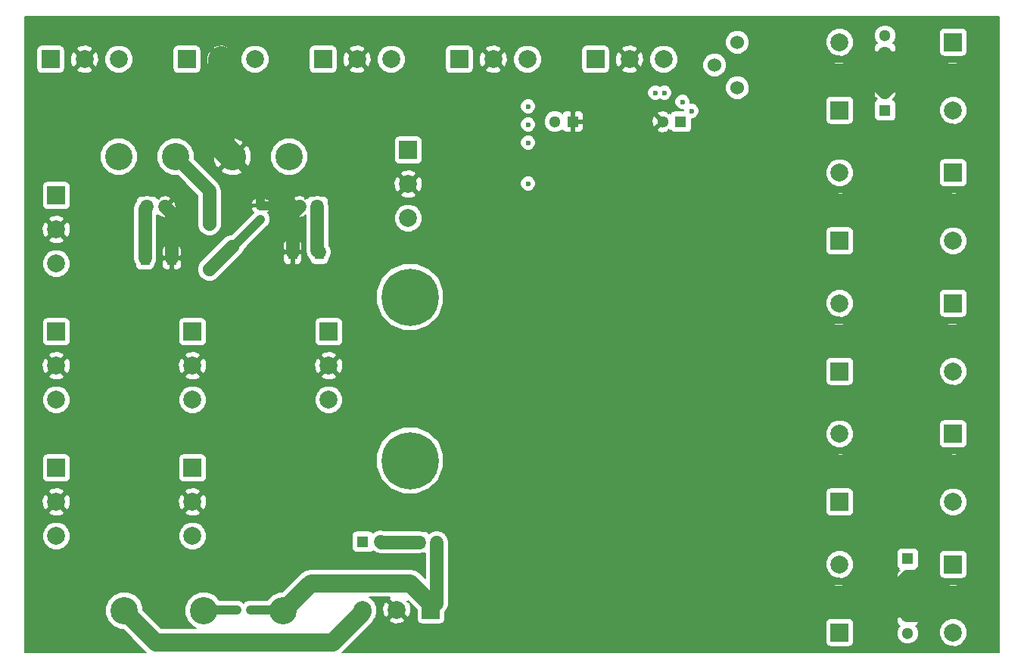
<source format=gbr>
G04 #@! TF.FileFunction,Copper,L4,Bot,Signal*
%FSLAX46Y46*%
G04 Gerber Fmt 4.6, Leading zero omitted, Abs format (unit mm)*
G04 Created by KiCad (PCBNEW 4.0.4-stable) date Mon Oct  3 10:35:52 2016*
%MOMM*%
%LPD*%
G01*
G04 APERTURE LIST*
%ADD10C,0.100000*%
%ADD11C,6.400000*%
%ADD12R,1.300000X1.300000*%
%ADD13C,1.300000*%
%ADD14R,1.000000X1.600000*%
%ADD15C,2.000000*%
%ADD16R,2.000000X2.000000*%
%ADD17R,0.500000X0.900000*%
%ADD18R,0.900000X0.500000*%
%ADD19C,1.524000*%
%ADD20C,3.048000*%
%ADD21C,0.600000*%
%ADD22C,2.000000*%
%ADD23C,1.500000*%
%ADD24C,1.000000*%
%ADD25C,3.000000*%
%ADD26C,0.152400*%
G04 APERTURE END LIST*
D10*
D11*
X145288000Y-87884000D03*
D12*
X140017500Y-115252500D03*
D13*
X142017500Y-115252500D03*
D12*
X146304000Y-115316000D03*
D13*
X148304000Y-115316000D03*
D14*
X135167500Y-82867500D03*
X132167500Y-82867500D03*
X118657500Y-83502500D03*
X115657500Y-83502500D03*
D12*
X134937500Y-77787500D03*
D13*
X132937500Y-77787500D03*
D12*
X115887500Y-77787500D03*
D13*
X117887500Y-77787500D03*
D12*
X163512500Y-68262500D03*
D13*
X161512500Y-68262500D03*
D12*
X175577500Y-68262500D03*
D13*
X173577500Y-68262500D03*
D12*
X198437500Y-66992500D03*
D13*
X198437500Y-64992500D03*
D12*
X200977500Y-117157500D03*
D13*
X200977500Y-119157500D03*
D12*
X198437500Y-60642500D03*
D13*
X198437500Y-58642500D03*
D12*
X200977500Y-123507500D03*
D13*
X200977500Y-125507500D03*
D15*
X105727500Y-99377500D03*
D16*
X105727500Y-91757500D03*
D15*
X105727500Y-95567500D03*
X105727500Y-114617500D03*
D16*
X105727500Y-106997500D03*
D15*
X105727500Y-110807500D03*
X120967500Y-114617500D03*
D16*
X120967500Y-106997500D03*
D15*
X120967500Y-110807500D03*
X120967500Y-99377500D03*
D16*
X120967500Y-91757500D03*
D15*
X120967500Y-95567500D03*
X105727500Y-84137500D03*
D16*
X105727500Y-76517500D03*
D15*
X105727500Y-80327500D03*
X136207500Y-99377500D03*
D16*
X136207500Y-91757500D03*
D15*
X136207500Y-95567500D03*
X158432500Y-61277500D03*
D16*
X150812500Y-61277500D03*
D15*
X154622500Y-61277500D03*
X173672500Y-61277500D03*
D16*
X166052500Y-61277500D03*
D15*
X169862500Y-61277500D03*
X145097500Y-79057500D03*
D16*
X145097500Y-71437500D03*
D15*
X145097500Y-75247500D03*
X143192500Y-61277500D03*
D16*
X135572500Y-61277500D03*
D15*
X139382500Y-61277500D03*
X127952500Y-61277500D03*
D16*
X120332500Y-61277500D03*
D15*
X124142500Y-61277500D03*
X112712500Y-61277500D03*
D16*
X105092500Y-61277500D03*
D15*
X108902500Y-61277500D03*
X193357500Y-117792500D03*
D16*
X193357500Y-125412500D03*
D15*
X193357500Y-121602500D03*
X206057500Y-110807500D03*
D16*
X206057500Y-103187500D03*
D15*
X206057500Y-106997500D03*
X193357500Y-103187500D03*
D16*
X193357500Y-110807500D03*
D15*
X193357500Y-106997500D03*
X206057500Y-66992500D03*
D16*
X206057500Y-59372500D03*
D15*
X206057500Y-63182500D03*
X193357500Y-73977500D03*
D16*
X193357500Y-81597500D03*
D15*
X193357500Y-77787500D03*
X206057500Y-81597500D03*
D16*
X206057500Y-73977500D03*
D15*
X206057500Y-77787500D03*
X193357500Y-59372500D03*
D16*
X193357500Y-66992500D03*
D15*
X193357500Y-63182500D03*
X206057500Y-96202500D03*
D16*
X206057500Y-88582500D03*
D15*
X206057500Y-92392500D03*
X193357500Y-88582500D03*
D16*
X193357500Y-96202500D03*
D15*
X193357500Y-92392500D03*
X206057500Y-125412500D03*
D16*
X206057500Y-117792500D03*
D15*
X206057500Y-121602500D03*
X140017500Y-122872500D03*
D16*
X147637500Y-122872500D03*
D15*
X143827500Y-122872500D03*
D17*
X127432500Y-122872500D03*
X125932500Y-122872500D03*
D18*
X128587500Y-79172500D03*
X128587500Y-77672500D03*
D19*
X125412500Y-82232500D03*
X122872500Y-79692500D03*
X122872500Y-84772500D03*
X179387500Y-61912500D03*
X181927500Y-64452500D03*
X181927500Y-59372500D03*
D20*
X113347500Y-122999500D03*
X122237500Y-122999500D03*
X131127500Y-122999500D03*
X131762500Y-72199500D03*
X125412500Y-72199500D03*
X119062500Y-72199500D03*
X112712500Y-72199500D03*
D11*
X145288000Y-106172000D03*
D21*
X174752000Y-73660000D03*
X136652000Y-116840000D03*
X158496000Y-75184000D03*
X158496000Y-66548000D03*
X158496000Y-70612000D03*
X158496000Y-68580000D03*
X176784000Y-67056000D03*
X175768000Y-66040000D03*
X172720000Y-65024000D03*
X173736000Y-65024000D03*
D22*
X140017500Y-122872500D02*
X140017500Y-123126500D01*
X140017500Y-123126500D02*
X136652000Y-126492000D01*
X116840000Y-126492000D02*
X113347500Y-122999500D01*
X136652000Y-126492000D02*
X116840000Y-126492000D01*
D23*
X146304000Y-115316000D02*
X142081000Y-115316000D01*
X142081000Y-115316000D02*
X142017500Y-115252500D01*
X142081000Y-115316000D02*
X142017500Y-115252500D01*
D24*
X127432500Y-122872500D02*
X131000500Y-122872500D01*
X131000500Y-122872500D02*
X131127500Y-122999500D01*
D22*
X147637500Y-122872500D02*
X147637500Y-122237500D01*
X147637500Y-122237500D02*
X145288000Y-119888000D01*
X134239000Y-119888000D02*
X131127500Y-122999500D01*
X145288000Y-119888000D02*
X134239000Y-119888000D01*
D23*
X148304000Y-115316000D02*
X148304000Y-122206000D01*
X148304000Y-122206000D02*
X147637500Y-122872500D01*
X134937500Y-77787500D02*
X134937500Y-82637500D01*
X134937500Y-82637500D02*
X135167500Y-82867500D01*
X115657500Y-83502500D02*
X115657500Y-78017500D01*
X115657500Y-78017500D02*
X115887500Y-77787500D01*
X193357500Y-121602500D02*
X199072500Y-121602500D01*
X199072500Y-121602500D02*
X200977500Y-123507500D01*
X206057500Y-121602500D02*
X202882500Y-121602500D01*
X202882500Y-121602500D02*
X200977500Y-123507500D01*
X206057500Y-121602500D02*
X203422500Y-121602500D01*
X203422500Y-121602500D02*
X200977500Y-119157500D01*
X193357500Y-121602500D02*
X198532500Y-121602500D01*
X198532500Y-121602500D02*
X200977500Y-119157500D01*
X206057500Y-63182500D02*
X200247500Y-63182500D01*
X200247500Y-63182500D02*
X198437500Y-64992500D01*
X193357500Y-63182500D02*
X196627500Y-63182500D01*
X196627500Y-63182500D02*
X198437500Y-64992500D01*
X206057500Y-63182500D02*
X200977500Y-63182500D01*
X200977500Y-63182500D02*
X198437500Y-60642500D01*
X193357500Y-63182500D02*
X195897500Y-63182500D01*
X195897500Y-63182500D02*
X198437500Y-60642500D01*
D25*
X193357500Y-106997500D02*
X206057500Y-106997500D01*
X193357500Y-92392500D02*
X206057500Y-92392500D01*
X193357500Y-77787500D02*
X206057500Y-77787500D01*
X193357500Y-63182500D02*
X206057500Y-63182500D01*
X193357500Y-121602500D02*
X206057500Y-121602500D01*
D23*
X200977500Y-119157500D02*
X203612500Y-119157500D01*
X203612500Y-119157500D02*
X206057500Y-121602500D01*
X200977500Y-123507500D02*
X204152500Y-123507500D01*
X204152500Y-123507500D02*
X206057500Y-121602500D01*
D25*
X193357500Y-63182500D02*
X191198500Y-63182500D01*
X191198500Y-63182500D02*
X180721000Y-73660000D01*
X180721000Y-73660000D02*
X174752000Y-73660000D01*
X124142500Y-61277500D02*
X124142500Y-70929500D01*
X124142500Y-70929500D02*
X125412500Y-72199500D01*
D24*
X128587500Y-77672500D02*
X132822500Y-77672500D01*
X132822500Y-77672500D02*
X132937500Y-77787500D01*
X128587500Y-77672500D02*
X128587500Y-75374500D01*
X128587500Y-75374500D02*
X125412500Y-72199500D01*
D25*
X209296000Y-80772000D02*
X209296000Y-64008000D01*
X209296000Y-64008000D02*
X208470500Y-63182500D01*
X208470500Y-63182500D02*
X206057500Y-63182500D01*
X209296000Y-94488000D02*
X209296000Y-80772000D01*
X209296000Y-80772000D02*
X209296000Y-78232000D01*
X209296000Y-78232000D02*
X208851500Y-77787500D01*
X208851500Y-77787500D02*
X206057500Y-77787500D01*
X209296000Y-110744000D02*
X209296000Y-94488000D01*
X209296000Y-94488000D02*
X209296000Y-93472000D01*
X209296000Y-93472000D02*
X208216500Y-92392500D01*
X208216500Y-92392500D02*
X206057500Y-92392500D01*
X206057500Y-121602500D02*
X207073500Y-121602500D01*
X207073500Y-121602500D02*
X209296000Y-119380000D01*
X209296000Y-119380000D02*
X209296000Y-110744000D01*
X209296000Y-110744000D02*
X209296000Y-108712000D01*
X209296000Y-108712000D02*
X207581500Y-106997500D01*
X207581500Y-106997500D02*
X206057500Y-106997500D01*
X189484000Y-104648000D02*
X189484000Y-118872000D01*
X189484000Y-118872000D02*
X192214500Y-121602500D01*
X192214500Y-121602500D02*
X193357500Y-121602500D01*
X189484000Y-90424000D02*
X189484000Y-104648000D01*
X189484000Y-104648000D02*
X191833500Y-106997500D01*
X191833500Y-106997500D02*
X193357500Y-106997500D01*
X189484000Y-76200000D02*
X189484000Y-90424000D01*
X189484000Y-90424000D02*
X191452500Y-92392500D01*
X191452500Y-92392500D02*
X193357500Y-92392500D01*
X193357500Y-63182500D02*
X191325500Y-63182500D01*
X191325500Y-63182500D02*
X189484000Y-65024000D01*
X189484000Y-65024000D02*
X189484000Y-76200000D01*
X189484000Y-76200000D02*
X191071500Y-77787500D01*
X191071500Y-77787500D02*
X193357500Y-77787500D01*
D23*
X132167500Y-82867500D02*
X132167500Y-78557500D01*
X132167500Y-78557500D02*
X132937500Y-77787500D01*
X118657500Y-83502500D02*
X118657500Y-78557500D01*
X118657500Y-78557500D02*
X117887500Y-77787500D01*
D24*
X125932500Y-122872500D02*
X122364500Y-122872500D01*
X122364500Y-122872500D02*
X122237500Y-122999500D01*
X125412500Y-82232500D02*
X125527500Y-82232500D01*
X125527500Y-82232500D02*
X128587500Y-79172500D01*
D23*
X125412500Y-82232500D02*
X122872500Y-84772500D01*
X122872500Y-79692500D02*
X122872500Y-76009500D01*
X122872500Y-76009500D02*
X119062500Y-72199500D01*
D26*
G36*
X211201800Y-127635800D02*
X137736878Y-127635800D01*
X137772199Y-127612199D01*
X141137696Y-124246701D01*
X141137699Y-124246699D01*
X141282853Y-124029460D01*
X142921988Y-124029460D01*
X143027701Y-124275821D01*
X143625609Y-124475069D01*
X144254253Y-124430341D01*
X144627299Y-124275821D01*
X144733012Y-124029460D01*
X143827500Y-123123947D01*
X142921988Y-124029460D01*
X141282853Y-124029460D01*
X141481110Y-123732747D01*
X141506372Y-123605747D01*
X141578092Y-123245188D01*
X141601424Y-123188999D01*
X141601478Y-123127623D01*
X141601701Y-123126500D01*
X141601700Y-123126495D01*
X141601700Y-122872500D01*
X141601876Y-122670609D01*
X142224931Y-122670609D01*
X142269659Y-123299253D01*
X142424179Y-123672299D01*
X142670540Y-123778012D01*
X143576053Y-122872500D01*
X142670540Y-121966988D01*
X142424179Y-122072701D01*
X142224931Y-122670609D01*
X141601876Y-122670609D01*
X141601974Y-122558766D01*
X141361302Y-121976295D01*
X140916049Y-121530264D01*
X140776215Y-121472200D01*
X143026405Y-121472200D01*
X142921988Y-121715540D01*
X143827500Y-122621053D01*
X143841642Y-122606910D01*
X144093090Y-122858358D01*
X144078947Y-122872500D01*
X144984460Y-123778012D01*
X145230821Y-123672299D01*
X145430069Y-123074391D01*
X145385341Y-122445747D01*
X145230821Y-122072701D01*
X144984461Y-121966989D01*
X145055526Y-121895924D01*
X146041855Y-122882252D01*
X146041855Y-123872500D01*
X146082591Y-124088992D01*
X146210537Y-124287826D01*
X146405761Y-124421217D01*
X146637500Y-124468145D01*
X148637500Y-124468145D01*
X148853992Y-124427409D01*
X148877161Y-124412500D01*
X191761855Y-124412500D01*
X191761855Y-126412500D01*
X191802591Y-126628992D01*
X191930537Y-126827826D01*
X192125761Y-126961217D01*
X192357500Y-127008145D01*
X194357500Y-127008145D01*
X194573992Y-126967409D01*
X194772826Y-126839463D01*
X194906217Y-126644239D01*
X194953145Y-126412500D01*
X194953145Y-125751920D01*
X199743087Y-125751920D01*
X199930586Y-126205705D01*
X200277469Y-126553193D01*
X200730925Y-126741485D01*
X201221920Y-126741913D01*
X201675705Y-126554414D01*
X202023193Y-126207531D01*
X202211485Y-125754075D01*
X202211509Y-125726234D01*
X204473026Y-125726234D01*
X204713698Y-126308705D01*
X205158951Y-126754736D01*
X205741001Y-126996424D01*
X206371234Y-126996974D01*
X206953705Y-126756302D01*
X207399736Y-126311049D01*
X207641424Y-125728999D01*
X207641974Y-125098766D01*
X207401302Y-124516295D01*
X206956049Y-124070264D01*
X206373999Y-123828576D01*
X205743766Y-123828026D01*
X205161295Y-124068698D01*
X204715264Y-124513951D01*
X204473576Y-125096001D01*
X204473026Y-125726234D01*
X202211509Y-125726234D01*
X202211913Y-125263080D01*
X202024414Y-124809295D01*
X201894559Y-124679214D01*
X201958422Y-124652761D01*
X202122761Y-124488423D01*
X202211700Y-124273705D01*
X202211700Y-123831350D01*
X202065650Y-123685300D01*
X201155300Y-123685300D01*
X201155300Y-123705300D01*
X200799700Y-123705300D01*
X200799700Y-123685300D01*
X199889350Y-123685300D01*
X199743300Y-123831350D01*
X199743300Y-124273705D01*
X199832239Y-124488423D01*
X199996578Y-124652761D01*
X200060331Y-124679168D01*
X199931807Y-124807469D01*
X199743515Y-125260925D01*
X199743087Y-125751920D01*
X194953145Y-125751920D01*
X194953145Y-124412500D01*
X194912409Y-124196008D01*
X194784463Y-123997174D01*
X194589239Y-123863783D01*
X194357500Y-123816855D01*
X192357500Y-123816855D01*
X192141008Y-123857591D01*
X191942174Y-123985537D01*
X191808783Y-124180761D01*
X191761855Y-124412500D01*
X148877161Y-124412500D01*
X149052826Y-124299463D01*
X149186217Y-124104239D01*
X149233145Y-123872500D01*
X149233145Y-123163699D01*
X149247422Y-123149422D01*
X149507986Y-122759460D01*
X192451988Y-122759460D01*
X192557701Y-123005821D01*
X193155609Y-123205069D01*
X193784253Y-123160341D01*
X194157299Y-123005821D01*
X194263012Y-122759460D01*
X194244848Y-122741295D01*
X199743300Y-122741295D01*
X199743300Y-123183650D01*
X199889350Y-123329700D01*
X200799700Y-123329700D01*
X200799700Y-122419350D01*
X201155300Y-122419350D01*
X201155300Y-123329700D01*
X202065650Y-123329700D01*
X202211700Y-123183650D01*
X202211700Y-122759460D01*
X205151988Y-122759460D01*
X205257701Y-123005821D01*
X205855609Y-123205069D01*
X206484253Y-123160341D01*
X206857299Y-123005821D01*
X206963012Y-122759460D01*
X206057500Y-121853947D01*
X205151988Y-122759460D01*
X202211700Y-122759460D01*
X202211700Y-122741295D01*
X202122761Y-122526577D01*
X201958422Y-122362239D01*
X201743704Y-122273300D01*
X201301350Y-122273300D01*
X201155300Y-122419350D01*
X200799700Y-122419350D01*
X200653650Y-122273300D01*
X200211296Y-122273300D01*
X199996578Y-122362239D01*
X199832239Y-122526577D01*
X199743300Y-122741295D01*
X194244848Y-122741295D01*
X193357500Y-121853947D01*
X192451988Y-122759460D01*
X149507986Y-122759460D01*
X149536640Y-122716577D01*
X149638200Y-122206000D01*
X149638200Y-121400609D01*
X191754931Y-121400609D01*
X191799659Y-122029253D01*
X191954179Y-122402299D01*
X192200540Y-122508012D01*
X193106053Y-121602500D01*
X193608947Y-121602500D01*
X194514460Y-122508012D01*
X194760821Y-122402299D01*
X194960069Y-121804391D01*
X194931340Y-121400609D01*
X204454931Y-121400609D01*
X204499659Y-122029253D01*
X204654179Y-122402299D01*
X204900540Y-122508012D01*
X205806053Y-121602500D01*
X206308947Y-121602500D01*
X207214460Y-122508012D01*
X207460821Y-122402299D01*
X207660069Y-121804391D01*
X207615341Y-121175747D01*
X207460821Y-120802701D01*
X207214460Y-120696988D01*
X206308947Y-121602500D01*
X205806053Y-121602500D01*
X204900540Y-120696988D01*
X204654179Y-120802701D01*
X204454931Y-121400609D01*
X194931340Y-121400609D01*
X194915341Y-121175747D01*
X194760821Y-120802701D01*
X194514460Y-120696988D01*
X193608947Y-121602500D01*
X193106053Y-121602500D01*
X192200540Y-120696988D01*
X191954179Y-120802701D01*
X191754931Y-121400609D01*
X149638200Y-121400609D01*
X149638200Y-120445540D01*
X192451988Y-120445540D01*
X193357500Y-121351053D01*
X194263012Y-120445540D01*
X205151988Y-120445540D01*
X206057500Y-121351053D01*
X206963012Y-120445540D01*
X206857299Y-120199179D01*
X206259391Y-119999931D01*
X205630747Y-120044659D01*
X205257701Y-120199179D01*
X205151988Y-120445540D01*
X194263012Y-120445540D01*
X194157299Y-120199179D01*
X193738586Y-120059646D01*
X200326801Y-120059646D01*
X200389107Y-120269845D01*
X200859572Y-120410342D01*
X201347990Y-120360105D01*
X201565893Y-120269845D01*
X201628199Y-120059646D01*
X200977500Y-119408947D01*
X200326801Y-120059646D01*
X193738586Y-120059646D01*
X193559391Y-119999931D01*
X192930747Y-120044659D01*
X192557701Y-120199179D01*
X192451988Y-120445540D01*
X149638200Y-120445540D01*
X149638200Y-118106234D01*
X191773026Y-118106234D01*
X192013698Y-118688705D01*
X192458951Y-119134736D01*
X193041001Y-119376424D01*
X193671234Y-119376974D01*
X194253705Y-119136302D01*
X194350604Y-119039572D01*
X199724658Y-119039572D01*
X199774895Y-119527990D01*
X199865155Y-119745893D01*
X200075354Y-119808199D01*
X200726053Y-119157500D01*
X200711911Y-119143358D01*
X200963358Y-118891911D01*
X200977500Y-118906053D01*
X200991643Y-118891911D01*
X201243090Y-119143358D01*
X201228947Y-119157500D01*
X201879646Y-119808199D01*
X202089845Y-119745893D01*
X202230342Y-119275428D01*
X202180105Y-118787010D01*
X202089845Y-118569107D01*
X201879648Y-118506802D01*
X201991978Y-118394472D01*
X201914527Y-118317021D01*
X202042826Y-118234463D01*
X202176217Y-118039239D01*
X202223145Y-117807500D01*
X202223145Y-116792500D01*
X204461855Y-116792500D01*
X204461855Y-118792500D01*
X204502591Y-119008992D01*
X204630537Y-119207826D01*
X204825761Y-119341217D01*
X205057500Y-119388145D01*
X207057500Y-119388145D01*
X207273992Y-119347409D01*
X207472826Y-119219463D01*
X207606217Y-119024239D01*
X207653145Y-118792500D01*
X207653145Y-116792500D01*
X207612409Y-116576008D01*
X207484463Y-116377174D01*
X207289239Y-116243783D01*
X207057500Y-116196855D01*
X205057500Y-116196855D01*
X204841008Y-116237591D01*
X204642174Y-116365537D01*
X204508783Y-116560761D01*
X204461855Y-116792500D01*
X202223145Y-116792500D01*
X202223145Y-116507500D01*
X202182409Y-116291008D01*
X202054463Y-116092174D01*
X201859239Y-115958783D01*
X201627500Y-115911855D01*
X200327500Y-115911855D01*
X200111008Y-115952591D01*
X199912174Y-116080537D01*
X199778783Y-116275761D01*
X199731855Y-116507500D01*
X199731855Y-117807500D01*
X199772591Y-118023992D01*
X199900537Y-118222826D01*
X200039630Y-118317864D01*
X199963022Y-118394472D01*
X200075352Y-118506802D01*
X199865155Y-118569107D01*
X199724658Y-119039572D01*
X194350604Y-119039572D01*
X194699736Y-118691049D01*
X194941424Y-118108999D01*
X194941974Y-117478766D01*
X194701302Y-116896295D01*
X194256049Y-116450264D01*
X193673999Y-116208576D01*
X193043766Y-116208026D01*
X192461295Y-116448698D01*
X192015264Y-116893951D01*
X191773576Y-117476001D01*
X191773026Y-118106234D01*
X149638200Y-118106234D01*
X149638200Y-115316000D01*
X149536640Y-114805424D01*
X149247422Y-114372578D01*
X148814576Y-114083360D01*
X148304000Y-113981800D01*
X147793424Y-114083360D01*
X147429690Y-114326399D01*
X147380963Y-114250674D01*
X147185739Y-114117283D01*
X146954000Y-114070355D01*
X146749196Y-114070355D01*
X146304000Y-113981800D01*
X142336736Y-113981800D01*
X142017500Y-113918300D01*
X141506924Y-114019860D01*
X141143190Y-114262899D01*
X141094463Y-114187174D01*
X140899239Y-114053783D01*
X140667500Y-114006855D01*
X139367500Y-114006855D01*
X139151008Y-114047591D01*
X138952174Y-114175537D01*
X138818783Y-114370761D01*
X138771855Y-114602500D01*
X138771855Y-115902500D01*
X138812591Y-116118992D01*
X138940537Y-116317826D01*
X139135761Y-116451217D01*
X139367500Y-116498145D01*
X140667500Y-116498145D01*
X140883992Y-116457409D01*
X141082826Y-116329463D01*
X141133482Y-116255326D01*
X141137578Y-116259422D01*
X141570424Y-116548640D01*
X142081000Y-116650200D01*
X146304000Y-116650200D01*
X146749196Y-116561645D01*
X146954000Y-116561645D01*
X146969800Y-116558672D01*
X146969800Y-119329402D01*
X146408199Y-118767801D01*
X145894247Y-118424390D01*
X145288000Y-118303799D01*
X145287995Y-118303800D01*
X134239000Y-118303800D01*
X133632752Y-118424390D01*
X133509416Y-118506801D01*
X133118801Y-118767801D01*
X133118799Y-118767804D01*
X130995418Y-120891184D01*
X130709993Y-120890935D01*
X129934861Y-121211213D01*
X129356765Y-121788300D01*
X127432500Y-121788300D01*
X127238672Y-121826855D01*
X127182500Y-121826855D01*
X126966008Y-121867591D01*
X126767174Y-121995537D01*
X126713590Y-122073959D01*
X126682500Y-122094733D01*
X126653214Y-122075165D01*
X126609463Y-122007174D01*
X126414239Y-121873783D01*
X126182500Y-121826855D01*
X126126328Y-121826855D01*
X125932500Y-121788300D01*
X124007258Y-121788300D01*
X123433259Y-121213297D01*
X122658687Y-120891667D01*
X121819993Y-120890935D01*
X121044861Y-121211213D01*
X120451297Y-121803741D01*
X120129667Y-122578313D01*
X120128935Y-123417007D01*
X120449213Y-124192139D01*
X121041741Y-124785703D01*
X121335784Y-124907800D01*
X117496197Y-124907800D01*
X115455816Y-122867418D01*
X115456065Y-122581993D01*
X115135787Y-121806861D01*
X114543259Y-121213297D01*
X113768687Y-120891667D01*
X112929993Y-120890935D01*
X112154861Y-121211213D01*
X111561297Y-121803741D01*
X111239667Y-122578313D01*
X111238935Y-123417007D01*
X111559213Y-124192139D01*
X112151741Y-124785703D01*
X112926313Y-125107333D01*
X113215187Y-125107585D01*
X115719799Y-127612196D01*
X115719801Y-127612199D01*
X115755122Y-127635800D01*
X102234200Y-127635800D01*
X102234200Y-114931234D01*
X104143026Y-114931234D01*
X104383698Y-115513705D01*
X104828951Y-115959736D01*
X105411001Y-116201424D01*
X106041234Y-116201974D01*
X106623705Y-115961302D01*
X107069736Y-115516049D01*
X107311424Y-114933999D01*
X107311426Y-114931234D01*
X119383026Y-114931234D01*
X119623698Y-115513705D01*
X120068951Y-115959736D01*
X120651001Y-116201424D01*
X121281234Y-116201974D01*
X121863705Y-115961302D01*
X122309736Y-115516049D01*
X122551424Y-114933999D01*
X122551974Y-114303766D01*
X122311302Y-113721295D01*
X121866049Y-113275264D01*
X121283999Y-113033576D01*
X120653766Y-113033026D01*
X120071295Y-113273698D01*
X119625264Y-113718951D01*
X119383576Y-114301001D01*
X119383026Y-114931234D01*
X107311426Y-114931234D01*
X107311974Y-114303766D01*
X107071302Y-113721295D01*
X106626049Y-113275264D01*
X106043999Y-113033576D01*
X105413766Y-113033026D01*
X104831295Y-113273698D01*
X104385264Y-113718951D01*
X104143576Y-114301001D01*
X104143026Y-114931234D01*
X102234200Y-114931234D01*
X102234200Y-111964460D01*
X104821988Y-111964460D01*
X104927701Y-112210821D01*
X105525609Y-112410069D01*
X106154253Y-112365341D01*
X106527299Y-112210821D01*
X106633012Y-111964460D01*
X120061988Y-111964460D01*
X120167701Y-112210821D01*
X120765609Y-112410069D01*
X121394253Y-112365341D01*
X121767299Y-112210821D01*
X121873012Y-111964460D01*
X120967500Y-111058947D01*
X120061988Y-111964460D01*
X106633012Y-111964460D01*
X105727500Y-111058947D01*
X104821988Y-111964460D01*
X102234200Y-111964460D01*
X102234200Y-110605609D01*
X104124931Y-110605609D01*
X104169659Y-111234253D01*
X104324179Y-111607299D01*
X104570540Y-111713012D01*
X105476053Y-110807500D01*
X105978947Y-110807500D01*
X106884460Y-111713012D01*
X107130821Y-111607299D01*
X107330069Y-111009391D01*
X107301340Y-110605609D01*
X119364931Y-110605609D01*
X119409659Y-111234253D01*
X119564179Y-111607299D01*
X119810540Y-111713012D01*
X120716053Y-110807500D01*
X121218947Y-110807500D01*
X122124460Y-111713012D01*
X122370821Y-111607299D01*
X122570069Y-111009391D01*
X122525341Y-110380747D01*
X122370821Y-110007701D01*
X122124460Y-109901988D01*
X121218947Y-110807500D01*
X120716053Y-110807500D01*
X119810540Y-109901988D01*
X119564179Y-110007701D01*
X119364931Y-110605609D01*
X107301340Y-110605609D01*
X107285341Y-110380747D01*
X107130821Y-110007701D01*
X106884460Y-109901988D01*
X105978947Y-110807500D01*
X105476053Y-110807500D01*
X104570540Y-109901988D01*
X104324179Y-110007701D01*
X104124931Y-110605609D01*
X102234200Y-110605609D01*
X102234200Y-109650540D01*
X104821988Y-109650540D01*
X105727500Y-110556053D01*
X106633012Y-109650540D01*
X120061988Y-109650540D01*
X120967500Y-110556053D01*
X121873012Y-109650540D01*
X121767299Y-109404179D01*
X121169391Y-109204931D01*
X120540747Y-109249659D01*
X120167701Y-109404179D01*
X120061988Y-109650540D01*
X106633012Y-109650540D01*
X106527299Y-109404179D01*
X105929391Y-109204931D01*
X105300747Y-109249659D01*
X104927701Y-109404179D01*
X104821988Y-109650540D01*
X102234200Y-109650540D01*
X102234200Y-105997500D01*
X104131855Y-105997500D01*
X104131855Y-107997500D01*
X104172591Y-108213992D01*
X104300537Y-108412826D01*
X104495761Y-108546217D01*
X104727500Y-108593145D01*
X106727500Y-108593145D01*
X106943992Y-108552409D01*
X107142826Y-108424463D01*
X107276217Y-108229239D01*
X107323145Y-107997500D01*
X107323145Y-105997500D01*
X119371855Y-105997500D01*
X119371855Y-107997500D01*
X119412591Y-108213992D01*
X119540537Y-108412826D01*
X119735761Y-108546217D01*
X119967500Y-108593145D01*
X121967500Y-108593145D01*
X122183992Y-108552409D01*
X122382826Y-108424463D01*
X122516217Y-108229239D01*
X122563145Y-107997500D01*
X122563145Y-106921422D01*
X141503144Y-106921422D01*
X142078041Y-108312777D01*
X143141624Y-109378218D01*
X144531974Y-109955542D01*
X146037422Y-109956856D01*
X146398890Y-109807500D01*
X191761855Y-109807500D01*
X191761855Y-111807500D01*
X191802591Y-112023992D01*
X191930537Y-112222826D01*
X192125761Y-112356217D01*
X192357500Y-112403145D01*
X194357500Y-112403145D01*
X194573992Y-112362409D01*
X194772826Y-112234463D01*
X194906217Y-112039239D01*
X194953145Y-111807500D01*
X194953145Y-111121234D01*
X204473026Y-111121234D01*
X204713698Y-111703705D01*
X205158951Y-112149736D01*
X205741001Y-112391424D01*
X206371234Y-112391974D01*
X206953705Y-112151302D01*
X207399736Y-111706049D01*
X207641424Y-111123999D01*
X207641974Y-110493766D01*
X207401302Y-109911295D01*
X206956049Y-109465264D01*
X206373999Y-109223576D01*
X205743766Y-109223026D01*
X205161295Y-109463698D01*
X204715264Y-109908951D01*
X204473576Y-110491001D01*
X204473026Y-111121234D01*
X194953145Y-111121234D01*
X194953145Y-109807500D01*
X194912409Y-109591008D01*
X194784463Y-109392174D01*
X194589239Y-109258783D01*
X194357500Y-109211855D01*
X192357500Y-109211855D01*
X192141008Y-109252591D01*
X191942174Y-109380537D01*
X191808783Y-109575761D01*
X191761855Y-109807500D01*
X146398890Y-109807500D01*
X147428777Y-109381959D01*
X148494218Y-108318376D01*
X148562281Y-108154460D01*
X192451988Y-108154460D01*
X192557701Y-108400821D01*
X193155609Y-108600069D01*
X193784253Y-108555341D01*
X194157299Y-108400821D01*
X194263012Y-108154460D01*
X205151988Y-108154460D01*
X205257701Y-108400821D01*
X205855609Y-108600069D01*
X206484253Y-108555341D01*
X206857299Y-108400821D01*
X206963012Y-108154460D01*
X206057500Y-107248947D01*
X205151988Y-108154460D01*
X194263012Y-108154460D01*
X193357500Y-107248947D01*
X192451988Y-108154460D01*
X148562281Y-108154460D01*
X149071542Y-106928026D01*
X149071657Y-106795609D01*
X191754931Y-106795609D01*
X191799659Y-107424253D01*
X191954179Y-107797299D01*
X192200540Y-107903012D01*
X193106053Y-106997500D01*
X193608947Y-106997500D01*
X194514460Y-107903012D01*
X194760821Y-107797299D01*
X194960069Y-107199391D01*
X194931340Y-106795609D01*
X204454931Y-106795609D01*
X204499659Y-107424253D01*
X204654179Y-107797299D01*
X204900540Y-107903012D01*
X205806053Y-106997500D01*
X206308947Y-106997500D01*
X207214460Y-107903012D01*
X207460821Y-107797299D01*
X207660069Y-107199391D01*
X207615341Y-106570747D01*
X207460821Y-106197701D01*
X207214460Y-106091988D01*
X206308947Y-106997500D01*
X205806053Y-106997500D01*
X204900540Y-106091988D01*
X204654179Y-106197701D01*
X204454931Y-106795609D01*
X194931340Y-106795609D01*
X194915341Y-106570747D01*
X194760821Y-106197701D01*
X194514460Y-106091988D01*
X193608947Y-106997500D01*
X193106053Y-106997500D01*
X192200540Y-106091988D01*
X191954179Y-106197701D01*
X191754931Y-106795609D01*
X149071657Y-106795609D01*
X149072491Y-105840540D01*
X192451988Y-105840540D01*
X193357500Y-106746053D01*
X194263012Y-105840540D01*
X205151988Y-105840540D01*
X206057500Y-106746053D01*
X206963012Y-105840540D01*
X206857299Y-105594179D01*
X206259391Y-105394931D01*
X205630747Y-105439659D01*
X205257701Y-105594179D01*
X205151988Y-105840540D01*
X194263012Y-105840540D01*
X194157299Y-105594179D01*
X193559391Y-105394931D01*
X192930747Y-105439659D01*
X192557701Y-105594179D01*
X192451988Y-105840540D01*
X149072491Y-105840540D01*
X149072856Y-105422578D01*
X148497959Y-104031223D01*
X147968895Y-103501234D01*
X191773026Y-103501234D01*
X192013698Y-104083705D01*
X192458951Y-104529736D01*
X193041001Y-104771424D01*
X193671234Y-104771974D01*
X194253705Y-104531302D01*
X194699736Y-104086049D01*
X194941424Y-103503999D01*
X194941974Y-102873766D01*
X194701302Y-102291295D01*
X194597689Y-102187500D01*
X204461855Y-102187500D01*
X204461855Y-104187500D01*
X204502591Y-104403992D01*
X204630537Y-104602826D01*
X204825761Y-104736217D01*
X205057500Y-104783145D01*
X207057500Y-104783145D01*
X207273992Y-104742409D01*
X207472826Y-104614463D01*
X207606217Y-104419239D01*
X207653145Y-104187500D01*
X207653145Y-102187500D01*
X207612409Y-101971008D01*
X207484463Y-101772174D01*
X207289239Y-101638783D01*
X207057500Y-101591855D01*
X205057500Y-101591855D01*
X204841008Y-101632591D01*
X204642174Y-101760537D01*
X204508783Y-101955761D01*
X204461855Y-102187500D01*
X194597689Y-102187500D01*
X194256049Y-101845264D01*
X193673999Y-101603576D01*
X193043766Y-101603026D01*
X192461295Y-101843698D01*
X192015264Y-102288951D01*
X191773576Y-102871001D01*
X191773026Y-103501234D01*
X147968895Y-103501234D01*
X147434376Y-102965782D01*
X146044026Y-102388458D01*
X144538578Y-102387144D01*
X143147223Y-102962041D01*
X142081782Y-104025624D01*
X141504458Y-105415974D01*
X141503144Y-106921422D01*
X122563145Y-106921422D01*
X122563145Y-105997500D01*
X122522409Y-105781008D01*
X122394463Y-105582174D01*
X122199239Y-105448783D01*
X121967500Y-105401855D01*
X119967500Y-105401855D01*
X119751008Y-105442591D01*
X119552174Y-105570537D01*
X119418783Y-105765761D01*
X119371855Y-105997500D01*
X107323145Y-105997500D01*
X107282409Y-105781008D01*
X107154463Y-105582174D01*
X106959239Y-105448783D01*
X106727500Y-105401855D01*
X104727500Y-105401855D01*
X104511008Y-105442591D01*
X104312174Y-105570537D01*
X104178783Y-105765761D01*
X104131855Y-105997500D01*
X102234200Y-105997500D01*
X102234200Y-99691234D01*
X104143026Y-99691234D01*
X104383698Y-100273705D01*
X104828951Y-100719736D01*
X105411001Y-100961424D01*
X106041234Y-100961974D01*
X106623705Y-100721302D01*
X107069736Y-100276049D01*
X107311424Y-99693999D01*
X107311426Y-99691234D01*
X119383026Y-99691234D01*
X119623698Y-100273705D01*
X120068951Y-100719736D01*
X120651001Y-100961424D01*
X121281234Y-100961974D01*
X121863705Y-100721302D01*
X122309736Y-100276049D01*
X122551424Y-99693999D01*
X122551426Y-99691234D01*
X134623026Y-99691234D01*
X134863698Y-100273705D01*
X135308951Y-100719736D01*
X135891001Y-100961424D01*
X136521234Y-100961974D01*
X137103705Y-100721302D01*
X137549736Y-100276049D01*
X137791424Y-99693999D01*
X137791974Y-99063766D01*
X137551302Y-98481295D01*
X137106049Y-98035264D01*
X136523999Y-97793576D01*
X135893766Y-97793026D01*
X135311295Y-98033698D01*
X134865264Y-98478951D01*
X134623576Y-99061001D01*
X134623026Y-99691234D01*
X122551426Y-99691234D01*
X122551974Y-99063766D01*
X122311302Y-98481295D01*
X121866049Y-98035264D01*
X121283999Y-97793576D01*
X120653766Y-97793026D01*
X120071295Y-98033698D01*
X119625264Y-98478951D01*
X119383576Y-99061001D01*
X119383026Y-99691234D01*
X107311426Y-99691234D01*
X107311974Y-99063766D01*
X107071302Y-98481295D01*
X106626049Y-98035264D01*
X106043999Y-97793576D01*
X105413766Y-97793026D01*
X104831295Y-98033698D01*
X104385264Y-98478951D01*
X104143576Y-99061001D01*
X104143026Y-99691234D01*
X102234200Y-99691234D01*
X102234200Y-96724460D01*
X104821988Y-96724460D01*
X104927701Y-96970821D01*
X105525609Y-97170069D01*
X106154253Y-97125341D01*
X106527299Y-96970821D01*
X106633012Y-96724460D01*
X120061988Y-96724460D01*
X120167701Y-96970821D01*
X120765609Y-97170069D01*
X121394253Y-97125341D01*
X121767299Y-96970821D01*
X121873012Y-96724460D01*
X135301988Y-96724460D01*
X135407701Y-96970821D01*
X136005609Y-97170069D01*
X136634253Y-97125341D01*
X137007299Y-96970821D01*
X137113012Y-96724460D01*
X136207500Y-95818947D01*
X135301988Y-96724460D01*
X121873012Y-96724460D01*
X120967500Y-95818947D01*
X120061988Y-96724460D01*
X106633012Y-96724460D01*
X105727500Y-95818947D01*
X104821988Y-96724460D01*
X102234200Y-96724460D01*
X102234200Y-95365609D01*
X104124931Y-95365609D01*
X104169659Y-95994253D01*
X104324179Y-96367299D01*
X104570540Y-96473012D01*
X105476053Y-95567500D01*
X105978947Y-95567500D01*
X106884460Y-96473012D01*
X107130821Y-96367299D01*
X107330069Y-95769391D01*
X107301340Y-95365609D01*
X119364931Y-95365609D01*
X119409659Y-95994253D01*
X119564179Y-96367299D01*
X119810540Y-96473012D01*
X120716053Y-95567500D01*
X121218947Y-95567500D01*
X122124460Y-96473012D01*
X122370821Y-96367299D01*
X122570069Y-95769391D01*
X122541340Y-95365609D01*
X134604931Y-95365609D01*
X134649659Y-95994253D01*
X134804179Y-96367299D01*
X135050540Y-96473012D01*
X135956053Y-95567500D01*
X136458947Y-95567500D01*
X137364460Y-96473012D01*
X137610821Y-96367299D01*
X137810069Y-95769391D01*
X137769735Y-95202500D01*
X191761855Y-95202500D01*
X191761855Y-97202500D01*
X191802591Y-97418992D01*
X191930537Y-97617826D01*
X192125761Y-97751217D01*
X192357500Y-97798145D01*
X194357500Y-97798145D01*
X194573992Y-97757409D01*
X194772826Y-97629463D01*
X194906217Y-97434239D01*
X194953145Y-97202500D01*
X194953145Y-96516234D01*
X204473026Y-96516234D01*
X204713698Y-97098705D01*
X205158951Y-97544736D01*
X205741001Y-97786424D01*
X206371234Y-97786974D01*
X206953705Y-97546302D01*
X207399736Y-97101049D01*
X207641424Y-96518999D01*
X207641974Y-95888766D01*
X207401302Y-95306295D01*
X206956049Y-94860264D01*
X206373999Y-94618576D01*
X205743766Y-94618026D01*
X205161295Y-94858698D01*
X204715264Y-95303951D01*
X204473576Y-95886001D01*
X204473026Y-96516234D01*
X194953145Y-96516234D01*
X194953145Y-95202500D01*
X194912409Y-94986008D01*
X194784463Y-94787174D01*
X194589239Y-94653783D01*
X194357500Y-94606855D01*
X192357500Y-94606855D01*
X192141008Y-94647591D01*
X191942174Y-94775537D01*
X191808783Y-94970761D01*
X191761855Y-95202500D01*
X137769735Y-95202500D01*
X137765341Y-95140747D01*
X137610821Y-94767701D01*
X137364460Y-94661988D01*
X136458947Y-95567500D01*
X135956053Y-95567500D01*
X135050540Y-94661988D01*
X134804179Y-94767701D01*
X134604931Y-95365609D01*
X122541340Y-95365609D01*
X122525341Y-95140747D01*
X122370821Y-94767701D01*
X122124460Y-94661988D01*
X121218947Y-95567500D01*
X120716053Y-95567500D01*
X119810540Y-94661988D01*
X119564179Y-94767701D01*
X119364931Y-95365609D01*
X107301340Y-95365609D01*
X107285341Y-95140747D01*
X107130821Y-94767701D01*
X106884460Y-94661988D01*
X105978947Y-95567500D01*
X105476053Y-95567500D01*
X104570540Y-94661988D01*
X104324179Y-94767701D01*
X104124931Y-95365609D01*
X102234200Y-95365609D01*
X102234200Y-94410540D01*
X104821988Y-94410540D01*
X105727500Y-95316053D01*
X106633012Y-94410540D01*
X120061988Y-94410540D01*
X120967500Y-95316053D01*
X121873012Y-94410540D01*
X135301988Y-94410540D01*
X136207500Y-95316053D01*
X137113012Y-94410540D01*
X137007299Y-94164179D01*
X136409391Y-93964931D01*
X135780747Y-94009659D01*
X135407701Y-94164179D01*
X135301988Y-94410540D01*
X121873012Y-94410540D01*
X121767299Y-94164179D01*
X121169391Y-93964931D01*
X120540747Y-94009659D01*
X120167701Y-94164179D01*
X120061988Y-94410540D01*
X106633012Y-94410540D01*
X106527299Y-94164179D01*
X105929391Y-93964931D01*
X105300747Y-94009659D01*
X104927701Y-94164179D01*
X104821988Y-94410540D01*
X102234200Y-94410540D01*
X102234200Y-93549460D01*
X192451988Y-93549460D01*
X192557701Y-93795821D01*
X193155609Y-93995069D01*
X193784253Y-93950341D01*
X194157299Y-93795821D01*
X194263012Y-93549460D01*
X205151988Y-93549460D01*
X205257701Y-93795821D01*
X205855609Y-93995069D01*
X206484253Y-93950341D01*
X206857299Y-93795821D01*
X206963012Y-93549460D01*
X206057500Y-92643947D01*
X205151988Y-93549460D01*
X194263012Y-93549460D01*
X193357500Y-92643947D01*
X192451988Y-93549460D01*
X102234200Y-93549460D01*
X102234200Y-90757500D01*
X104131855Y-90757500D01*
X104131855Y-92757500D01*
X104172591Y-92973992D01*
X104300537Y-93172826D01*
X104495761Y-93306217D01*
X104727500Y-93353145D01*
X106727500Y-93353145D01*
X106943992Y-93312409D01*
X107142826Y-93184463D01*
X107276217Y-92989239D01*
X107323145Y-92757500D01*
X107323145Y-90757500D01*
X119371855Y-90757500D01*
X119371855Y-92757500D01*
X119412591Y-92973992D01*
X119540537Y-93172826D01*
X119735761Y-93306217D01*
X119967500Y-93353145D01*
X121967500Y-93353145D01*
X122183992Y-93312409D01*
X122382826Y-93184463D01*
X122516217Y-92989239D01*
X122563145Y-92757500D01*
X122563145Y-90757500D01*
X134611855Y-90757500D01*
X134611855Y-92757500D01*
X134652591Y-92973992D01*
X134780537Y-93172826D01*
X134975761Y-93306217D01*
X135207500Y-93353145D01*
X137207500Y-93353145D01*
X137423992Y-93312409D01*
X137622826Y-93184463D01*
X137756217Y-92989239D01*
X137803145Y-92757500D01*
X137803145Y-92190609D01*
X191754931Y-92190609D01*
X191799659Y-92819253D01*
X191954179Y-93192299D01*
X192200540Y-93298012D01*
X193106053Y-92392500D01*
X193608947Y-92392500D01*
X194514460Y-93298012D01*
X194760821Y-93192299D01*
X194960069Y-92594391D01*
X194931340Y-92190609D01*
X204454931Y-92190609D01*
X204499659Y-92819253D01*
X204654179Y-93192299D01*
X204900540Y-93298012D01*
X205806053Y-92392500D01*
X206308947Y-92392500D01*
X207214460Y-93298012D01*
X207460821Y-93192299D01*
X207660069Y-92594391D01*
X207615341Y-91965747D01*
X207460821Y-91592701D01*
X207214460Y-91486988D01*
X206308947Y-92392500D01*
X205806053Y-92392500D01*
X204900540Y-91486988D01*
X204654179Y-91592701D01*
X204454931Y-92190609D01*
X194931340Y-92190609D01*
X194915341Y-91965747D01*
X194760821Y-91592701D01*
X194514460Y-91486988D01*
X193608947Y-92392500D01*
X193106053Y-92392500D01*
X192200540Y-91486988D01*
X191954179Y-91592701D01*
X191754931Y-92190609D01*
X137803145Y-92190609D01*
X137803145Y-90757500D01*
X137762409Y-90541008D01*
X137634463Y-90342174D01*
X137439239Y-90208783D01*
X137207500Y-90161855D01*
X135207500Y-90161855D01*
X134991008Y-90202591D01*
X134792174Y-90330537D01*
X134658783Y-90525761D01*
X134611855Y-90757500D01*
X122563145Y-90757500D01*
X122522409Y-90541008D01*
X122394463Y-90342174D01*
X122199239Y-90208783D01*
X121967500Y-90161855D01*
X119967500Y-90161855D01*
X119751008Y-90202591D01*
X119552174Y-90330537D01*
X119418783Y-90525761D01*
X119371855Y-90757500D01*
X107323145Y-90757500D01*
X107282409Y-90541008D01*
X107154463Y-90342174D01*
X106959239Y-90208783D01*
X106727500Y-90161855D01*
X104727500Y-90161855D01*
X104511008Y-90202591D01*
X104312174Y-90330537D01*
X104178783Y-90525761D01*
X104131855Y-90757500D01*
X102234200Y-90757500D01*
X102234200Y-88633422D01*
X141503144Y-88633422D01*
X142078041Y-90024777D01*
X143141624Y-91090218D01*
X144531974Y-91667542D01*
X146037422Y-91668856D01*
X147086125Y-91235540D01*
X192451988Y-91235540D01*
X193357500Y-92141053D01*
X194263012Y-91235540D01*
X205151988Y-91235540D01*
X206057500Y-92141053D01*
X206963012Y-91235540D01*
X206857299Y-90989179D01*
X206259391Y-90789931D01*
X205630747Y-90834659D01*
X205257701Y-90989179D01*
X205151988Y-91235540D01*
X194263012Y-91235540D01*
X194157299Y-90989179D01*
X193559391Y-90789931D01*
X192930747Y-90834659D01*
X192557701Y-90989179D01*
X192451988Y-91235540D01*
X147086125Y-91235540D01*
X147428777Y-91093959D01*
X148494218Y-90030376D01*
X148965155Y-88896234D01*
X191773026Y-88896234D01*
X192013698Y-89478705D01*
X192458951Y-89924736D01*
X193041001Y-90166424D01*
X193671234Y-90166974D01*
X194253705Y-89926302D01*
X194699736Y-89481049D01*
X194941424Y-88898999D01*
X194941974Y-88268766D01*
X194701302Y-87686295D01*
X194597689Y-87582500D01*
X204461855Y-87582500D01*
X204461855Y-89582500D01*
X204502591Y-89798992D01*
X204630537Y-89997826D01*
X204825761Y-90131217D01*
X205057500Y-90178145D01*
X207057500Y-90178145D01*
X207273992Y-90137409D01*
X207472826Y-90009463D01*
X207606217Y-89814239D01*
X207653145Y-89582500D01*
X207653145Y-87582500D01*
X207612409Y-87366008D01*
X207484463Y-87167174D01*
X207289239Y-87033783D01*
X207057500Y-86986855D01*
X205057500Y-86986855D01*
X204841008Y-87027591D01*
X204642174Y-87155537D01*
X204508783Y-87350761D01*
X204461855Y-87582500D01*
X194597689Y-87582500D01*
X194256049Y-87240264D01*
X193673999Y-86998576D01*
X193043766Y-86998026D01*
X192461295Y-87238698D01*
X192015264Y-87683951D01*
X191773576Y-88266001D01*
X191773026Y-88896234D01*
X148965155Y-88896234D01*
X149071542Y-88640026D01*
X149072856Y-87134578D01*
X148497959Y-85743223D01*
X147434376Y-84677782D01*
X146044026Y-84100458D01*
X144538578Y-84099144D01*
X143147223Y-84674041D01*
X142081782Y-85737624D01*
X141504458Y-87127974D01*
X141503144Y-88633422D01*
X102234200Y-88633422D01*
X102234200Y-84451234D01*
X104143026Y-84451234D01*
X104383698Y-85033705D01*
X104828951Y-85479736D01*
X105411001Y-85721424D01*
X106041234Y-85721974D01*
X106623705Y-85481302D01*
X107066678Y-85039101D01*
X121526066Y-85039101D01*
X121730581Y-85534065D01*
X122108943Y-85913088D01*
X122603549Y-86118466D01*
X123139101Y-86118934D01*
X123634065Y-85914419D01*
X124013088Y-85536057D01*
X124025373Y-85506471D01*
X126145708Y-83386136D01*
X126174065Y-83374419D01*
X126357453Y-83191350D01*
X131083300Y-83191350D01*
X131083300Y-83783704D01*
X131172239Y-83998422D01*
X131336577Y-84162761D01*
X131551295Y-84251700D01*
X131843650Y-84251700D01*
X131989700Y-84105650D01*
X131989700Y-83045300D01*
X132345300Y-83045300D01*
X132345300Y-84105650D01*
X132491350Y-84251700D01*
X132783705Y-84251700D01*
X132998423Y-84162761D01*
X133162761Y-83998422D01*
X133251700Y-83783704D01*
X133251700Y-83191350D01*
X133105650Y-83045300D01*
X132345300Y-83045300D01*
X131989700Y-83045300D01*
X131229350Y-83045300D01*
X131083300Y-83191350D01*
X126357453Y-83191350D01*
X126553088Y-82996057D01*
X126734768Y-82558522D01*
X127341994Y-81951296D01*
X131083300Y-81951296D01*
X131083300Y-82543650D01*
X131229350Y-82689700D01*
X131989700Y-82689700D01*
X131989700Y-81629350D01*
X132345300Y-81629350D01*
X132345300Y-82689700D01*
X133105650Y-82689700D01*
X133251700Y-82543650D01*
X133251700Y-81951296D01*
X133162761Y-81736578D01*
X132998423Y-81572239D01*
X132783705Y-81483300D01*
X132491350Y-81483300D01*
X132345300Y-81629350D01*
X131989700Y-81629350D01*
X131843650Y-81483300D01*
X131551295Y-81483300D01*
X131336577Y-81572239D01*
X131172239Y-81736578D01*
X131083300Y-81951296D01*
X127341994Y-81951296D01*
X129354146Y-79939145D01*
X129384837Y-79893213D01*
X129452826Y-79849463D01*
X129586217Y-79654239D01*
X129633145Y-79422500D01*
X129633145Y-79366328D01*
X129671700Y-79172500D01*
X129633145Y-78978671D01*
X129633145Y-78922500D01*
X129592409Y-78706008D01*
X129464463Y-78507174D01*
X129386043Y-78453592D01*
X129363472Y-78419811D01*
X129368422Y-78417761D01*
X129532761Y-78253423D01*
X129621700Y-78038705D01*
X129621700Y-77943550D01*
X129475650Y-77797500D01*
X128765300Y-77797500D01*
X128765300Y-77870300D01*
X128409700Y-77870300D01*
X128409700Y-77797500D01*
X127699350Y-77797500D01*
X127553300Y-77943550D01*
X127553300Y-78038705D01*
X127642239Y-78253423D01*
X127806578Y-78417761D01*
X127808254Y-78418455D01*
X127747413Y-78479296D01*
X127722174Y-78495537D01*
X127702763Y-78523946D01*
X125340474Y-80886236D01*
X125145899Y-80886066D01*
X124650935Y-81090581D01*
X124271912Y-81468943D01*
X124259627Y-81498529D01*
X122139292Y-83618864D01*
X122110935Y-83630581D01*
X121731912Y-84008943D01*
X121526534Y-84503549D01*
X121526066Y-85039101D01*
X107066678Y-85039101D01*
X107069736Y-85036049D01*
X107311424Y-84453999D01*
X107311974Y-83823766D01*
X107071302Y-83241295D01*
X106626049Y-82795264D01*
X106043999Y-82553576D01*
X105413766Y-82553026D01*
X104831295Y-82793698D01*
X104385264Y-83238951D01*
X104143576Y-83821001D01*
X104143026Y-84451234D01*
X102234200Y-84451234D01*
X102234200Y-81484460D01*
X104821988Y-81484460D01*
X104927701Y-81730821D01*
X105525609Y-81930069D01*
X106154253Y-81885341D01*
X106527299Y-81730821D01*
X106633012Y-81484460D01*
X105727500Y-80578947D01*
X104821988Y-81484460D01*
X102234200Y-81484460D01*
X102234200Y-80125609D01*
X104124931Y-80125609D01*
X104169659Y-80754253D01*
X104324179Y-81127299D01*
X104570540Y-81233012D01*
X105476053Y-80327500D01*
X105978947Y-80327500D01*
X106884460Y-81233012D01*
X107130821Y-81127299D01*
X107330069Y-80529391D01*
X107285341Y-79900747D01*
X107130821Y-79527701D01*
X106884460Y-79421988D01*
X105978947Y-80327500D01*
X105476053Y-80327500D01*
X104570540Y-79421988D01*
X104324179Y-79527701D01*
X104124931Y-80125609D01*
X102234200Y-80125609D01*
X102234200Y-79170540D01*
X104821988Y-79170540D01*
X105727500Y-80076053D01*
X106633012Y-79170540D01*
X106527299Y-78924179D01*
X105929391Y-78724931D01*
X105300747Y-78769659D01*
X104927701Y-78924179D01*
X104821988Y-79170540D01*
X102234200Y-79170540D01*
X102234200Y-75517500D01*
X104131855Y-75517500D01*
X104131855Y-77517500D01*
X104172591Y-77733992D01*
X104300537Y-77932826D01*
X104495761Y-78066217D01*
X104727500Y-78113145D01*
X106727500Y-78113145D01*
X106943992Y-78072409D01*
X107029323Y-78017500D01*
X114323300Y-78017500D01*
X114323300Y-83502500D01*
X114424860Y-84013076D01*
X114561855Y-84218104D01*
X114561855Y-84302500D01*
X114602591Y-84518992D01*
X114730537Y-84717826D01*
X114925761Y-84851217D01*
X115157500Y-84898145D01*
X116157500Y-84898145D01*
X116373992Y-84857409D01*
X116572826Y-84729463D01*
X116706217Y-84534239D01*
X116753145Y-84302500D01*
X116753145Y-84218104D01*
X116890140Y-84013076D01*
X116927282Y-83826350D01*
X117573300Y-83826350D01*
X117573300Y-84418704D01*
X117662239Y-84633422D01*
X117826577Y-84797761D01*
X118041295Y-84886700D01*
X118333650Y-84886700D01*
X118479700Y-84740650D01*
X118479700Y-83680300D01*
X118835300Y-83680300D01*
X118835300Y-84740650D01*
X118981350Y-84886700D01*
X119273705Y-84886700D01*
X119488423Y-84797761D01*
X119652761Y-84633422D01*
X119741700Y-84418704D01*
X119741700Y-83826350D01*
X119595650Y-83680300D01*
X118835300Y-83680300D01*
X118479700Y-83680300D01*
X117719350Y-83680300D01*
X117573300Y-83826350D01*
X116927282Y-83826350D01*
X116991700Y-83502500D01*
X116991700Y-82586296D01*
X117573300Y-82586296D01*
X117573300Y-83178650D01*
X117719350Y-83324700D01*
X118479700Y-83324700D01*
X118479700Y-82264350D01*
X118835300Y-82264350D01*
X118835300Y-83324700D01*
X119595650Y-83324700D01*
X119741700Y-83178650D01*
X119741700Y-82586296D01*
X119652761Y-82371578D01*
X119488423Y-82207239D01*
X119273705Y-82118300D01*
X118981350Y-82118300D01*
X118835300Y-82264350D01*
X118479700Y-82264350D01*
X118333650Y-82118300D01*
X118041295Y-82118300D01*
X117826577Y-82207239D01*
X117662239Y-82371578D01*
X117573300Y-82586296D01*
X116991700Y-82586296D01*
X116991700Y-78807569D01*
X117047864Y-78725370D01*
X117124472Y-78801978D01*
X117236802Y-78689648D01*
X117299107Y-78899845D01*
X117769572Y-79040342D01*
X118257990Y-78990105D01*
X118475893Y-78899845D01*
X118538199Y-78689646D01*
X117887500Y-78038947D01*
X117873358Y-78053090D01*
X117621911Y-77801643D01*
X117636053Y-77787500D01*
X118138947Y-77787500D01*
X118789646Y-78438199D01*
X118999845Y-78375893D01*
X119140342Y-77905428D01*
X119090105Y-77417010D01*
X118999845Y-77199107D01*
X118789646Y-77136801D01*
X118138947Y-77787500D01*
X117636053Y-77787500D01*
X117621911Y-77773358D01*
X117873358Y-77521911D01*
X117887500Y-77536053D01*
X118538199Y-76885354D01*
X118475893Y-76675155D01*
X118005428Y-76534658D01*
X117517010Y-76584895D01*
X117299107Y-76675155D01*
X117236802Y-76885352D01*
X117124472Y-76773022D01*
X117047021Y-76850473D01*
X116964463Y-76722174D01*
X116769239Y-76588783D01*
X116537500Y-76541855D01*
X116332696Y-76541855D01*
X115887500Y-76453300D01*
X115442304Y-76541855D01*
X115237500Y-76541855D01*
X115021008Y-76582591D01*
X114822174Y-76710537D01*
X114688783Y-76905761D01*
X114641855Y-77137500D01*
X114641855Y-77182168D01*
X114424860Y-77506924D01*
X114323300Y-78017500D01*
X107029323Y-78017500D01*
X107142826Y-77944463D01*
X107276217Y-77749239D01*
X107323145Y-77517500D01*
X107323145Y-75517500D01*
X107282409Y-75301008D01*
X107154463Y-75102174D01*
X106959239Y-74968783D01*
X106727500Y-74921855D01*
X104727500Y-74921855D01*
X104511008Y-74962591D01*
X104312174Y-75090537D01*
X104178783Y-75285761D01*
X104131855Y-75517500D01*
X102234200Y-75517500D01*
X102234200Y-72617007D01*
X110603935Y-72617007D01*
X110924213Y-73392139D01*
X111516741Y-73985703D01*
X112291313Y-74307333D01*
X113130007Y-74308065D01*
X113905139Y-73987787D01*
X114498703Y-73395259D01*
X114820333Y-72620687D01*
X114820336Y-72617007D01*
X116953935Y-72617007D01*
X117274213Y-73392139D01*
X117866741Y-73985703D01*
X118641313Y-74307333D01*
X119284050Y-74307894D01*
X121538300Y-76562144D01*
X121538300Y-79395213D01*
X121526534Y-79423549D01*
X121526066Y-79959101D01*
X121730581Y-80454065D01*
X122108943Y-80833088D01*
X122603549Y-81038466D01*
X123139101Y-81038934D01*
X123634065Y-80834419D01*
X124013088Y-80456057D01*
X124218466Y-79961451D01*
X124218934Y-79425899D01*
X124206700Y-79396290D01*
X124206700Y-77669572D01*
X131684658Y-77669572D01*
X131734895Y-78157990D01*
X131825155Y-78375893D01*
X132035354Y-78438199D01*
X132686053Y-77787500D01*
X132035354Y-77136801D01*
X131825155Y-77199107D01*
X131684658Y-77669572D01*
X124206700Y-77669572D01*
X124206700Y-77306295D01*
X127553300Y-77306295D01*
X127553300Y-77401450D01*
X127699350Y-77547500D01*
X128409700Y-77547500D01*
X128409700Y-76984350D01*
X128765300Y-76984350D01*
X128765300Y-77547500D01*
X129475650Y-77547500D01*
X129621700Y-77401450D01*
X129621700Y-77306295D01*
X129532761Y-77091577D01*
X129368422Y-76927239D01*
X129267303Y-76885354D01*
X132286801Y-76885354D01*
X132937500Y-77536053D01*
X132951643Y-77521911D01*
X133203090Y-77773358D01*
X133188947Y-77787500D01*
X133203090Y-77801643D01*
X132951643Y-78053090D01*
X132937500Y-78038947D01*
X132286801Y-78689646D01*
X132349107Y-78899845D01*
X132819572Y-79040342D01*
X133307990Y-78990105D01*
X133525893Y-78899845D01*
X133588198Y-78689648D01*
X133603300Y-78704750D01*
X133603300Y-82637500D01*
X133704860Y-83148076D01*
X133994078Y-83580922D01*
X134071855Y-83658699D01*
X134071855Y-83667500D01*
X134112591Y-83883992D01*
X134240537Y-84082826D01*
X134435761Y-84216217D01*
X134667500Y-84263145D01*
X135667500Y-84263145D01*
X135883992Y-84222409D01*
X136082826Y-84094463D01*
X136216217Y-83899239D01*
X136263145Y-83667500D01*
X136263145Y-83583104D01*
X136400140Y-83378076D01*
X136501700Y-82867500D01*
X136400140Y-82356924D01*
X136271700Y-82164700D01*
X136271700Y-79371234D01*
X143513026Y-79371234D01*
X143753698Y-79953705D01*
X144198951Y-80399736D01*
X144781001Y-80641424D01*
X145411234Y-80641974D01*
X145518869Y-80597500D01*
X191761855Y-80597500D01*
X191761855Y-82597500D01*
X191802591Y-82813992D01*
X191930537Y-83012826D01*
X192125761Y-83146217D01*
X192357500Y-83193145D01*
X194357500Y-83193145D01*
X194573992Y-83152409D01*
X194772826Y-83024463D01*
X194906217Y-82829239D01*
X194953145Y-82597500D01*
X194953145Y-81911234D01*
X204473026Y-81911234D01*
X204713698Y-82493705D01*
X205158951Y-82939736D01*
X205741001Y-83181424D01*
X206371234Y-83181974D01*
X206953705Y-82941302D01*
X207399736Y-82496049D01*
X207641424Y-81913999D01*
X207641974Y-81283766D01*
X207401302Y-80701295D01*
X206956049Y-80255264D01*
X206373999Y-80013576D01*
X205743766Y-80013026D01*
X205161295Y-80253698D01*
X204715264Y-80698951D01*
X204473576Y-81281001D01*
X204473026Y-81911234D01*
X194953145Y-81911234D01*
X194953145Y-80597500D01*
X194912409Y-80381008D01*
X194784463Y-80182174D01*
X194589239Y-80048783D01*
X194357500Y-80001855D01*
X192357500Y-80001855D01*
X192141008Y-80042591D01*
X191942174Y-80170537D01*
X191808783Y-80365761D01*
X191761855Y-80597500D01*
X145518869Y-80597500D01*
X145993705Y-80401302D01*
X146439736Y-79956049D01*
X146681424Y-79373999D01*
X146681798Y-78944460D01*
X192451988Y-78944460D01*
X192557701Y-79190821D01*
X193155609Y-79390069D01*
X193784253Y-79345341D01*
X194157299Y-79190821D01*
X194263012Y-78944460D01*
X205151988Y-78944460D01*
X205257701Y-79190821D01*
X205855609Y-79390069D01*
X206484253Y-79345341D01*
X206857299Y-79190821D01*
X206963012Y-78944460D01*
X206057500Y-78038947D01*
X205151988Y-78944460D01*
X194263012Y-78944460D01*
X193357500Y-78038947D01*
X192451988Y-78944460D01*
X146681798Y-78944460D01*
X146681974Y-78743766D01*
X146441302Y-78161295D01*
X145996049Y-77715264D01*
X145683805Y-77585609D01*
X191754931Y-77585609D01*
X191799659Y-78214253D01*
X191954179Y-78587299D01*
X192200540Y-78693012D01*
X193106053Y-77787500D01*
X193608947Y-77787500D01*
X194514460Y-78693012D01*
X194760821Y-78587299D01*
X194960069Y-77989391D01*
X194931340Y-77585609D01*
X204454931Y-77585609D01*
X204499659Y-78214253D01*
X204654179Y-78587299D01*
X204900540Y-78693012D01*
X205806053Y-77787500D01*
X206308947Y-77787500D01*
X207214460Y-78693012D01*
X207460821Y-78587299D01*
X207660069Y-77989391D01*
X207615341Y-77360747D01*
X207460821Y-76987701D01*
X207214460Y-76881988D01*
X206308947Y-77787500D01*
X205806053Y-77787500D01*
X204900540Y-76881988D01*
X204654179Y-76987701D01*
X204454931Y-77585609D01*
X194931340Y-77585609D01*
X194915341Y-77360747D01*
X194760821Y-76987701D01*
X194514460Y-76881988D01*
X193608947Y-77787500D01*
X193106053Y-77787500D01*
X192200540Y-76881988D01*
X191954179Y-76987701D01*
X191754931Y-77585609D01*
X145683805Y-77585609D01*
X145413999Y-77473576D01*
X144783766Y-77473026D01*
X144201295Y-77713698D01*
X143755264Y-78158951D01*
X143513576Y-78741001D01*
X143513026Y-79371234D01*
X136271700Y-79371234D01*
X136271700Y-77787500D01*
X136183145Y-77342304D01*
X136183145Y-77137500D01*
X136142409Y-76921008D01*
X136014463Y-76722174D01*
X135819239Y-76588783D01*
X135587500Y-76541855D01*
X135382696Y-76541855D01*
X134937500Y-76453300D01*
X134492304Y-76541855D01*
X134287500Y-76541855D01*
X134071008Y-76582591D01*
X133872174Y-76710537D01*
X133777136Y-76849630D01*
X133700528Y-76773022D01*
X133588198Y-76885352D01*
X133525893Y-76675155D01*
X133055428Y-76534658D01*
X132567010Y-76584895D01*
X132349107Y-76675155D01*
X132286801Y-76885354D01*
X129267303Y-76885354D01*
X129153704Y-76838300D01*
X128911350Y-76838300D01*
X128765300Y-76984350D01*
X128409700Y-76984350D01*
X128263650Y-76838300D01*
X128021296Y-76838300D01*
X127806578Y-76927239D01*
X127642239Y-77091577D01*
X127553300Y-77306295D01*
X124206700Y-77306295D01*
X124206700Y-76404460D01*
X144191988Y-76404460D01*
X144297701Y-76650821D01*
X144895609Y-76850069D01*
X145524253Y-76805341D01*
X145897299Y-76650821D01*
X145906001Y-76630540D01*
X192451988Y-76630540D01*
X193357500Y-77536053D01*
X194263012Y-76630540D01*
X205151988Y-76630540D01*
X206057500Y-77536053D01*
X206963012Y-76630540D01*
X206857299Y-76384179D01*
X206259391Y-76184931D01*
X205630747Y-76229659D01*
X205257701Y-76384179D01*
X205151988Y-76630540D01*
X194263012Y-76630540D01*
X194157299Y-76384179D01*
X193559391Y-76184931D01*
X192930747Y-76229659D01*
X192557701Y-76384179D01*
X192451988Y-76630540D01*
X145906001Y-76630540D01*
X146003012Y-76404460D01*
X145097500Y-75498947D01*
X144191988Y-76404460D01*
X124206700Y-76404460D01*
X124206700Y-76009500D01*
X124105140Y-75498924D01*
X123815922Y-75066078D01*
X123795453Y-75045609D01*
X143494931Y-75045609D01*
X143539659Y-75674253D01*
X143694179Y-76047299D01*
X143940540Y-76153012D01*
X144846053Y-75247500D01*
X145348947Y-75247500D01*
X146254460Y-76153012D01*
X146500821Y-76047299D01*
X146700069Y-75449391D01*
X146693646Y-75359107D01*
X157611646Y-75359107D01*
X157745974Y-75684205D01*
X157994487Y-75933152D01*
X158319350Y-76068047D01*
X158671107Y-76068354D01*
X158996205Y-75934026D01*
X159245152Y-75685513D01*
X159380047Y-75360650D01*
X159380354Y-75008893D01*
X159246026Y-74683795D01*
X158997513Y-74434848D01*
X158672650Y-74299953D01*
X158320893Y-74299646D01*
X157995795Y-74433974D01*
X157746848Y-74682487D01*
X157611953Y-75007350D01*
X157611646Y-75359107D01*
X146693646Y-75359107D01*
X146655341Y-74820747D01*
X146500821Y-74447701D01*
X146254460Y-74341988D01*
X145348947Y-75247500D01*
X144846053Y-75247500D01*
X143940540Y-74341988D01*
X143694179Y-74447701D01*
X143494931Y-75045609D01*
X123795453Y-75045609D01*
X122486132Y-73736288D01*
X124127159Y-73736288D01*
X124297227Y-74037033D01*
X125085316Y-74323956D01*
X125923215Y-74287449D01*
X126527773Y-74037033D01*
X126697841Y-73736288D01*
X125412500Y-72450947D01*
X124127159Y-73736288D01*
X122486132Y-73736288D01*
X121170508Y-72420664D01*
X121170986Y-71872316D01*
X123288044Y-71872316D01*
X123324551Y-72710215D01*
X123574967Y-73314773D01*
X123875712Y-73484841D01*
X125161053Y-72199500D01*
X125663947Y-72199500D01*
X126949288Y-73484841D01*
X127250033Y-73314773D01*
X127504071Y-72617007D01*
X129653935Y-72617007D01*
X129974213Y-73392139D01*
X130566741Y-73985703D01*
X131341313Y-74307333D01*
X132180007Y-74308065D01*
X132706457Y-74090540D01*
X144191988Y-74090540D01*
X145097500Y-74996053D01*
X145802318Y-74291234D01*
X191773026Y-74291234D01*
X192013698Y-74873705D01*
X192458951Y-75319736D01*
X193041001Y-75561424D01*
X193671234Y-75561974D01*
X194253705Y-75321302D01*
X194699736Y-74876049D01*
X194941424Y-74293999D01*
X194941974Y-73663766D01*
X194701302Y-73081295D01*
X194597689Y-72977500D01*
X204461855Y-72977500D01*
X204461855Y-74977500D01*
X204502591Y-75193992D01*
X204630537Y-75392826D01*
X204825761Y-75526217D01*
X205057500Y-75573145D01*
X207057500Y-75573145D01*
X207273992Y-75532409D01*
X207472826Y-75404463D01*
X207606217Y-75209239D01*
X207653145Y-74977500D01*
X207653145Y-72977500D01*
X207612409Y-72761008D01*
X207484463Y-72562174D01*
X207289239Y-72428783D01*
X207057500Y-72381855D01*
X205057500Y-72381855D01*
X204841008Y-72422591D01*
X204642174Y-72550537D01*
X204508783Y-72745761D01*
X204461855Y-72977500D01*
X194597689Y-72977500D01*
X194256049Y-72635264D01*
X193673999Y-72393576D01*
X193043766Y-72393026D01*
X192461295Y-72633698D01*
X192015264Y-73078951D01*
X191773576Y-73661001D01*
X191773026Y-74291234D01*
X145802318Y-74291234D01*
X146003012Y-74090540D01*
X145897299Y-73844179D01*
X145299391Y-73644931D01*
X144670747Y-73689659D01*
X144297701Y-73844179D01*
X144191988Y-74090540D01*
X132706457Y-74090540D01*
X132955139Y-73987787D01*
X133548703Y-73395259D01*
X133870333Y-72620687D01*
X133871065Y-71781993D01*
X133550787Y-71006861D01*
X132982420Y-70437500D01*
X143501855Y-70437500D01*
X143501855Y-72437500D01*
X143542591Y-72653992D01*
X143670537Y-72852826D01*
X143865761Y-72986217D01*
X144097500Y-73033145D01*
X146097500Y-73033145D01*
X146313992Y-72992409D01*
X146512826Y-72864463D01*
X146646217Y-72669239D01*
X146693145Y-72437500D01*
X146693145Y-70787107D01*
X157611646Y-70787107D01*
X157745974Y-71112205D01*
X157994487Y-71361152D01*
X158319350Y-71496047D01*
X158671107Y-71496354D01*
X158996205Y-71362026D01*
X159245152Y-71113513D01*
X159380047Y-70788650D01*
X159380354Y-70436893D01*
X159246026Y-70111795D01*
X158997513Y-69862848D01*
X158672650Y-69727953D01*
X158320893Y-69727646D01*
X157995795Y-69861974D01*
X157746848Y-70110487D01*
X157611953Y-70435350D01*
X157611646Y-70787107D01*
X146693145Y-70787107D01*
X146693145Y-70437500D01*
X146652409Y-70221008D01*
X146524463Y-70022174D01*
X146329239Y-69888783D01*
X146097500Y-69841855D01*
X144097500Y-69841855D01*
X143881008Y-69882591D01*
X143682174Y-70010537D01*
X143548783Y-70205761D01*
X143501855Y-70437500D01*
X132982420Y-70437500D01*
X132958259Y-70413297D01*
X132183687Y-70091667D01*
X131344993Y-70090935D01*
X130569861Y-70411213D01*
X129976297Y-71003741D01*
X129654667Y-71778313D01*
X129653935Y-72617007D01*
X127504071Y-72617007D01*
X127536956Y-72526684D01*
X127500449Y-71688785D01*
X127250033Y-71084227D01*
X126949288Y-70914159D01*
X125663947Y-72199500D01*
X125161053Y-72199500D01*
X123875712Y-70914159D01*
X123574967Y-71084227D01*
X123288044Y-71872316D01*
X121170986Y-71872316D01*
X121171065Y-71781993D01*
X120850787Y-71006861D01*
X120507239Y-70662712D01*
X124127159Y-70662712D01*
X125412500Y-71948053D01*
X126697841Y-70662712D01*
X126527773Y-70361967D01*
X125739684Y-70075044D01*
X124901785Y-70111551D01*
X124297227Y-70361967D01*
X124127159Y-70662712D01*
X120507239Y-70662712D01*
X120258259Y-70413297D01*
X119483687Y-70091667D01*
X118644993Y-70090935D01*
X117869861Y-70411213D01*
X117276297Y-71003741D01*
X116954667Y-71778313D01*
X116953935Y-72617007D01*
X114820336Y-72617007D01*
X114821065Y-71781993D01*
X114500787Y-71006861D01*
X113908259Y-70413297D01*
X113133687Y-70091667D01*
X112294993Y-70090935D01*
X111519861Y-70411213D01*
X110926297Y-71003741D01*
X110604667Y-71778313D01*
X110603935Y-72617007D01*
X102234200Y-72617007D01*
X102234200Y-68755107D01*
X157611646Y-68755107D01*
X157745974Y-69080205D01*
X157994487Y-69329152D01*
X158319350Y-69464047D01*
X158671107Y-69464354D01*
X158996205Y-69330026D01*
X159245152Y-69081513D01*
X159380047Y-68756650D01*
X159380264Y-68506920D01*
X160278087Y-68506920D01*
X160465586Y-68960705D01*
X160812469Y-69308193D01*
X161265925Y-69496485D01*
X161756920Y-69496913D01*
X162210705Y-69309414D01*
X162340786Y-69179559D01*
X162367239Y-69243422D01*
X162531577Y-69407761D01*
X162746295Y-69496700D01*
X163188650Y-69496700D01*
X163334700Y-69350650D01*
X163334700Y-68440300D01*
X163690300Y-68440300D01*
X163690300Y-69350650D01*
X163836350Y-69496700D01*
X164278705Y-69496700D01*
X164493423Y-69407761D01*
X164657761Y-69243422D01*
X164746700Y-69028704D01*
X164746700Y-68586350D01*
X164600650Y-68440300D01*
X163690300Y-68440300D01*
X163334700Y-68440300D01*
X163314700Y-68440300D01*
X163314700Y-68144572D01*
X172324658Y-68144572D01*
X172374895Y-68632990D01*
X172465155Y-68850893D01*
X172675354Y-68913199D01*
X173326053Y-68262500D01*
X172675354Y-67611801D01*
X172465155Y-67674107D01*
X172324658Y-68144572D01*
X163314700Y-68144572D01*
X163314700Y-68084700D01*
X163334700Y-68084700D01*
X163334700Y-67174350D01*
X163690300Y-67174350D01*
X163690300Y-68084700D01*
X164600650Y-68084700D01*
X164746700Y-67938650D01*
X164746700Y-67496296D01*
X164690392Y-67360354D01*
X172926801Y-67360354D01*
X173577500Y-68011053D01*
X173591643Y-67996911D01*
X173843090Y-68248358D01*
X173828947Y-68262500D01*
X173843090Y-68276643D01*
X173591643Y-68528090D01*
X173577500Y-68513947D01*
X172926801Y-69164646D01*
X172989107Y-69374845D01*
X173459572Y-69515342D01*
X173947990Y-69465105D01*
X174165893Y-69374845D01*
X174228198Y-69164648D01*
X174340528Y-69276978D01*
X174417979Y-69199527D01*
X174500537Y-69327826D01*
X174695761Y-69461217D01*
X174927500Y-69508145D01*
X176227500Y-69508145D01*
X176443992Y-69467409D01*
X176642826Y-69339463D01*
X176776217Y-69144239D01*
X176823145Y-68912500D01*
X176823145Y-67940235D01*
X176959107Y-67940354D01*
X177284205Y-67806026D01*
X177533152Y-67557513D01*
X177668047Y-67232650D01*
X177668354Y-66880893D01*
X177534026Y-66555795D01*
X177285513Y-66306848D01*
X176960650Y-66171953D01*
X176652086Y-66171684D01*
X176652242Y-65992500D01*
X191761855Y-65992500D01*
X191761855Y-67992500D01*
X191802591Y-68208992D01*
X191930537Y-68407826D01*
X192125761Y-68541217D01*
X192357500Y-68588145D01*
X194357500Y-68588145D01*
X194573992Y-68547409D01*
X194772826Y-68419463D01*
X194906217Y-68224239D01*
X194953145Y-67992500D01*
X194953145Y-65992500D01*
X194912409Y-65776008D01*
X194784463Y-65577174D01*
X194589239Y-65443783D01*
X194357500Y-65396855D01*
X192357500Y-65396855D01*
X192141008Y-65437591D01*
X191942174Y-65565537D01*
X191808783Y-65760761D01*
X191761855Y-65992500D01*
X176652242Y-65992500D01*
X176652354Y-65864893D01*
X176518026Y-65539795D01*
X176269513Y-65290848D01*
X175944650Y-65155953D01*
X175592893Y-65155646D01*
X175267795Y-65289974D01*
X175018848Y-65538487D01*
X174883953Y-65863350D01*
X174883646Y-66215107D01*
X175017974Y-66540205D01*
X175266487Y-66789152D01*
X175591350Y-66924047D01*
X175899914Y-66924316D01*
X175899833Y-67016855D01*
X174927500Y-67016855D01*
X174711008Y-67057591D01*
X174512174Y-67185537D01*
X174417136Y-67324630D01*
X174340528Y-67248022D01*
X174228198Y-67360352D01*
X174165893Y-67150155D01*
X173695428Y-67009658D01*
X173207010Y-67059895D01*
X172989107Y-67150155D01*
X172926801Y-67360354D01*
X164690392Y-67360354D01*
X164657761Y-67281578D01*
X164493423Y-67117239D01*
X164278705Y-67028300D01*
X163836350Y-67028300D01*
X163690300Y-67174350D01*
X163334700Y-67174350D01*
X163188650Y-67028300D01*
X162746295Y-67028300D01*
X162531577Y-67117239D01*
X162367239Y-67281578D01*
X162340832Y-67345331D01*
X162212531Y-67216807D01*
X161759075Y-67028515D01*
X161268080Y-67028087D01*
X160814295Y-67215586D01*
X160466807Y-67562469D01*
X160278515Y-68015925D01*
X160278087Y-68506920D01*
X159380264Y-68506920D01*
X159380354Y-68404893D01*
X159246026Y-68079795D01*
X158997513Y-67830848D01*
X158672650Y-67695953D01*
X158320893Y-67695646D01*
X157995795Y-67829974D01*
X157746848Y-68078487D01*
X157611953Y-68403350D01*
X157611646Y-68755107D01*
X102234200Y-68755107D01*
X102234200Y-66723107D01*
X157611646Y-66723107D01*
X157745974Y-67048205D01*
X157994487Y-67297152D01*
X158319350Y-67432047D01*
X158671107Y-67432354D01*
X158996205Y-67298026D01*
X159245152Y-67049513D01*
X159380047Y-66724650D01*
X159380354Y-66372893D01*
X159246026Y-66047795D01*
X158997513Y-65798848D01*
X158672650Y-65663953D01*
X158320893Y-65663646D01*
X157995795Y-65797974D01*
X157746848Y-66046487D01*
X157611953Y-66371350D01*
X157611646Y-66723107D01*
X102234200Y-66723107D01*
X102234200Y-65199107D01*
X171835646Y-65199107D01*
X171969974Y-65524205D01*
X172218487Y-65773152D01*
X172543350Y-65908047D01*
X172895107Y-65908354D01*
X173220205Y-65774026D01*
X173227795Y-65766449D01*
X173234487Y-65773152D01*
X173559350Y-65908047D01*
X173911107Y-65908354D01*
X174236205Y-65774026D01*
X174485152Y-65525513D01*
X174620047Y-65200650D01*
X174620354Y-64848893D01*
X174566725Y-64719101D01*
X180581066Y-64719101D01*
X180785581Y-65214065D01*
X181163943Y-65593088D01*
X181658549Y-65798466D01*
X182194101Y-65798934D01*
X182689065Y-65594419D01*
X183068088Y-65216057D01*
X183209884Y-64874572D01*
X197184658Y-64874572D01*
X197234895Y-65362990D01*
X197325155Y-65580893D01*
X197535352Y-65643198D01*
X197423022Y-65755528D01*
X197500473Y-65832979D01*
X197372174Y-65915537D01*
X197238783Y-66110761D01*
X197191855Y-66342500D01*
X197191855Y-67642500D01*
X197232591Y-67858992D01*
X197360537Y-68057826D01*
X197555761Y-68191217D01*
X197787500Y-68238145D01*
X199087500Y-68238145D01*
X199303992Y-68197409D01*
X199502826Y-68069463D01*
X199636217Y-67874239D01*
X199683145Y-67642500D01*
X199683145Y-67306234D01*
X204473026Y-67306234D01*
X204713698Y-67888705D01*
X205158951Y-68334736D01*
X205741001Y-68576424D01*
X206371234Y-68576974D01*
X206953705Y-68336302D01*
X207399736Y-67891049D01*
X207641424Y-67308999D01*
X207641974Y-66678766D01*
X207401302Y-66096295D01*
X206956049Y-65650264D01*
X206373999Y-65408576D01*
X205743766Y-65408026D01*
X205161295Y-65648698D01*
X204715264Y-66093951D01*
X204473576Y-66676001D01*
X204473026Y-67306234D01*
X199683145Y-67306234D01*
X199683145Y-66342500D01*
X199642409Y-66126008D01*
X199514463Y-65927174D01*
X199375370Y-65832136D01*
X199451978Y-65755528D01*
X199339648Y-65643198D01*
X199549845Y-65580893D01*
X199690342Y-65110428D01*
X199640105Y-64622010D01*
X199549845Y-64404107D01*
X199339646Y-64341801D01*
X198688947Y-64992500D01*
X198703090Y-65006643D01*
X198451643Y-65258090D01*
X198437500Y-65243947D01*
X198423358Y-65258090D01*
X198171911Y-65006643D01*
X198186053Y-64992500D01*
X197535354Y-64341801D01*
X197325155Y-64404107D01*
X197184658Y-64874572D01*
X183209884Y-64874572D01*
X183273466Y-64721451D01*
X183273799Y-64339460D01*
X192451988Y-64339460D01*
X192557701Y-64585821D01*
X193155609Y-64785069D01*
X193784253Y-64740341D01*
X194157299Y-64585821D01*
X194263012Y-64339460D01*
X194013907Y-64090354D01*
X197786801Y-64090354D01*
X198437500Y-64741053D01*
X198839093Y-64339460D01*
X205151988Y-64339460D01*
X205257701Y-64585821D01*
X205855609Y-64785069D01*
X206484253Y-64740341D01*
X206857299Y-64585821D01*
X206963012Y-64339460D01*
X206057500Y-63433947D01*
X205151988Y-64339460D01*
X198839093Y-64339460D01*
X199088199Y-64090354D01*
X199025893Y-63880155D01*
X198555428Y-63739658D01*
X198067010Y-63789895D01*
X197849107Y-63880155D01*
X197786801Y-64090354D01*
X194013907Y-64090354D01*
X193357500Y-63433947D01*
X192451988Y-64339460D01*
X183273799Y-64339460D01*
X183273934Y-64185899D01*
X183069419Y-63690935D01*
X182691057Y-63311912D01*
X182196451Y-63106534D01*
X181660899Y-63106066D01*
X181165935Y-63310581D01*
X180786912Y-63688943D01*
X180581534Y-64183549D01*
X180581066Y-64719101D01*
X174566725Y-64719101D01*
X174486026Y-64523795D01*
X174237513Y-64274848D01*
X173912650Y-64139953D01*
X173560893Y-64139646D01*
X173235795Y-64273974D01*
X173228205Y-64281551D01*
X173221513Y-64274848D01*
X172896650Y-64139953D01*
X172544893Y-64139646D01*
X172219795Y-64273974D01*
X171970848Y-64522487D01*
X171835953Y-64847350D01*
X171835646Y-65199107D01*
X102234200Y-65199107D01*
X102234200Y-60277500D01*
X103496855Y-60277500D01*
X103496855Y-62277500D01*
X103537591Y-62493992D01*
X103665537Y-62692826D01*
X103860761Y-62826217D01*
X104092500Y-62873145D01*
X106092500Y-62873145D01*
X106308992Y-62832409D01*
X106507826Y-62704463D01*
X106641217Y-62509239D01*
X106656360Y-62434460D01*
X107996988Y-62434460D01*
X108102701Y-62680821D01*
X108700609Y-62880069D01*
X109329253Y-62835341D01*
X109702299Y-62680821D01*
X109808012Y-62434460D01*
X108902500Y-61528947D01*
X107996988Y-62434460D01*
X106656360Y-62434460D01*
X106688145Y-62277500D01*
X106688145Y-61075609D01*
X107299931Y-61075609D01*
X107344659Y-61704253D01*
X107499179Y-62077299D01*
X107745540Y-62183012D01*
X108651053Y-61277500D01*
X109153947Y-61277500D01*
X110059460Y-62183012D01*
X110305821Y-62077299D01*
X110467798Y-61591234D01*
X111128026Y-61591234D01*
X111368698Y-62173705D01*
X111813951Y-62619736D01*
X112396001Y-62861424D01*
X113026234Y-62861974D01*
X113608705Y-62621302D01*
X114054736Y-62176049D01*
X114296424Y-61593999D01*
X114296974Y-60963766D01*
X114056302Y-60381295D01*
X113952689Y-60277500D01*
X118736855Y-60277500D01*
X118736855Y-62277500D01*
X118777591Y-62493992D01*
X118905537Y-62692826D01*
X119100761Y-62826217D01*
X119332500Y-62873145D01*
X121332500Y-62873145D01*
X121548992Y-62832409D01*
X121747826Y-62704463D01*
X121881217Y-62509239D01*
X121896360Y-62434460D01*
X123236988Y-62434460D01*
X123342701Y-62680821D01*
X123940609Y-62880069D01*
X124569253Y-62835341D01*
X124942299Y-62680821D01*
X125048012Y-62434460D01*
X124142500Y-61528947D01*
X123236988Y-62434460D01*
X121896360Y-62434460D01*
X121928145Y-62277500D01*
X121928145Y-61075609D01*
X122539931Y-61075609D01*
X122584659Y-61704253D01*
X122739179Y-62077299D01*
X122985540Y-62183012D01*
X123891053Y-61277500D01*
X124393947Y-61277500D01*
X125299460Y-62183012D01*
X125545821Y-62077299D01*
X125707798Y-61591234D01*
X126368026Y-61591234D01*
X126608698Y-62173705D01*
X127053951Y-62619736D01*
X127636001Y-62861424D01*
X128266234Y-62861974D01*
X128848705Y-62621302D01*
X129294736Y-62176049D01*
X129536424Y-61593999D01*
X129536974Y-60963766D01*
X129296302Y-60381295D01*
X129192689Y-60277500D01*
X133976855Y-60277500D01*
X133976855Y-62277500D01*
X134017591Y-62493992D01*
X134145537Y-62692826D01*
X134340761Y-62826217D01*
X134572500Y-62873145D01*
X136572500Y-62873145D01*
X136788992Y-62832409D01*
X136987826Y-62704463D01*
X137121217Y-62509239D01*
X137136360Y-62434460D01*
X138476988Y-62434460D01*
X138582701Y-62680821D01*
X139180609Y-62880069D01*
X139809253Y-62835341D01*
X140182299Y-62680821D01*
X140288012Y-62434460D01*
X139382500Y-61528947D01*
X138476988Y-62434460D01*
X137136360Y-62434460D01*
X137168145Y-62277500D01*
X137168145Y-61075609D01*
X137779931Y-61075609D01*
X137824659Y-61704253D01*
X137979179Y-62077299D01*
X138225540Y-62183012D01*
X139131053Y-61277500D01*
X139633947Y-61277500D01*
X140539460Y-62183012D01*
X140785821Y-62077299D01*
X140947798Y-61591234D01*
X141608026Y-61591234D01*
X141848698Y-62173705D01*
X142293951Y-62619736D01*
X142876001Y-62861424D01*
X143506234Y-62861974D01*
X144088705Y-62621302D01*
X144534736Y-62176049D01*
X144776424Y-61593999D01*
X144776974Y-60963766D01*
X144536302Y-60381295D01*
X144432689Y-60277500D01*
X149216855Y-60277500D01*
X149216855Y-62277500D01*
X149257591Y-62493992D01*
X149385537Y-62692826D01*
X149580761Y-62826217D01*
X149812500Y-62873145D01*
X151812500Y-62873145D01*
X152028992Y-62832409D01*
X152227826Y-62704463D01*
X152361217Y-62509239D01*
X152376360Y-62434460D01*
X153716988Y-62434460D01*
X153822701Y-62680821D01*
X154420609Y-62880069D01*
X155049253Y-62835341D01*
X155422299Y-62680821D01*
X155528012Y-62434460D01*
X154622500Y-61528947D01*
X153716988Y-62434460D01*
X152376360Y-62434460D01*
X152408145Y-62277500D01*
X152408145Y-61075609D01*
X153019931Y-61075609D01*
X153064659Y-61704253D01*
X153219179Y-62077299D01*
X153465540Y-62183012D01*
X154371053Y-61277500D01*
X154873947Y-61277500D01*
X155779460Y-62183012D01*
X156025821Y-62077299D01*
X156187798Y-61591234D01*
X156848026Y-61591234D01*
X157088698Y-62173705D01*
X157533951Y-62619736D01*
X158116001Y-62861424D01*
X158746234Y-62861974D01*
X159328705Y-62621302D01*
X159774736Y-62176049D01*
X160016424Y-61593999D01*
X160016974Y-60963766D01*
X159776302Y-60381295D01*
X159672689Y-60277500D01*
X164456855Y-60277500D01*
X164456855Y-62277500D01*
X164497591Y-62493992D01*
X164625537Y-62692826D01*
X164820761Y-62826217D01*
X165052500Y-62873145D01*
X167052500Y-62873145D01*
X167268992Y-62832409D01*
X167467826Y-62704463D01*
X167601217Y-62509239D01*
X167616360Y-62434460D01*
X168956988Y-62434460D01*
X169062701Y-62680821D01*
X169660609Y-62880069D01*
X170289253Y-62835341D01*
X170662299Y-62680821D01*
X170768012Y-62434460D01*
X169862500Y-61528947D01*
X168956988Y-62434460D01*
X167616360Y-62434460D01*
X167648145Y-62277500D01*
X167648145Y-61075609D01*
X168259931Y-61075609D01*
X168304659Y-61704253D01*
X168459179Y-62077299D01*
X168705540Y-62183012D01*
X169611053Y-61277500D01*
X170113947Y-61277500D01*
X171019460Y-62183012D01*
X171265821Y-62077299D01*
X171427798Y-61591234D01*
X172088026Y-61591234D01*
X172328698Y-62173705D01*
X172773951Y-62619736D01*
X173356001Y-62861424D01*
X173986234Y-62861974D01*
X174568705Y-62621302D01*
X175011678Y-62179101D01*
X178041066Y-62179101D01*
X178245581Y-62674065D01*
X178623943Y-63053088D01*
X179118549Y-63258466D01*
X179654101Y-63258934D01*
X180149065Y-63054419D01*
X180223003Y-62980609D01*
X191754931Y-62980609D01*
X191799659Y-63609253D01*
X191954179Y-63982299D01*
X192200540Y-64088012D01*
X193106053Y-63182500D01*
X193608947Y-63182500D01*
X194514460Y-64088012D01*
X194760821Y-63982299D01*
X194960069Y-63384391D01*
X194931340Y-62980609D01*
X204454931Y-62980609D01*
X204499659Y-63609253D01*
X204654179Y-63982299D01*
X204900540Y-64088012D01*
X205806053Y-63182500D01*
X206308947Y-63182500D01*
X207214460Y-64088012D01*
X207460821Y-63982299D01*
X207660069Y-63384391D01*
X207615341Y-62755747D01*
X207460821Y-62382701D01*
X207214460Y-62276988D01*
X206308947Y-63182500D01*
X205806053Y-63182500D01*
X204900540Y-62276988D01*
X204654179Y-62382701D01*
X204454931Y-62980609D01*
X194931340Y-62980609D01*
X194915341Y-62755747D01*
X194760821Y-62382701D01*
X194514460Y-62276988D01*
X193608947Y-63182500D01*
X193106053Y-63182500D01*
X192200540Y-62276988D01*
X191954179Y-62382701D01*
X191754931Y-62980609D01*
X180223003Y-62980609D01*
X180528088Y-62676057D01*
X180733466Y-62181451D01*
X180733602Y-62025540D01*
X192451988Y-62025540D01*
X193357500Y-62931053D01*
X194263012Y-62025540D01*
X205151988Y-62025540D01*
X206057500Y-62931053D01*
X206963012Y-62025540D01*
X206857299Y-61779179D01*
X206259391Y-61579931D01*
X205630747Y-61624659D01*
X205257701Y-61779179D01*
X205151988Y-62025540D01*
X194263012Y-62025540D01*
X194157299Y-61779179D01*
X193559391Y-61579931D01*
X192930747Y-61624659D01*
X192557701Y-61779179D01*
X192451988Y-62025540D01*
X180733602Y-62025540D01*
X180733934Y-61645899D01*
X180529419Y-61150935D01*
X180345156Y-60966350D01*
X197203300Y-60966350D01*
X197203300Y-61408705D01*
X197292239Y-61623423D01*
X197456578Y-61787761D01*
X197671296Y-61876700D01*
X198113650Y-61876700D01*
X198259700Y-61730650D01*
X198259700Y-60820300D01*
X198615300Y-60820300D01*
X198615300Y-61730650D01*
X198761350Y-61876700D01*
X199203704Y-61876700D01*
X199418422Y-61787761D01*
X199582761Y-61623423D01*
X199671700Y-61408705D01*
X199671700Y-60966350D01*
X199525650Y-60820300D01*
X198615300Y-60820300D01*
X198259700Y-60820300D01*
X197349350Y-60820300D01*
X197203300Y-60966350D01*
X180345156Y-60966350D01*
X180151057Y-60771912D01*
X179656451Y-60566534D01*
X179120899Y-60566066D01*
X178625935Y-60770581D01*
X178246912Y-61148943D01*
X178041534Y-61643549D01*
X178041066Y-62179101D01*
X175011678Y-62179101D01*
X175014736Y-62176049D01*
X175256424Y-61593999D01*
X175256974Y-60963766D01*
X175016302Y-60381295D01*
X174571049Y-59935264D01*
X173988999Y-59693576D01*
X173358766Y-59693026D01*
X172776295Y-59933698D01*
X172330264Y-60378951D01*
X172088576Y-60961001D01*
X172088026Y-61591234D01*
X171427798Y-61591234D01*
X171465069Y-61479391D01*
X171420341Y-60850747D01*
X171265821Y-60477701D01*
X171019460Y-60371988D01*
X170113947Y-61277500D01*
X169611053Y-61277500D01*
X168705540Y-60371988D01*
X168459179Y-60477701D01*
X168259931Y-61075609D01*
X167648145Y-61075609D01*
X167648145Y-60277500D01*
X167618611Y-60120540D01*
X168956988Y-60120540D01*
X169862500Y-61026053D01*
X170768012Y-60120540D01*
X170662299Y-59874179D01*
X170064391Y-59674931D01*
X169435747Y-59719659D01*
X169062701Y-59874179D01*
X168956988Y-60120540D01*
X167618611Y-60120540D01*
X167607409Y-60061008D01*
X167479463Y-59862174D01*
X167284239Y-59728783D01*
X167052500Y-59681855D01*
X165052500Y-59681855D01*
X164836008Y-59722591D01*
X164637174Y-59850537D01*
X164503783Y-60045761D01*
X164456855Y-60277500D01*
X159672689Y-60277500D01*
X159331049Y-59935264D01*
X158748999Y-59693576D01*
X158118766Y-59693026D01*
X157536295Y-59933698D01*
X157090264Y-60378951D01*
X156848576Y-60961001D01*
X156848026Y-61591234D01*
X156187798Y-61591234D01*
X156225069Y-61479391D01*
X156180341Y-60850747D01*
X156025821Y-60477701D01*
X155779460Y-60371988D01*
X154873947Y-61277500D01*
X154371053Y-61277500D01*
X153465540Y-60371988D01*
X153219179Y-60477701D01*
X153019931Y-61075609D01*
X152408145Y-61075609D01*
X152408145Y-60277500D01*
X152378611Y-60120540D01*
X153716988Y-60120540D01*
X154622500Y-61026053D01*
X155528012Y-60120540D01*
X155422299Y-59874179D01*
X154824391Y-59674931D01*
X154195747Y-59719659D01*
X153822701Y-59874179D01*
X153716988Y-60120540D01*
X152378611Y-60120540D01*
X152367409Y-60061008D01*
X152239463Y-59862174D01*
X152044239Y-59728783D01*
X151812500Y-59681855D01*
X149812500Y-59681855D01*
X149596008Y-59722591D01*
X149397174Y-59850537D01*
X149263783Y-60045761D01*
X149216855Y-60277500D01*
X144432689Y-60277500D01*
X144091049Y-59935264D01*
X143508999Y-59693576D01*
X142878766Y-59693026D01*
X142296295Y-59933698D01*
X141850264Y-60378951D01*
X141608576Y-60961001D01*
X141608026Y-61591234D01*
X140947798Y-61591234D01*
X140985069Y-61479391D01*
X140940341Y-60850747D01*
X140785821Y-60477701D01*
X140539460Y-60371988D01*
X139633947Y-61277500D01*
X139131053Y-61277500D01*
X138225540Y-60371988D01*
X137979179Y-60477701D01*
X137779931Y-61075609D01*
X137168145Y-61075609D01*
X137168145Y-60277500D01*
X137138611Y-60120540D01*
X138476988Y-60120540D01*
X139382500Y-61026053D01*
X140288012Y-60120540D01*
X140182299Y-59874179D01*
X139584391Y-59674931D01*
X138955747Y-59719659D01*
X138582701Y-59874179D01*
X138476988Y-60120540D01*
X137138611Y-60120540D01*
X137127409Y-60061008D01*
X136999463Y-59862174D01*
X136804239Y-59728783D01*
X136572500Y-59681855D01*
X134572500Y-59681855D01*
X134356008Y-59722591D01*
X134157174Y-59850537D01*
X134023783Y-60045761D01*
X133976855Y-60277500D01*
X129192689Y-60277500D01*
X128851049Y-59935264D01*
X128268999Y-59693576D01*
X127638766Y-59693026D01*
X127056295Y-59933698D01*
X126610264Y-60378951D01*
X126368576Y-60961001D01*
X126368026Y-61591234D01*
X125707798Y-61591234D01*
X125745069Y-61479391D01*
X125700341Y-60850747D01*
X125545821Y-60477701D01*
X125299460Y-60371988D01*
X124393947Y-61277500D01*
X123891053Y-61277500D01*
X122985540Y-60371988D01*
X122739179Y-60477701D01*
X122539931Y-61075609D01*
X121928145Y-61075609D01*
X121928145Y-60277500D01*
X121898611Y-60120540D01*
X123236988Y-60120540D01*
X124142500Y-61026053D01*
X125048012Y-60120540D01*
X124942299Y-59874179D01*
X124344391Y-59674931D01*
X123715747Y-59719659D01*
X123342701Y-59874179D01*
X123236988Y-60120540D01*
X121898611Y-60120540D01*
X121887409Y-60061008D01*
X121759463Y-59862174D01*
X121564239Y-59728783D01*
X121332500Y-59681855D01*
X119332500Y-59681855D01*
X119116008Y-59722591D01*
X118917174Y-59850537D01*
X118783783Y-60045761D01*
X118736855Y-60277500D01*
X113952689Y-60277500D01*
X113611049Y-59935264D01*
X113028999Y-59693576D01*
X112398766Y-59693026D01*
X111816295Y-59933698D01*
X111370264Y-60378951D01*
X111128576Y-60961001D01*
X111128026Y-61591234D01*
X110467798Y-61591234D01*
X110505069Y-61479391D01*
X110460341Y-60850747D01*
X110305821Y-60477701D01*
X110059460Y-60371988D01*
X109153947Y-61277500D01*
X108651053Y-61277500D01*
X107745540Y-60371988D01*
X107499179Y-60477701D01*
X107299931Y-61075609D01*
X106688145Y-61075609D01*
X106688145Y-60277500D01*
X106658611Y-60120540D01*
X107996988Y-60120540D01*
X108902500Y-61026053D01*
X109808012Y-60120540D01*
X109702299Y-59874179D01*
X109104391Y-59674931D01*
X108475747Y-59719659D01*
X108102701Y-59874179D01*
X107996988Y-60120540D01*
X106658611Y-60120540D01*
X106647409Y-60061008D01*
X106519463Y-59862174D01*
X106324239Y-59728783D01*
X106092500Y-59681855D01*
X104092500Y-59681855D01*
X103876008Y-59722591D01*
X103677174Y-59850537D01*
X103543783Y-60045761D01*
X103496855Y-60277500D01*
X102234200Y-60277500D01*
X102234200Y-59639101D01*
X180581066Y-59639101D01*
X180785581Y-60134065D01*
X181163943Y-60513088D01*
X181658549Y-60718466D01*
X182194101Y-60718934D01*
X182689065Y-60514419D01*
X183068088Y-60136057D01*
X183254870Y-59686234D01*
X191773026Y-59686234D01*
X192013698Y-60268705D01*
X192458951Y-60714736D01*
X193041001Y-60956424D01*
X193671234Y-60956974D01*
X194253705Y-60716302D01*
X194699736Y-60271049D01*
X194941424Y-59688999D01*
X194941974Y-59058766D01*
X194870969Y-58886920D01*
X197203087Y-58886920D01*
X197390586Y-59340705D01*
X197520441Y-59470786D01*
X197456578Y-59497239D01*
X197292239Y-59661577D01*
X197203300Y-59876295D01*
X197203300Y-60318650D01*
X197349350Y-60464700D01*
X198259700Y-60464700D01*
X198259700Y-60444700D01*
X198615300Y-60444700D01*
X198615300Y-60464700D01*
X199525650Y-60464700D01*
X199671700Y-60318650D01*
X199671700Y-59876295D01*
X199582761Y-59661577D01*
X199418422Y-59497239D01*
X199354669Y-59470832D01*
X199483193Y-59342531D01*
X199671485Y-58889075D01*
X199671913Y-58398080D01*
X199661344Y-58372500D01*
X204461855Y-58372500D01*
X204461855Y-60372500D01*
X204502591Y-60588992D01*
X204630537Y-60787826D01*
X204825761Y-60921217D01*
X205057500Y-60968145D01*
X207057500Y-60968145D01*
X207273992Y-60927409D01*
X207472826Y-60799463D01*
X207606217Y-60604239D01*
X207653145Y-60372500D01*
X207653145Y-58372500D01*
X207612409Y-58156008D01*
X207484463Y-57957174D01*
X207289239Y-57823783D01*
X207057500Y-57776855D01*
X205057500Y-57776855D01*
X204841008Y-57817591D01*
X204642174Y-57945537D01*
X204508783Y-58140761D01*
X204461855Y-58372500D01*
X199661344Y-58372500D01*
X199484414Y-57944295D01*
X199137531Y-57596807D01*
X198684075Y-57408515D01*
X198193080Y-57408087D01*
X197739295Y-57595586D01*
X197391807Y-57942469D01*
X197203515Y-58395925D01*
X197203087Y-58886920D01*
X194870969Y-58886920D01*
X194701302Y-58476295D01*
X194256049Y-58030264D01*
X193673999Y-57788576D01*
X193043766Y-57788026D01*
X192461295Y-58028698D01*
X192015264Y-58473951D01*
X191773576Y-59056001D01*
X191773026Y-59686234D01*
X183254870Y-59686234D01*
X183273466Y-59641451D01*
X183273934Y-59105899D01*
X183069419Y-58610935D01*
X182691057Y-58231912D01*
X182196451Y-58026534D01*
X181660899Y-58026066D01*
X181165935Y-58230581D01*
X180786912Y-58608943D01*
X180581534Y-59103549D01*
X180581066Y-59639101D01*
X102234200Y-59639101D01*
X102234200Y-56514200D01*
X211201800Y-56514200D01*
X211201800Y-127635800D01*
X211201800Y-127635800D01*
G37*
X211201800Y-127635800D02*
X137736878Y-127635800D01*
X137772199Y-127612199D01*
X141137696Y-124246701D01*
X141137699Y-124246699D01*
X141282853Y-124029460D01*
X142921988Y-124029460D01*
X143027701Y-124275821D01*
X143625609Y-124475069D01*
X144254253Y-124430341D01*
X144627299Y-124275821D01*
X144733012Y-124029460D01*
X143827500Y-123123947D01*
X142921988Y-124029460D01*
X141282853Y-124029460D01*
X141481110Y-123732747D01*
X141506372Y-123605747D01*
X141578092Y-123245188D01*
X141601424Y-123188999D01*
X141601478Y-123127623D01*
X141601701Y-123126500D01*
X141601700Y-123126495D01*
X141601700Y-122872500D01*
X141601876Y-122670609D01*
X142224931Y-122670609D01*
X142269659Y-123299253D01*
X142424179Y-123672299D01*
X142670540Y-123778012D01*
X143576053Y-122872500D01*
X142670540Y-121966988D01*
X142424179Y-122072701D01*
X142224931Y-122670609D01*
X141601876Y-122670609D01*
X141601974Y-122558766D01*
X141361302Y-121976295D01*
X140916049Y-121530264D01*
X140776215Y-121472200D01*
X143026405Y-121472200D01*
X142921988Y-121715540D01*
X143827500Y-122621053D01*
X143841642Y-122606910D01*
X144093090Y-122858358D01*
X144078947Y-122872500D01*
X144984460Y-123778012D01*
X145230821Y-123672299D01*
X145430069Y-123074391D01*
X145385341Y-122445747D01*
X145230821Y-122072701D01*
X144984461Y-121966989D01*
X145055526Y-121895924D01*
X146041855Y-122882252D01*
X146041855Y-123872500D01*
X146082591Y-124088992D01*
X146210537Y-124287826D01*
X146405761Y-124421217D01*
X146637500Y-124468145D01*
X148637500Y-124468145D01*
X148853992Y-124427409D01*
X148877161Y-124412500D01*
X191761855Y-124412500D01*
X191761855Y-126412500D01*
X191802591Y-126628992D01*
X191930537Y-126827826D01*
X192125761Y-126961217D01*
X192357500Y-127008145D01*
X194357500Y-127008145D01*
X194573992Y-126967409D01*
X194772826Y-126839463D01*
X194906217Y-126644239D01*
X194953145Y-126412500D01*
X194953145Y-125751920D01*
X199743087Y-125751920D01*
X199930586Y-126205705D01*
X200277469Y-126553193D01*
X200730925Y-126741485D01*
X201221920Y-126741913D01*
X201675705Y-126554414D01*
X202023193Y-126207531D01*
X202211485Y-125754075D01*
X202211509Y-125726234D01*
X204473026Y-125726234D01*
X204713698Y-126308705D01*
X205158951Y-126754736D01*
X205741001Y-126996424D01*
X206371234Y-126996974D01*
X206953705Y-126756302D01*
X207399736Y-126311049D01*
X207641424Y-125728999D01*
X207641974Y-125098766D01*
X207401302Y-124516295D01*
X206956049Y-124070264D01*
X206373999Y-123828576D01*
X205743766Y-123828026D01*
X205161295Y-124068698D01*
X204715264Y-124513951D01*
X204473576Y-125096001D01*
X204473026Y-125726234D01*
X202211509Y-125726234D01*
X202211913Y-125263080D01*
X202024414Y-124809295D01*
X201894559Y-124679214D01*
X201958422Y-124652761D01*
X202122761Y-124488423D01*
X202211700Y-124273705D01*
X202211700Y-123831350D01*
X202065650Y-123685300D01*
X201155300Y-123685300D01*
X201155300Y-123705300D01*
X200799700Y-123705300D01*
X200799700Y-123685300D01*
X199889350Y-123685300D01*
X199743300Y-123831350D01*
X199743300Y-124273705D01*
X199832239Y-124488423D01*
X199996578Y-124652761D01*
X200060331Y-124679168D01*
X199931807Y-124807469D01*
X199743515Y-125260925D01*
X199743087Y-125751920D01*
X194953145Y-125751920D01*
X194953145Y-124412500D01*
X194912409Y-124196008D01*
X194784463Y-123997174D01*
X194589239Y-123863783D01*
X194357500Y-123816855D01*
X192357500Y-123816855D01*
X192141008Y-123857591D01*
X191942174Y-123985537D01*
X191808783Y-124180761D01*
X191761855Y-124412500D01*
X148877161Y-124412500D01*
X149052826Y-124299463D01*
X149186217Y-124104239D01*
X149233145Y-123872500D01*
X149233145Y-123163699D01*
X149247422Y-123149422D01*
X149507986Y-122759460D01*
X192451988Y-122759460D01*
X192557701Y-123005821D01*
X193155609Y-123205069D01*
X193784253Y-123160341D01*
X194157299Y-123005821D01*
X194263012Y-122759460D01*
X194244848Y-122741295D01*
X199743300Y-122741295D01*
X199743300Y-123183650D01*
X199889350Y-123329700D01*
X200799700Y-123329700D01*
X200799700Y-122419350D01*
X201155300Y-122419350D01*
X201155300Y-123329700D01*
X202065650Y-123329700D01*
X202211700Y-123183650D01*
X202211700Y-122759460D01*
X205151988Y-122759460D01*
X205257701Y-123005821D01*
X205855609Y-123205069D01*
X206484253Y-123160341D01*
X206857299Y-123005821D01*
X206963012Y-122759460D01*
X206057500Y-121853947D01*
X205151988Y-122759460D01*
X202211700Y-122759460D01*
X202211700Y-122741295D01*
X202122761Y-122526577D01*
X201958422Y-122362239D01*
X201743704Y-122273300D01*
X201301350Y-122273300D01*
X201155300Y-122419350D01*
X200799700Y-122419350D01*
X200653650Y-122273300D01*
X200211296Y-122273300D01*
X199996578Y-122362239D01*
X199832239Y-122526577D01*
X199743300Y-122741295D01*
X194244848Y-122741295D01*
X193357500Y-121853947D01*
X192451988Y-122759460D01*
X149507986Y-122759460D01*
X149536640Y-122716577D01*
X149638200Y-122206000D01*
X149638200Y-121400609D01*
X191754931Y-121400609D01*
X191799659Y-122029253D01*
X191954179Y-122402299D01*
X192200540Y-122508012D01*
X193106053Y-121602500D01*
X193608947Y-121602500D01*
X194514460Y-122508012D01*
X194760821Y-122402299D01*
X194960069Y-121804391D01*
X194931340Y-121400609D01*
X204454931Y-121400609D01*
X204499659Y-122029253D01*
X204654179Y-122402299D01*
X204900540Y-122508012D01*
X205806053Y-121602500D01*
X206308947Y-121602500D01*
X207214460Y-122508012D01*
X207460821Y-122402299D01*
X207660069Y-121804391D01*
X207615341Y-121175747D01*
X207460821Y-120802701D01*
X207214460Y-120696988D01*
X206308947Y-121602500D01*
X205806053Y-121602500D01*
X204900540Y-120696988D01*
X204654179Y-120802701D01*
X204454931Y-121400609D01*
X194931340Y-121400609D01*
X194915341Y-121175747D01*
X194760821Y-120802701D01*
X194514460Y-120696988D01*
X193608947Y-121602500D01*
X193106053Y-121602500D01*
X192200540Y-120696988D01*
X191954179Y-120802701D01*
X191754931Y-121400609D01*
X149638200Y-121400609D01*
X149638200Y-120445540D01*
X192451988Y-120445540D01*
X193357500Y-121351053D01*
X194263012Y-120445540D01*
X205151988Y-120445540D01*
X206057500Y-121351053D01*
X206963012Y-120445540D01*
X206857299Y-120199179D01*
X206259391Y-119999931D01*
X205630747Y-120044659D01*
X205257701Y-120199179D01*
X205151988Y-120445540D01*
X194263012Y-120445540D01*
X194157299Y-120199179D01*
X193738586Y-120059646D01*
X200326801Y-120059646D01*
X200389107Y-120269845D01*
X200859572Y-120410342D01*
X201347990Y-120360105D01*
X201565893Y-120269845D01*
X201628199Y-120059646D01*
X200977500Y-119408947D01*
X200326801Y-120059646D01*
X193738586Y-120059646D01*
X193559391Y-119999931D01*
X192930747Y-120044659D01*
X192557701Y-120199179D01*
X192451988Y-120445540D01*
X149638200Y-120445540D01*
X149638200Y-118106234D01*
X191773026Y-118106234D01*
X192013698Y-118688705D01*
X192458951Y-119134736D01*
X193041001Y-119376424D01*
X193671234Y-119376974D01*
X194253705Y-119136302D01*
X194350604Y-119039572D01*
X199724658Y-119039572D01*
X199774895Y-119527990D01*
X199865155Y-119745893D01*
X200075354Y-119808199D01*
X200726053Y-119157500D01*
X200711911Y-119143358D01*
X200963358Y-118891911D01*
X200977500Y-118906053D01*
X200991643Y-118891911D01*
X201243090Y-119143358D01*
X201228947Y-119157500D01*
X201879646Y-119808199D01*
X202089845Y-119745893D01*
X202230342Y-119275428D01*
X202180105Y-118787010D01*
X202089845Y-118569107D01*
X201879648Y-118506802D01*
X201991978Y-118394472D01*
X201914527Y-118317021D01*
X202042826Y-118234463D01*
X202176217Y-118039239D01*
X202223145Y-117807500D01*
X202223145Y-116792500D01*
X204461855Y-116792500D01*
X204461855Y-118792500D01*
X204502591Y-119008992D01*
X204630537Y-119207826D01*
X204825761Y-119341217D01*
X205057500Y-119388145D01*
X207057500Y-119388145D01*
X207273992Y-119347409D01*
X207472826Y-119219463D01*
X207606217Y-119024239D01*
X207653145Y-118792500D01*
X207653145Y-116792500D01*
X207612409Y-116576008D01*
X207484463Y-116377174D01*
X207289239Y-116243783D01*
X207057500Y-116196855D01*
X205057500Y-116196855D01*
X204841008Y-116237591D01*
X204642174Y-116365537D01*
X204508783Y-116560761D01*
X204461855Y-116792500D01*
X202223145Y-116792500D01*
X202223145Y-116507500D01*
X202182409Y-116291008D01*
X202054463Y-116092174D01*
X201859239Y-115958783D01*
X201627500Y-115911855D01*
X200327500Y-115911855D01*
X200111008Y-115952591D01*
X199912174Y-116080537D01*
X199778783Y-116275761D01*
X199731855Y-116507500D01*
X199731855Y-117807500D01*
X199772591Y-118023992D01*
X199900537Y-118222826D01*
X200039630Y-118317864D01*
X199963022Y-118394472D01*
X200075352Y-118506802D01*
X199865155Y-118569107D01*
X199724658Y-119039572D01*
X194350604Y-119039572D01*
X194699736Y-118691049D01*
X194941424Y-118108999D01*
X194941974Y-117478766D01*
X194701302Y-116896295D01*
X194256049Y-116450264D01*
X193673999Y-116208576D01*
X193043766Y-116208026D01*
X192461295Y-116448698D01*
X192015264Y-116893951D01*
X191773576Y-117476001D01*
X191773026Y-118106234D01*
X149638200Y-118106234D01*
X149638200Y-115316000D01*
X149536640Y-114805424D01*
X149247422Y-114372578D01*
X148814576Y-114083360D01*
X148304000Y-113981800D01*
X147793424Y-114083360D01*
X147429690Y-114326399D01*
X147380963Y-114250674D01*
X147185739Y-114117283D01*
X146954000Y-114070355D01*
X146749196Y-114070355D01*
X146304000Y-113981800D01*
X142336736Y-113981800D01*
X142017500Y-113918300D01*
X141506924Y-114019860D01*
X141143190Y-114262899D01*
X141094463Y-114187174D01*
X140899239Y-114053783D01*
X140667500Y-114006855D01*
X139367500Y-114006855D01*
X139151008Y-114047591D01*
X138952174Y-114175537D01*
X138818783Y-114370761D01*
X138771855Y-114602500D01*
X138771855Y-115902500D01*
X138812591Y-116118992D01*
X138940537Y-116317826D01*
X139135761Y-116451217D01*
X139367500Y-116498145D01*
X140667500Y-116498145D01*
X140883992Y-116457409D01*
X141082826Y-116329463D01*
X141133482Y-116255326D01*
X141137578Y-116259422D01*
X141570424Y-116548640D01*
X142081000Y-116650200D01*
X146304000Y-116650200D01*
X146749196Y-116561645D01*
X146954000Y-116561645D01*
X146969800Y-116558672D01*
X146969800Y-119329402D01*
X146408199Y-118767801D01*
X145894247Y-118424390D01*
X145288000Y-118303799D01*
X145287995Y-118303800D01*
X134239000Y-118303800D01*
X133632752Y-118424390D01*
X133509416Y-118506801D01*
X133118801Y-118767801D01*
X133118799Y-118767804D01*
X130995418Y-120891184D01*
X130709993Y-120890935D01*
X129934861Y-121211213D01*
X129356765Y-121788300D01*
X127432500Y-121788300D01*
X127238672Y-121826855D01*
X127182500Y-121826855D01*
X126966008Y-121867591D01*
X126767174Y-121995537D01*
X126713590Y-122073959D01*
X126682500Y-122094733D01*
X126653214Y-122075165D01*
X126609463Y-122007174D01*
X126414239Y-121873783D01*
X126182500Y-121826855D01*
X126126328Y-121826855D01*
X125932500Y-121788300D01*
X124007258Y-121788300D01*
X123433259Y-121213297D01*
X122658687Y-120891667D01*
X121819993Y-120890935D01*
X121044861Y-121211213D01*
X120451297Y-121803741D01*
X120129667Y-122578313D01*
X120128935Y-123417007D01*
X120449213Y-124192139D01*
X121041741Y-124785703D01*
X121335784Y-124907800D01*
X117496197Y-124907800D01*
X115455816Y-122867418D01*
X115456065Y-122581993D01*
X115135787Y-121806861D01*
X114543259Y-121213297D01*
X113768687Y-120891667D01*
X112929993Y-120890935D01*
X112154861Y-121211213D01*
X111561297Y-121803741D01*
X111239667Y-122578313D01*
X111238935Y-123417007D01*
X111559213Y-124192139D01*
X112151741Y-124785703D01*
X112926313Y-125107333D01*
X113215187Y-125107585D01*
X115719799Y-127612196D01*
X115719801Y-127612199D01*
X115755122Y-127635800D01*
X102234200Y-127635800D01*
X102234200Y-114931234D01*
X104143026Y-114931234D01*
X104383698Y-115513705D01*
X104828951Y-115959736D01*
X105411001Y-116201424D01*
X106041234Y-116201974D01*
X106623705Y-115961302D01*
X107069736Y-115516049D01*
X107311424Y-114933999D01*
X107311426Y-114931234D01*
X119383026Y-114931234D01*
X119623698Y-115513705D01*
X120068951Y-115959736D01*
X120651001Y-116201424D01*
X121281234Y-116201974D01*
X121863705Y-115961302D01*
X122309736Y-115516049D01*
X122551424Y-114933999D01*
X122551974Y-114303766D01*
X122311302Y-113721295D01*
X121866049Y-113275264D01*
X121283999Y-113033576D01*
X120653766Y-113033026D01*
X120071295Y-113273698D01*
X119625264Y-113718951D01*
X119383576Y-114301001D01*
X119383026Y-114931234D01*
X107311426Y-114931234D01*
X107311974Y-114303766D01*
X107071302Y-113721295D01*
X106626049Y-113275264D01*
X106043999Y-113033576D01*
X105413766Y-113033026D01*
X104831295Y-113273698D01*
X104385264Y-113718951D01*
X104143576Y-114301001D01*
X104143026Y-114931234D01*
X102234200Y-114931234D01*
X102234200Y-111964460D01*
X104821988Y-111964460D01*
X104927701Y-112210821D01*
X105525609Y-112410069D01*
X106154253Y-112365341D01*
X106527299Y-112210821D01*
X106633012Y-111964460D01*
X120061988Y-111964460D01*
X120167701Y-112210821D01*
X120765609Y-112410069D01*
X121394253Y-112365341D01*
X121767299Y-112210821D01*
X121873012Y-111964460D01*
X120967500Y-111058947D01*
X120061988Y-111964460D01*
X106633012Y-111964460D01*
X105727500Y-111058947D01*
X104821988Y-111964460D01*
X102234200Y-111964460D01*
X102234200Y-110605609D01*
X104124931Y-110605609D01*
X104169659Y-111234253D01*
X104324179Y-111607299D01*
X104570540Y-111713012D01*
X105476053Y-110807500D01*
X105978947Y-110807500D01*
X106884460Y-111713012D01*
X107130821Y-111607299D01*
X107330069Y-111009391D01*
X107301340Y-110605609D01*
X119364931Y-110605609D01*
X119409659Y-111234253D01*
X119564179Y-111607299D01*
X119810540Y-111713012D01*
X120716053Y-110807500D01*
X121218947Y-110807500D01*
X122124460Y-111713012D01*
X122370821Y-111607299D01*
X122570069Y-111009391D01*
X122525341Y-110380747D01*
X122370821Y-110007701D01*
X122124460Y-109901988D01*
X121218947Y-110807500D01*
X120716053Y-110807500D01*
X119810540Y-109901988D01*
X119564179Y-110007701D01*
X119364931Y-110605609D01*
X107301340Y-110605609D01*
X107285341Y-110380747D01*
X107130821Y-110007701D01*
X106884460Y-109901988D01*
X105978947Y-110807500D01*
X105476053Y-110807500D01*
X104570540Y-109901988D01*
X104324179Y-110007701D01*
X104124931Y-110605609D01*
X102234200Y-110605609D01*
X102234200Y-109650540D01*
X104821988Y-109650540D01*
X105727500Y-110556053D01*
X106633012Y-109650540D01*
X120061988Y-109650540D01*
X120967500Y-110556053D01*
X121873012Y-109650540D01*
X121767299Y-109404179D01*
X121169391Y-109204931D01*
X120540747Y-109249659D01*
X120167701Y-109404179D01*
X120061988Y-109650540D01*
X106633012Y-109650540D01*
X106527299Y-109404179D01*
X105929391Y-109204931D01*
X105300747Y-109249659D01*
X104927701Y-109404179D01*
X104821988Y-109650540D01*
X102234200Y-109650540D01*
X102234200Y-105997500D01*
X104131855Y-105997500D01*
X104131855Y-107997500D01*
X104172591Y-108213992D01*
X104300537Y-108412826D01*
X104495761Y-108546217D01*
X104727500Y-108593145D01*
X106727500Y-108593145D01*
X106943992Y-108552409D01*
X107142826Y-108424463D01*
X107276217Y-108229239D01*
X107323145Y-107997500D01*
X107323145Y-105997500D01*
X119371855Y-105997500D01*
X119371855Y-107997500D01*
X119412591Y-108213992D01*
X119540537Y-108412826D01*
X119735761Y-108546217D01*
X119967500Y-108593145D01*
X121967500Y-108593145D01*
X122183992Y-108552409D01*
X122382826Y-108424463D01*
X122516217Y-108229239D01*
X122563145Y-107997500D01*
X122563145Y-106921422D01*
X141503144Y-106921422D01*
X142078041Y-108312777D01*
X143141624Y-109378218D01*
X144531974Y-109955542D01*
X146037422Y-109956856D01*
X146398890Y-109807500D01*
X191761855Y-109807500D01*
X191761855Y-111807500D01*
X191802591Y-112023992D01*
X191930537Y-112222826D01*
X192125761Y-112356217D01*
X192357500Y-112403145D01*
X194357500Y-112403145D01*
X194573992Y-112362409D01*
X194772826Y-112234463D01*
X194906217Y-112039239D01*
X194953145Y-111807500D01*
X194953145Y-111121234D01*
X204473026Y-111121234D01*
X204713698Y-111703705D01*
X205158951Y-112149736D01*
X205741001Y-112391424D01*
X206371234Y-112391974D01*
X206953705Y-112151302D01*
X207399736Y-111706049D01*
X207641424Y-111123999D01*
X207641974Y-110493766D01*
X207401302Y-109911295D01*
X206956049Y-109465264D01*
X206373999Y-109223576D01*
X205743766Y-109223026D01*
X205161295Y-109463698D01*
X204715264Y-109908951D01*
X204473576Y-110491001D01*
X204473026Y-111121234D01*
X194953145Y-111121234D01*
X194953145Y-109807500D01*
X194912409Y-109591008D01*
X194784463Y-109392174D01*
X194589239Y-109258783D01*
X194357500Y-109211855D01*
X192357500Y-109211855D01*
X192141008Y-109252591D01*
X191942174Y-109380537D01*
X191808783Y-109575761D01*
X191761855Y-109807500D01*
X146398890Y-109807500D01*
X147428777Y-109381959D01*
X148494218Y-108318376D01*
X148562281Y-108154460D01*
X192451988Y-108154460D01*
X192557701Y-108400821D01*
X193155609Y-108600069D01*
X193784253Y-108555341D01*
X194157299Y-108400821D01*
X194263012Y-108154460D01*
X205151988Y-108154460D01*
X205257701Y-108400821D01*
X205855609Y-108600069D01*
X206484253Y-108555341D01*
X206857299Y-108400821D01*
X206963012Y-108154460D01*
X206057500Y-107248947D01*
X205151988Y-108154460D01*
X194263012Y-108154460D01*
X193357500Y-107248947D01*
X192451988Y-108154460D01*
X148562281Y-108154460D01*
X149071542Y-106928026D01*
X149071657Y-106795609D01*
X191754931Y-106795609D01*
X191799659Y-107424253D01*
X191954179Y-107797299D01*
X192200540Y-107903012D01*
X193106053Y-106997500D01*
X193608947Y-106997500D01*
X194514460Y-107903012D01*
X194760821Y-107797299D01*
X194960069Y-107199391D01*
X194931340Y-106795609D01*
X204454931Y-106795609D01*
X204499659Y-107424253D01*
X204654179Y-107797299D01*
X204900540Y-107903012D01*
X205806053Y-106997500D01*
X206308947Y-106997500D01*
X207214460Y-107903012D01*
X207460821Y-107797299D01*
X207660069Y-107199391D01*
X207615341Y-106570747D01*
X207460821Y-106197701D01*
X207214460Y-106091988D01*
X206308947Y-106997500D01*
X205806053Y-106997500D01*
X204900540Y-106091988D01*
X204654179Y-106197701D01*
X204454931Y-106795609D01*
X194931340Y-106795609D01*
X194915341Y-106570747D01*
X194760821Y-106197701D01*
X194514460Y-106091988D01*
X193608947Y-106997500D01*
X193106053Y-106997500D01*
X192200540Y-106091988D01*
X191954179Y-106197701D01*
X191754931Y-106795609D01*
X149071657Y-106795609D01*
X149072491Y-105840540D01*
X192451988Y-105840540D01*
X193357500Y-106746053D01*
X194263012Y-105840540D01*
X205151988Y-105840540D01*
X206057500Y-106746053D01*
X206963012Y-105840540D01*
X206857299Y-105594179D01*
X206259391Y-105394931D01*
X205630747Y-105439659D01*
X205257701Y-105594179D01*
X205151988Y-105840540D01*
X194263012Y-105840540D01*
X194157299Y-105594179D01*
X193559391Y-105394931D01*
X192930747Y-105439659D01*
X192557701Y-105594179D01*
X192451988Y-105840540D01*
X149072491Y-105840540D01*
X149072856Y-105422578D01*
X148497959Y-104031223D01*
X147968895Y-103501234D01*
X191773026Y-103501234D01*
X192013698Y-104083705D01*
X192458951Y-104529736D01*
X193041001Y-104771424D01*
X193671234Y-104771974D01*
X194253705Y-104531302D01*
X194699736Y-104086049D01*
X194941424Y-103503999D01*
X194941974Y-102873766D01*
X194701302Y-102291295D01*
X194597689Y-102187500D01*
X204461855Y-102187500D01*
X204461855Y-104187500D01*
X204502591Y-104403992D01*
X204630537Y-104602826D01*
X204825761Y-104736217D01*
X205057500Y-104783145D01*
X207057500Y-104783145D01*
X207273992Y-104742409D01*
X207472826Y-104614463D01*
X207606217Y-104419239D01*
X207653145Y-104187500D01*
X207653145Y-102187500D01*
X207612409Y-101971008D01*
X207484463Y-101772174D01*
X207289239Y-101638783D01*
X207057500Y-101591855D01*
X205057500Y-101591855D01*
X204841008Y-101632591D01*
X204642174Y-101760537D01*
X204508783Y-101955761D01*
X204461855Y-102187500D01*
X194597689Y-102187500D01*
X194256049Y-101845264D01*
X193673999Y-101603576D01*
X193043766Y-101603026D01*
X192461295Y-101843698D01*
X192015264Y-102288951D01*
X191773576Y-102871001D01*
X191773026Y-103501234D01*
X147968895Y-103501234D01*
X147434376Y-102965782D01*
X146044026Y-102388458D01*
X144538578Y-102387144D01*
X143147223Y-102962041D01*
X142081782Y-104025624D01*
X141504458Y-105415974D01*
X141503144Y-106921422D01*
X122563145Y-106921422D01*
X122563145Y-105997500D01*
X122522409Y-105781008D01*
X122394463Y-105582174D01*
X122199239Y-105448783D01*
X121967500Y-105401855D01*
X119967500Y-105401855D01*
X119751008Y-105442591D01*
X119552174Y-105570537D01*
X119418783Y-105765761D01*
X119371855Y-105997500D01*
X107323145Y-105997500D01*
X107282409Y-105781008D01*
X107154463Y-105582174D01*
X106959239Y-105448783D01*
X106727500Y-105401855D01*
X104727500Y-105401855D01*
X104511008Y-105442591D01*
X104312174Y-105570537D01*
X104178783Y-105765761D01*
X104131855Y-105997500D01*
X102234200Y-105997500D01*
X102234200Y-99691234D01*
X104143026Y-99691234D01*
X104383698Y-100273705D01*
X104828951Y-100719736D01*
X105411001Y-100961424D01*
X106041234Y-100961974D01*
X106623705Y-100721302D01*
X107069736Y-100276049D01*
X107311424Y-99693999D01*
X107311426Y-99691234D01*
X119383026Y-99691234D01*
X119623698Y-100273705D01*
X120068951Y-100719736D01*
X120651001Y-100961424D01*
X121281234Y-100961974D01*
X121863705Y-100721302D01*
X122309736Y-100276049D01*
X122551424Y-99693999D01*
X122551426Y-99691234D01*
X134623026Y-99691234D01*
X134863698Y-100273705D01*
X135308951Y-100719736D01*
X135891001Y-100961424D01*
X136521234Y-100961974D01*
X137103705Y-100721302D01*
X137549736Y-100276049D01*
X137791424Y-99693999D01*
X137791974Y-99063766D01*
X137551302Y-98481295D01*
X137106049Y-98035264D01*
X136523999Y-97793576D01*
X135893766Y-97793026D01*
X135311295Y-98033698D01*
X134865264Y-98478951D01*
X134623576Y-99061001D01*
X134623026Y-99691234D01*
X122551426Y-99691234D01*
X122551974Y-99063766D01*
X122311302Y-98481295D01*
X121866049Y-98035264D01*
X121283999Y-97793576D01*
X120653766Y-97793026D01*
X120071295Y-98033698D01*
X119625264Y-98478951D01*
X119383576Y-99061001D01*
X119383026Y-99691234D01*
X107311426Y-99691234D01*
X107311974Y-99063766D01*
X107071302Y-98481295D01*
X106626049Y-98035264D01*
X106043999Y-97793576D01*
X105413766Y-97793026D01*
X104831295Y-98033698D01*
X104385264Y-98478951D01*
X104143576Y-99061001D01*
X104143026Y-99691234D01*
X102234200Y-99691234D01*
X102234200Y-96724460D01*
X104821988Y-96724460D01*
X104927701Y-96970821D01*
X105525609Y-97170069D01*
X106154253Y-97125341D01*
X106527299Y-96970821D01*
X106633012Y-96724460D01*
X120061988Y-96724460D01*
X120167701Y-96970821D01*
X120765609Y-97170069D01*
X121394253Y-97125341D01*
X121767299Y-96970821D01*
X121873012Y-96724460D01*
X135301988Y-96724460D01*
X135407701Y-96970821D01*
X136005609Y-97170069D01*
X136634253Y-97125341D01*
X137007299Y-96970821D01*
X137113012Y-96724460D01*
X136207500Y-95818947D01*
X135301988Y-96724460D01*
X121873012Y-96724460D01*
X120967500Y-95818947D01*
X120061988Y-96724460D01*
X106633012Y-96724460D01*
X105727500Y-95818947D01*
X104821988Y-96724460D01*
X102234200Y-96724460D01*
X102234200Y-95365609D01*
X104124931Y-95365609D01*
X104169659Y-95994253D01*
X104324179Y-96367299D01*
X104570540Y-96473012D01*
X105476053Y-95567500D01*
X105978947Y-95567500D01*
X106884460Y-96473012D01*
X107130821Y-96367299D01*
X107330069Y-95769391D01*
X107301340Y-95365609D01*
X119364931Y-95365609D01*
X119409659Y-95994253D01*
X119564179Y-96367299D01*
X119810540Y-96473012D01*
X120716053Y-95567500D01*
X121218947Y-95567500D01*
X122124460Y-96473012D01*
X122370821Y-96367299D01*
X122570069Y-95769391D01*
X122541340Y-95365609D01*
X134604931Y-95365609D01*
X134649659Y-95994253D01*
X134804179Y-96367299D01*
X135050540Y-96473012D01*
X135956053Y-95567500D01*
X136458947Y-95567500D01*
X137364460Y-96473012D01*
X137610821Y-96367299D01*
X137810069Y-95769391D01*
X137769735Y-95202500D01*
X191761855Y-95202500D01*
X191761855Y-97202500D01*
X191802591Y-97418992D01*
X191930537Y-97617826D01*
X192125761Y-97751217D01*
X192357500Y-97798145D01*
X194357500Y-97798145D01*
X194573992Y-97757409D01*
X194772826Y-97629463D01*
X194906217Y-97434239D01*
X194953145Y-97202500D01*
X194953145Y-96516234D01*
X204473026Y-96516234D01*
X204713698Y-97098705D01*
X205158951Y-97544736D01*
X205741001Y-97786424D01*
X206371234Y-97786974D01*
X206953705Y-97546302D01*
X207399736Y-97101049D01*
X207641424Y-96518999D01*
X207641974Y-95888766D01*
X207401302Y-95306295D01*
X206956049Y-94860264D01*
X206373999Y-94618576D01*
X205743766Y-94618026D01*
X205161295Y-94858698D01*
X204715264Y-95303951D01*
X204473576Y-95886001D01*
X204473026Y-96516234D01*
X194953145Y-96516234D01*
X194953145Y-95202500D01*
X194912409Y-94986008D01*
X194784463Y-94787174D01*
X194589239Y-94653783D01*
X194357500Y-94606855D01*
X192357500Y-94606855D01*
X192141008Y-94647591D01*
X191942174Y-94775537D01*
X191808783Y-94970761D01*
X191761855Y-95202500D01*
X137769735Y-95202500D01*
X137765341Y-95140747D01*
X137610821Y-94767701D01*
X137364460Y-94661988D01*
X136458947Y-95567500D01*
X135956053Y-95567500D01*
X135050540Y-94661988D01*
X134804179Y-94767701D01*
X134604931Y-95365609D01*
X122541340Y-95365609D01*
X122525341Y-95140747D01*
X122370821Y-94767701D01*
X122124460Y-94661988D01*
X121218947Y-95567500D01*
X120716053Y-95567500D01*
X119810540Y-94661988D01*
X119564179Y-94767701D01*
X119364931Y-95365609D01*
X107301340Y-95365609D01*
X107285341Y-95140747D01*
X107130821Y-94767701D01*
X106884460Y-94661988D01*
X105978947Y-95567500D01*
X105476053Y-95567500D01*
X104570540Y-94661988D01*
X104324179Y-94767701D01*
X104124931Y-95365609D01*
X102234200Y-95365609D01*
X102234200Y-94410540D01*
X104821988Y-94410540D01*
X105727500Y-95316053D01*
X106633012Y-94410540D01*
X120061988Y-94410540D01*
X120967500Y-95316053D01*
X121873012Y-94410540D01*
X135301988Y-94410540D01*
X136207500Y-95316053D01*
X137113012Y-94410540D01*
X137007299Y-94164179D01*
X136409391Y-93964931D01*
X135780747Y-94009659D01*
X135407701Y-94164179D01*
X135301988Y-94410540D01*
X121873012Y-94410540D01*
X121767299Y-94164179D01*
X121169391Y-93964931D01*
X120540747Y-94009659D01*
X120167701Y-94164179D01*
X120061988Y-94410540D01*
X106633012Y-94410540D01*
X106527299Y-94164179D01*
X105929391Y-93964931D01*
X105300747Y-94009659D01*
X104927701Y-94164179D01*
X104821988Y-94410540D01*
X102234200Y-94410540D01*
X102234200Y-93549460D01*
X192451988Y-93549460D01*
X192557701Y-93795821D01*
X193155609Y-93995069D01*
X193784253Y-93950341D01*
X194157299Y-93795821D01*
X194263012Y-93549460D01*
X205151988Y-93549460D01*
X205257701Y-93795821D01*
X205855609Y-93995069D01*
X206484253Y-93950341D01*
X206857299Y-93795821D01*
X206963012Y-93549460D01*
X206057500Y-92643947D01*
X205151988Y-93549460D01*
X194263012Y-93549460D01*
X193357500Y-92643947D01*
X192451988Y-93549460D01*
X102234200Y-93549460D01*
X102234200Y-90757500D01*
X104131855Y-90757500D01*
X104131855Y-92757500D01*
X104172591Y-92973992D01*
X104300537Y-93172826D01*
X104495761Y-93306217D01*
X104727500Y-93353145D01*
X106727500Y-93353145D01*
X106943992Y-93312409D01*
X107142826Y-93184463D01*
X107276217Y-92989239D01*
X107323145Y-92757500D01*
X107323145Y-90757500D01*
X119371855Y-90757500D01*
X119371855Y-92757500D01*
X119412591Y-92973992D01*
X119540537Y-93172826D01*
X119735761Y-93306217D01*
X119967500Y-93353145D01*
X121967500Y-93353145D01*
X122183992Y-93312409D01*
X122382826Y-93184463D01*
X122516217Y-92989239D01*
X122563145Y-92757500D01*
X122563145Y-90757500D01*
X134611855Y-90757500D01*
X134611855Y-92757500D01*
X134652591Y-92973992D01*
X134780537Y-93172826D01*
X134975761Y-93306217D01*
X135207500Y-93353145D01*
X137207500Y-93353145D01*
X137423992Y-93312409D01*
X137622826Y-93184463D01*
X137756217Y-92989239D01*
X137803145Y-92757500D01*
X137803145Y-92190609D01*
X191754931Y-92190609D01*
X191799659Y-92819253D01*
X191954179Y-93192299D01*
X192200540Y-93298012D01*
X193106053Y-92392500D01*
X193608947Y-92392500D01*
X194514460Y-93298012D01*
X194760821Y-93192299D01*
X194960069Y-92594391D01*
X194931340Y-92190609D01*
X204454931Y-92190609D01*
X204499659Y-92819253D01*
X204654179Y-93192299D01*
X204900540Y-93298012D01*
X205806053Y-92392500D01*
X206308947Y-92392500D01*
X207214460Y-93298012D01*
X207460821Y-93192299D01*
X207660069Y-92594391D01*
X207615341Y-91965747D01*
X207460821Y-91592701D01*
X207214460Y-91486988D01*
X206308947Y-92392500D01*
X205806053Y-92392500D01*
X204900540Y-91486988D01*
X204654179Y-91592701D01*
X204454931Y-92190609D01*
X194931340Y-92190609D01*
X194915341Y-91965747D01*
X194760821Y-91592701D01*
X194514460Y-91486988D01*
X193608947Y-92392500D01*
X193106053Y-92392500D01*
X192200540Y-91486988D01*
X191954179Y-91592701D01*
X191754931Y-92190609D01*
X137803145Y-92190609D01*
X137803145Y-90757500D01*
X137762409Y-90541008D01*
X137634463Y-90342174D01*
X137439239Y-90208783D01*
X137207500Y-90161855D01*
X135207500Y-90161855D01*
X134991008Y-90202591D01*
X134792174Y-90330537D01*
X134658783Y-90525761D01*
X134611855Y-90757500D01*
X122563145Y-90757500D01*
X122522409Y-90541008D01*
X122394463Y-90342174D01*
X122199239Y-90208783D01*
X121967500Y-90161855D01*
X119967500Y-90161855D01*
X119751008Y-90202591D01*
X119552174Y-90330537D01*
X119418783Y-90525761D01*
X119371855Y-90757500D01*
X107323145Y-90757500D01*
X107282409Y-90541008D01*
X107154463Y-90342174D01*
X106959239Y-90208783D01*
X106727500Y-90161855D01*
X104727500Y-90161855D01*
X104511008Y-90202591D01*
X104312174Y-90330537D01*
X104178783Y-90525761D01*
X104131855Y-90757500D01*
X102234200Y-90757500D01*
X102234200Y-88633422D01*
X141503144Y-88633422D01*
X142078041Y-90024777D01*
X143141624Y-91090218D01*
X144531974Y-91667542D01*
X146037422Y-91668856D01*
X147086125Y-91235540D01*
X192451988Y-91235540D01*
X193357500Y-92141053D01*
X194263012Y-91235540D01*
X205151988Y-91235540D01*
X206057500Y-92141053D01*
X206963012Y-91235540D01*
X206857299Y-90989179D01*
X206259391Y-90789931D01*
X205630747Y-90834659D01*
X205257701Y-90989179D01*
X205151988Y-91235540D01*
X194263012Y-91235540D01*
X194157299Y-90989179D01*
X193559391Y-90789931D01*
X192930747Y-90834659D01*
X192557701Y-90989179D01*
X192451988Y-91235540D01*
X147086125Y-91235540D01*
X147428777Y-91093959D01*
X148494218Y-90030376D01*
X148965155Y-88896234D01*
X191773026Y-88896234D01*
X192013698Y-89478705D01*
X192458951Y-89924736D01*
X193041001Y-90166424D01*
X193671234Y-90166974D01*
X194253705Y-89926302D01*
X194699736Y-89481049D01*
X194941424Y-88898999D01*
X194941974Y-88268766D01*
X194701302Y-87686295D01*
X194597689Y-87582500D01*
X204461855Y-87582500D01*
X204461855Y-89582500D01*
X204502591Y-89798992D01*
X204630537Y-89997826D01*
X204825761Y-90131217D01*
X205057500Y-90178145D01*
X207057500Y-90178145D01*
X207273992Y-90137409D01*
X207472826Y-90009463D01*
X207606217Y-89814239D01*
X207653145Y-89582500D01*
X207653145Y-87582500D01*
X207612409Y-87366008D01*
X207484463Y-87167174D01*
X207289239Y-87033783D01*
X207057500Y-86986855D01*
X205057500Y-86986855D01*
X204841008Y-87027591D01*
X204642174Y-87155537D01*
X204508783Y-87350761D01*
X204461855Y-87582500D01*
X194597689Y-87582500D01*
X194256049Y-87240264D01*
X193673999Y-86998576D01*
X193043766Y-86998026D01*
X192461295Y-87238698D01*
X192015264Y-87683951D01*
X191773576Y-88266001D01*
X191773026Y-88896234D01*
X148965155Y-88896234D01*
X149071542Y-88640026D01*
X149072856Y-87134578D01*
X148497959Y-85743223D01*
X147434376Y-84677782D01*
X146044026Y-84100458D01*
X144538578Y-84099144D01*
X143147223Y-84674041D01*
X142081782Y-85737624D01*
X141504458Y-87127974D01*
X141503144Y-88633422D01*
X102234200Y-88633422D01*
X102234200Y-84451234D01*
X104143026Y-84451234D01*
X104383698Y-85033705D01*
X104828951Y-85479736D01*
X105411001Y-85721424D01*
X106041234Y-85721974D01*
X106623705Y-85481302D01*
X107066678Y-85039101D01*
X121526066Y-85039101D01*
X121730581Y-85534065D01*
X122108943Y-85913088D01*
X122603549Y-86118466D01*
X123139101Y-86118934D01*
X123634065Y-85914419D01*
X124013088Y-85536057D01*
X124025373Y-85506471D01*
X126145708Y-83386136D01*
X126174065Y-83374419D01*
X126357453Y-83191350D01*
X131083300Y-83191350D01*
X131083300Y-83783704D01*
X131172239Y-83998422D01*
X131336577Y-84162761D01*
X131551295Y-84251700D01*
X131843650Y-84251700D01*
X131989700Y-84105650D01*
X131989700Y-83045300D01*
X132345300Y-83045300D01*
X132345300Y-84105650D01*
X132491350Y-84251700D01*
X132783705Y-84251700D01*
X132998423Y-84162761D01*
X133162761Y-83998422D01*
X133251700Y-83783704D01*
X133251700Y-83191350D01*
X133105650Y-83045300D01*
X132345300Y-83045300D01*
X131989700Y-83045300D01*
X131229350Y-83045300D01*
X131083300Y-83191350D01*
X126357453Y-83191350D01*
X126553088Y-82996057D01*
X126734768Y-82558522D01*
X127341994Y-81951296D01*
X131083300Y-81951296D01*
X131083300Y-82543650D01*
X131229350Y-82689700D01*
X131989700Y-82689700D01*
X131989700Y-81629350D01*
X132345300Y-81629350D01*
X132345300Y-82689700D01*
X133105650Y-82689700D01*
X133251700Y-82543650D01*
X133251700Y-81951296D01*
X133162761Y-81736578D01*
X132998423Y-81572239D01*
X132783705Y-81483300D01*
X132491350Y-81483300D01*
X132345300Y-81629350D01*
X131989700Y-81629350D01*
X131843650Y-81483300D01*
X131551295Y-81483300D01*
X131336577Y-81572239D01*
X131172239Y-81736578D01*
X131083300Y-81951296D01*
X127341994Y-81951296D01*
X129354146Y-79939145D01*
X129384837Y-79893213D01*
X129452826Y-79849463D01*
X129586217Y-79654239D01*
X129633145Y-79422500D01*
X129633145Y-79366328D01*
X129671700Y-79172500D01*
X129633145Y-78978671D01*
X129633145Y-78922500D01*
X129592409Y-78706008D01*
X129464463Y-78507174D01*
X129386043Y-78453592D01*
X129363472Y-78419811D01*
X129368422Y-78417761D01*
X129532761Y-78253423D01*
X129621700Y-78038705D01*
X129621700Y-77943550D01*
X129475650Y-77797500D01*
X128765300Y-77797500D01*
X128765300Y-77870300D01*
X128409700Y-77870300D01*
X128409700Y-77797500D01*
X127699350Y-77797500D01*
X127553300Y-77943550D01*
X127553300Y-78038705D01*
X127642239Y-78253423D01*
X127806578Y-78417761D01*
X127808254Y-78418455D01*
X127747413Y-78479296D01*
X127722174Y-78495537D01*
X127702763Y-78523946D01*
X125340474Y-80886236D01*
X125145899Y-80886066D01*
X124650935Y-81090581D01*
X124271912Y-81468943D01*
X124259627Y-81498529D01*
X122139292Y-83618864D01*
X122110935Y-83630581D01*
X121731912Y-84008943D01*
X121526534Y-84503549D01*
X121526066Y-85039101D01*
X107066678Y-85039101D01*
X107069736Y-85036049D01*
X107311424Y-84453999D01*
X107311974Y-83823766D01*
X107071302Y-83241295D01*
X106626049Y-82795264D01*
X106043999Y-82553576D01*
X105413766Y-82553026D01*
X104831295Y-82793698D01*
X104385264Y-83238951D01*
X104143576Y-83821001D01*
X104143026Y-84451234D01*
X102234200Y-84451234D01*
X102234200Y-81484460D01*
X104821988Y-81484460D01*
X104927701Y-81730821D01*
X105525609Y-81930069D01*
X106154253Y-81885341D01*
X106527299Y-81730821D01*
X106633012Y-81484460D01*
X105727500Y-80578947D01*
X104821988Y-81484460D01*
X102234200Y-81484460D01*
X102234200Y-80125609D01*
X104124931Y-80125609D01*
X104169659Y-80754253D01*
X104324179Y-81127299D01*
X104570540Y-81233012D01*
X105476053Y-80327500D01*
X105978947Y-80327500D01*
X106884460Y-81233012D01*
X107130821Y-81127299D01*
X107330069Y-80529391D01*
X107285341Y-79900747D01*
X107130821Y-79527701D01*
X106884460Y-79421988D01*
X105978947Y-80327500D01*
X105476053Y-80327500D01*
X104570540Y-79421988D01*
X104324179Y-79527701D01*
X104124931Y-80125609D01*
X102234200Y-80125609D01*
X102234200Y-79170540D01*
X104821988Y-79170540D01*
X105727500Y-80076053D01*
X106633012Y-79170540D01*
X106527299Y-78924179D01*
X105929391Y-78724931D01*
X105300747Y-78769659D01*
X104927701Y-78924179D01*
X104821988Y-79170540D01*
X102234200Y-79170540D01*
X102234200Y-75517500D01*
X104131855Y-75517500D01*
X104131855Y-77517500D01*
X104172591Y-77733992D01*
X104300537Y-77932826D01*
X104495761Y-78066217D01*
X104727500Y-78113145D01*
X106727500Y-78113145D01*
X106943992Y-78072409D01*
X107029323Y-78017500D01*
X114323300Y-78017500D01*
X114323300Y-83502500D01*
X114424860Y-84013076D01*
X114561855Y-84218104D01*
X114561855Y-84302500D01*
X114602591Y-84518992D01*
X114730537Y-84717826D01*
X114925761Y-84851217D01*
X115157500Y-84898145D01*
X116157500Y-84898145D01*
X116373992Y-84857409D01*
X116572826Y-84729463D01*
X116706217Y-84534239D01*
X116753145Y-84302500D01*
X116753145Y-84218104D01*
X116890140Y-84013076D01*
X116927282Y-83826350D01*
X117573300Y-83826350D01*
X117573300Y-84418704D01*
X117662239Y-84633422D01*
X117826577Y-84797761D01*
X118041295Y-84886700D01*
X118333650Y-84886700D01*
X118479700Y-84740650D01*
X118479700Y-83680300D01*
X118835300Y-83680300D01*
X118835300Y-84740650D01*
X118981350Y-84886700D01*
X119273705Y-84886700D01*
X119488423Y-84797761D01*
X119652761Y-84633422D01*
X119741700Y-84418704D01*
X119741700Y-83826350D01*
X119595650Y-83680300D01*
X118835300Y-83680300D01*
X118479700Y-83680300D01*
X117719350Y-83680300D01*
X117573300Y-83826350D01*
X116927282Y-83826350D01*
X116991700Y-83502500D01*
X116991700Y-82586296D01*
X117573300Y-82586296D01*
X117573300Y-83178650D01*
X117719350Y-83324700D01*
X118479700Y-83324700D01*
X118479700Y-82264350D01*
X118835300Y-82264350D01*
X118835300Y-83324700D01*
X119595650Y-83324700D01*
X119741700Y-83178650D01*
X119741700Y-82586296D01*
X119652761Y-82371578D01*
X119488423Y-82207239D01*
X119273705Y-82118300D01*
X118981350Y-82118300D01*
X118835300Y-82264350D01*
X118479700Y-82264350D01*
X118333650Y-82118300D01*
X118041295Y-82118300D01*
X117826577Y-82207239D01*
X117662239Y-82371578D01*
X117573300Y-82586296D01*
X116991700Y-82586296D01*
X116991700Y-78807569D01*
X117047864Y-78725370D01*
X117124472Y-78801978D01*
X117236802Y-78689648D01*
X117299107Y-78899845D01*
X117769572Y-79040342D01*
X118257990Y-78990105D01*
X118475893Y-78899845D01*
X118538199Y-78689646D01*
X117887500Y-78038947D01*
X117873358Y-78053090D01*
X117621911Y-77801643D01*
X117636053Y-77787500D01*
X118138947Y-77787500D01*
X118789646Y-78438199D01*
X118999845Y-78375893D01*
X119140342Y-77905428D01*
X119090105Y-77417010D01*
X118999845Y-77199107D01*
X118789646Y-77136801D01*
X118138947Y-77787500D01*
X117636053Y-77787500D01*
X117621911Y-77773358D01*
X117873358Y-77521911D01*
X117887500Y-77536053D01*
X118538199Y-76885354D01*
X118475893Y-76675155D01*
X118005428Y-76534658D01*
X117517010Y-76584895D01*
X117299107Y-76675155D01*
X117236802Y-76885352D01*
X117124472Y-76773022D01*
X117047021Y-76850473D01*
X116964463Y-76722174D01*
X116769239Y-76588783D01*
X116537500Y-76541855D01*
X116332696Y-76541855D01*
X115887500Y-76453300D01*
X115442304Y-76541855D01*
X115237500Y-76541855D01*
X115021008Y-76582591D01*
X114822174Y-76710537D01*
X114688783Y-76905761D01*
X114641855Y-77137500D01*
X114641855Y-77182168D01*
X114424860Y-77506924D01*
X114323300Y-78017500D01*
X107029323Y-78017500D01*
X107142826Y-77944463D01*
X107276217Y-77749239D01*
X107323145Y-77517500D01*
X107323145Y-75517500D01*
X107282409Y-75301008D01*
X107154463Y-75102174D01*
X106959239Y-74968783D01*
X106727500Y-74921855D01*
X104727500Y-74921855D01*
X104511008Y-74962591D01*
X104312174Y-75090537D01*
X104178783Y-75285761D01*
X104131855Y-75517500D01*
X102234200Y-75517500D01*
X102234200Y-72617007D01*
X110603935Y-72617007D01*
X110924213Y-73392139D01*
X111516741Y-73985703D01*
X112291313Y-74307333D01*
X113130007Y-74308065D01*
X113905139Y-73987787D01*
X114498703Y-73395259D01*
X114820333Y-72620687D01*
X114820336Y-72617007D01*
X116953935Y-72617007D01*
X117274213Y-73392139D01*
X117866741Y-73985703D01*
X118641313Y-74307333D01*
X119284050Y-74307894D01*
X121538300Y-76562144D01*
X121538300Y-79395213D01*
X121526534Y-79423549D01*
X121526066Y-79959101D01*
X121730581Y-80454065D01*
X122108943Y-80833088D01*
X122603549Y-81038466D01*
X123139101Y-81038934D01*
X123634065Y-80834419D01*
X124013088Y-80456057D01*
X124218466Y-79961451D01*
X124218934Y-79425899D01*
X124206700Y-79396290D01*
X124206700Y-77669572D01*
X131684658Y-77669572D01*
X131734895Y-78157990D01*
X131825155Y-78375893D01*
X132035354Y-78438199D01*
X132686053Y-77787500D01*
X132035354Y-77136801D01*
X131825155Y-77199107D01*
X131684658Y-77669572D01*
X124206700Y-77669572D01*
X124206700Y-77306295D01*
X127553300Y-77306295D01*
X127553300Y-77401450D01*
X127699350Y-77547500D01*
X128409700Y-77547500D01*
X128409700Y-76984350D01*
X128765300Y-76984350D01*
X128765300Y-77547500D01*
X129475650Y-77547500D01*
X129621700Y-77401450D01*
X129621700Y-77306295D01*
X129532761Y-77091577D01*
X129368422Y-76927239D01*
X129267303Y-76885354D01*
X132286801Y-76885354D01*
X132937500Y-77536053D01*
X132951643Y-77521911D01*
X133203090Y-77773358D01*
X133188947Y-77787500D01*
X133203090Y-77801643D01*
X132951643Y-78053090D01*
X132937500Y-78038947D01*
X132286801Y-78689646D01*
X132349107Y-78899845D01*
X132819572Y-79040342D01*
X133307990Y-78990105D01*
X133525893Y-78899845D01*
X133588198Y-78689648D01*
X133603300Y-78704750D01*
X133603300Y-82637500D01*
X133704860Y-83148076D01*
X133994078Y-83580922D01*
X134071855Y-83658699D01*
X134071855Y-83667500D01*
X134112591Y-83883992D01*
X134240537Y-84082826D01*
X134435761Y-84216217D01*
X134667500Y-84263145D01*
X135667500Y-84263145D01*
X135883992Y-84222409D01*
X136082826Y-84094463D01*
X136216217Y-83899239D01*
X136263145Y-83667500D01*
X136263145Y-83583104D01*
X136400140Y-83378076D01*
X136501700Y-82867500D01*
X136400140Y-82356924D01*
X136271700Y-82164700D01*
X136271700Y-79371234D01*
X143513026Y-79371234D01*
X143753698Y-79953705D01*
X144198951Y-80399736D01*
X144781001Y-80641424D01*
X145411234Y-80641974D01*
X145518869Y-80597500D01*
X191761855Y-80597500D01*
X191761855Y-82597500D01*
X191802591Y-82813992D01*
X191930537Y-83012826D01*
X192125761Y-83146217D01*
X192357500Y-83193145D01*
X194357500Y-83193145D01*
X194573992Y-83152409D01*
X194772826Y-83024463D01*
X194906217Y-82829239D01*
X194953145Y-82597500D01*
X194953145Y-81911234D01*
X204473026Y-81911234D01*
X204713698Y-82493705D01*
X205158951Y-82939736D01*
X205741001Y-83181424D01*
X206371234Y-83181974D01*
X206953705Y-82941302D01*
X207399736Y-82496049D01*
X207641424Y-81913999D01*
X207641974Y-81283766D01*
X207401302Y-80701295D01*
X206956049Y-80255264D01*
X206373999Y-80013576D01*
X205743766Y-80013026D01*
X205161295Y-80253698D01*
X204715264Y-80698951D01*
X204473576Y-81281001D01*
X204473026Y-81911234D01*
X194953145Y-81911234D01*
X194953145Y-80597500D01*
X194912409Y-80381008D01*
X194784463Y-80182174D01*
X194589239Y-80048783D01*
X194357500Y-80001855D01*
X192357500Y-80001855D01*
X192141008Y-80042591D01*
X191942174Y-80170537D01*
X191808783Y-80365761D01*
X191761855Y-80597500D01*
X145518869Y-80597500D01*
X145993705Y-80401302D01*
X146439736Y-79956049D01*
X146681424Y-79373999D01*
X146681798Y-78944460D01*
X192451988Y-78944460D01*
X192557701Y-79190821D01*
X193155609Y-79390069D01*
X193784253Y-79345341D01*
X194157299Y-79190821D01*
X194263012Y-78944460D01*
X205151988Y-78944460D01*
X205257701Y-79190821D01*
X205855609Y-79390069D01*
X206484253Y-79345341D01*
X206857299Y-79190821D01*
X206963012Y-78944460D01*
X206057500Y-78038947D01*
X205151988Y-78944460D01*
X194263012Y-78944460D01*
X193357500Y-78038947D01*
X192451988Y-78944460D01*
X146681798Y-78944460D01*
X146681974Y-78743766D01*
X146441302Y-78161295D01*
X145996049Y-77715264D01*
X145683805Y-77585609D01*
X191754931Y-77585609D01*
X191799659Y-78214253D01*
X191954179Y-78587299D01*
X192200540Y-78693012D01*
X193106053Y-77787500D01*
X193608947Y-77787500D01*
X194514460Y-78693012D01*
X194760821Y-78587299D01*
X194960069Y-77989391D01*
X194931340Y-77585609D01*
X204454931Y-77585609D01*
X204499659Y-78214253D01*
X204654179Y-78587299D01*
X204900540Y-78693012D01*
X205806053Y-77787500D01*
X206308947Y-77787500D01*
X207214460Y-78693012D01*
X207460821Y-78587299D01*
X207660069Y-77989391D01*
X207615341Y-77360747D01*
X207460821Y-76987701D01*
X207214460Y-76881988D01*
X206308947Y-77787500D01*
X205806053Y-77787500D01*
X204900540Y-76881988D01*
X204654179Y-76987701D01*
X204454931Y-77585609D01*
X194931340Y-77585609D01*
X194915341Y-77360747D01*
X194760821Y-76987701D01*
X194514460Y-76881988D01*
X193608947Y-77787500D01*
X193106053Y-77787500D01*
X192200540Y-76881988D01*
X191954179Y-76987701D01*
X191754931Y-77585609D01*
X145683805Y-77585609D01*
X145413999Y-77473576D01*
X144783766Y-77473026D01*
X144201295Y-77713698D01*
X143755264Y-78158951D01*
X143513576Y-78741001D01*
X143513026Y-79371234D01*
X136271700Y-79371234D01*
X136271700Y-77787500D01*
X136183145Y-77342304D01*
X136183145Y-77137500D01*
X136142409Y-76921008D01*
X136014463Y-76722174D01*
X135819239Y-76588783D01*
X135587500Y-76541855D01*
X135382696Y-76541855D01*
X134937500Y-76453300D01*
X134492304Y-76541855D01*
X134287500Y-76541855D01*
X134071008Y-76582591D01*
X133872174Y-76710537D01*
X133777136Y-76849630D01*
X133700528Y-76773022D01*
X133588198Y-76885352D01*
X133525893Y-76675155D01*
X133055428Y-76534658D01*
X132567010Y-76584895D01*
X132349107Y-76675155D01*
X132286801Y-76885354D01*
X129267303Y-76885354D01*
X129153704Y-76838300D01*
X128911350Y-76838300D01*
X128765300Y-76984350D01*
X128409700Y-76984350D01*
X128263650Y-76838300D01*
X128021296Y-76838300D01*
X127806578Y-76927239D01*
X127642239Y-77091577D01*
X127553300Y-77306295D01*
X124206700Y-77306295D01*
X124206700Y-76404460D01*
X144191988Y-76404460D01*
X144297701Y-76650821D01*
X144895609Y-76850069D01*
X145524253Y-76805341D01*
X145897299Y-76650821D01*
X145906001Y-76630540D01*
X192451988Y-76630540D01*
X193357500Y-77536053D01*
X194263012Y-76630540D01*
X205151988Y-76630540D01*
X206057500Y-77536053D01*
X206963012Y-76630540D01*
X206857299Y-76384179D01*
X206259391Y-76184931D01*
X205630747Y-76229659D01*
X205257701Y-76384179D01*
X205151988Y-76630540D01*
X194263012Y-76630540D01*
X194157299Y-76384179D01*
X193559391Y-76184931D01*
X192930747Y-76229659D01*
X192557701Y-76384179D01*
X192451988Y-76630540D01*
X145906001Y-76630540D01*
X146003012Y-76404460D01*
X145097500Y-75498947D01*
X144191988Y-76404460D01*
X124206700Y-76404460D01*
X124206700Y-76009500D01*
X124105140Y-75498924D01*
X123815922Y-75066078D01*
X123795453Y-75045609D01*
X143494931Y-75045609D01*
X143539659Y-75674253D01*
X143694179Y-76047299D01*
X143940540Y-76153012D01*
X144846053Y-75247500D01*
X145348947Y-75247500D01*
X146254460Y-76153012D01*
X146500821Y-76047299D01*
X146700069Y-75449391D01*
X146693646Y-75359107D01*
X157611646Y-75359107D01*
X157745974Y-75684205D01*
X157994487Y-75933152D01*
X158319350Y-76068047D01*
X158671107Y-76068354D01*
X158996205Y-75934026D01*
X159245152Y-75685513D01*
X159380047Y-75360650D01*
X159380354Y-75008893D01*
X159246026Y-74683795D01*
X158997513Y-74434848D01*
X158672650Y-74299953D01*
X158320893Y-74299646D01*
X157995795Y-74433974D01*
X157746848Y-74682487D01*
X157611953Y-75007350D01*
X157611646Y-75359107D01*
X146693646Y-75359107D01*
X146655341Y-74820747D01*
X146500821Y-74447701D01*
X146254460Y-74341988D01*
X145348947Y-75247500D01*
X144846053Y-75247500D01*
X143940540Y-74341988D01*
X143694179Y-74447701D01*
X143494931Y-75045609D01*
X123795453Y-75045609D01*
X122486132Y-73736288D01*
X124127159Y-73736288D01*
X124297227Y-74037033D01*
X125085316Y-74323956D01*
X125923215Y-74287449D01*
X126527773Y-74037033D01*
X126697841Y-73736288D01*
X125412500Y-72450947D01*
X124127159Y-73736288D01*
X122486132Y-73736288D01*
X121170508Y-72420664D01*
X121170986Y-71872316D01*
X123288044Y-71872316D01*
X123324551Y-72710215D01*
X123574967Y-73314773D01*
X123875712Y-73484841D01*
X125161053Y-72199500D01*
X125663947Y-72199500D01*
X126949288Y-73484841D01*
X127250033Y-73314773D01*
X127504071Y-72617007D01*
X129653935Y-72617007D01*
X129974213Y-73392139D01*
X130566741Y-73985703D01*
X131341313Y-74307333D01*
X132180007Y-74308065D01*
X132706457Y-74090540D01*
X144191988Y-74090540D01*
X145097500Y-74996053D01*
X145802318Y-74291234D01*
X191773026Y-74291234D01*
X192013698Y-74873705D01*
X192458951Y-75319736D01*
X193041001Y-75561424D01*
X193671234Y-75561974D01*
X194253705Y-75321302D01*
X194699736Y-74876049D01*
X194941424Y-74293999D01*
X194941974Y-73663766D01*
X194701302Y-73081295D01*
X194597689Y-72977500D01*
X204461855Y-72977500D01*
X204461855Y-74977500D01*
X204502591Y-75193992D01*
X204630537Y-75392826D01*
X204825761Y-75526217D01*
X205057500Y-75573145D01*
X207057500Y-75573145D01*
X207273992Y-75532409D01*
X207472826Y-75404463D01*
X207606217Y-75209239D01*
X207653145Y-74977500D01*
X207653145Y-72977500D01*
X207612409Y-72761008D01*
X207484463Y-72562174D01*
X207289239Y-72428783D01*
X207057500Y-72381855D01*
X205057500Y-72381855D01*
X204841008Y-72422591D01*
X204642174Y-72550537D01*
X204508783Y-72745761D01*
X204461855Y-72977500D01*
X194597689Y-72977500D01*
X194256049Y-72635264D01*
X193673999Y-72393576D01*
X193043766Y-72393026D01*
X192461295Y-72633698D01*
X192015264Y-73078951D01*
X191773576Y-73661001D01*
X191773026Y-74291234D01*
X145802318Y-74291234D01*
X146003012Y-74090540D01*
X145897299Y-73844179D01*
X145299391Y-73644931D01*
X144670747Y-73689659D01*
X144297701Y-73844179D01*
X144191988Y-74090540D01*
X132706457Y-74090540D01*
X132955139Y-73987787D01*
X133548703Y-73395259D01*
X133870333Y-72620687D01*
X133871065Y-71781993D01*
X133550787Y-71006861D01*
X132982420Y-70437500D01*
X143501855Y-70437500D01*
X143501855Y-72437500D01*
X143542591Y-72653992D01*
X143670537Y-72852826D01*
X143865761Y-72986217D01*
X144097500Y-73033145D01*
X146097500Y-73033145D01*
X146313992Y-72992409D01*
X146512826Y-72864463D01*
X146646217Y-72669239D01*
X146693145Y-72437500D01*
X146693145Y-70787107D01*
X157611646Y-70787107D01*
X157745974Y-71112205D01*
X157994487Y-71361152D01*
X158319350Y-71496047D01*
X158671107Y-71496354D01*
X158996205Y-71362026D01*
X159245152Y-71113513D01*
X159380047Y-70788650D01*
X159380354Y-70436893D01*
X159246026Y-70111795D01*
X158997513Y-69862848D01*
X158672650Y-69727953D01*
X158320893Y-69727646D01*
X157995795Y-69861974D01*
X157746848Y-70110487D01*
X157611953Y-70435350D01*
X157611646Y-70787107D01*
X146693145Y-70787107D01*
X146693145Y-70437500D01*
X146652409Y-70221008D01*
X146524463Y-70022174D01*
X146329239Y-69888783D01*
X146097500Y-69841855D01*
X144097500Y-69841855D01*
X143881008Y-69882591D01*
X143682174Y-70010537D01*
X143548783Y-70205761D01*
X143501855Y-70437500D01*
X132982420Y-70437500D01*
X132958259Y-70413297D01*
X132183687Y-70091667D01*
X131344993Y-70090935D01*
X130569861Y-70411213D01*
X129976297Y-71003741D01*
X129654667Y-71778313D01*
X129653935Y-72617007D01*
X127504071Y-72617007D01*
X127536956Y-72526684D01*
X127500449Y-71688785D01*
X127250033Y-71084227D01*
X126949288Y-70914159D01*
X125663947Y-72199500D01*
X125161053Y-72199500D01*
X123875712Y-70914159D01*
X123574967Y-71084227D01*
X123288044Y-71872316D01*
X121170986Y-71872316D01*
X121171065Y-71781993D01*
X120850787Y-71006861D01*
X120507239Y-70662712D01*
X124127159Y-70662712D01*
X125412500Y-71948053D01*
X126697841Y-70662712D01*
X126527773Y-70361967D01*
X125739684Y-70075044D01*
X124901785Y-70111551D01*
X124297227Y-70361967D01*
X124127159Y-70662712D01*
X120507239Y-70662712D01*
X120258259Y-70413297D01*
X119483687Y-70091667D01*
X118644993Y-70090935D01*
X117869861Y-70411213D01*
X117276297Y-71003741D01*
X116954667Y-71778313D01*
X116953935Y-72617007D01*
X114820336Y-72617007D01*
X114821065Y-71781993D01*
X114500787Y-71006861D01*
X113908259Y-70413297D01*
X113133687Y-70091667D01*
X112294993Y-70090935D01*
X111519861Y-70411213D01*
X110926297Y-71003741D01*
X110604667Y-71778313D01*
X110603935Y-72617007D01*
X102234200Y-72617007D01*
X102234200Y-68755107D01*
X157611646Y-68755107D01*
X157745974Y-69080205D01*
X157994487Y-69329152D01*
X158319350Y-69464047D01*
X158671107Y-69464354D01*
X158996205Y-69330026D01*
X159245152Y-69081513D01*
X159380047Y-68756650D01*
X159380264Y-68506920D01*
X160278087Y-68506920D01*
X160465586Y-68960705D01*
X160812469Y-69308193D01*
X161265925Y-69496485D01*
X161756920Y-69496913D01*
X162210705Y-69309414D01*
X162340786Y-69179559D01*
X162367239Y-69243422D01*
X162531577Y-69407761D01*
X162746295Y-69496700D01*
X163188650Y-69496700D01*
X163334700Y-69350650D01*
X163334700Y-68440300D01*
X163690300Y-68440300D01*
X163690300Y-69350650D01*
X163836350Y-69496700D01*
X164278705Y-69496700D01*
X164493423Y-69407761D01*
X164657761Y-69243422D01*
X164746700Y-69028704D01*
X164746700Y-68586350D01*
X164600650Y-68440300D01*
X163690300Y-68440300D01*
X163334700Y-68440300D01*
X163314700Y-68440300D01*
X163314700Y-68144572D01*
X172324658Y-68144572D01*
X172374895Y-68632990D01*
X172465155Y-68850893D01*
X172675354Y-68913199D01*
X173326053Y-68262500D01*
X172675354Y-67611801D01*
X172465155Y-67674107D01*
X172324658Y-68144572D01*
X163314700Y-68144572D01*
X163314700Y-68084700D01*
X163334700Y-68084700D01*
X163334700Y-67174350D01*
X163690300Y-67174350D01*
X163690300Y-68084700D01*
X164600650Y-68084700D01*
X164746700Y-67938650D01*
X164746700Y-67496296D01*
X164690392Y-67360354D01*
X172926801Y-67360354D01*
X173577500Y-68011053D01*
X173591643Y-67996911D01*
X173843090Y-68248358D01*
X173828947Y-68262500D01*
X173843090Y-68276643D01*
X173591643Y-68528090D01*
X173577500Y-68513947D01*
X172926801Y-69164646D01*
X172989107Y-69374845D01*
X173459572Y-69515342D01*
X173947990Y-69465105D01*
X174165893Y-69374845D01*
X174228198Y-69164648D01*
X174340528Y-69276978D01*
X174417979Y-69199527D01*
X174500537Y-69327826D01*
X174695761Y-69461217D01*
X174927500Y-69508145D01*
X176227500Y-69508145D01*
X176443992Y-69467409D01*
X176642826Y-69339463D01*
X176776217Y-69144239D01*
X176823145Y-68912500D01*
X176823145Y-67940235D01*
X176959107Y-67940354D01*
X177284205Y-67806026D01*
X177533152Y-67557513D01*
X177668047Y-67232650D01*
X177668354Y-66880893D01*
X177534026Y-66555795D01*
X177285513Y-66306848D01*
X176960650Y-66171953D01*
X176652086Y-66171684D01*
X176652242Y-65992500D01*
X191761855Y-65992500D01*
X191761855Y-67992500D01*
X191802591Y-68208992D01*
X191930537Y-68407826D01*
X192125761Y-68541217D01*
X192357500Y-68588145D01*
X194357500Y-68588145D01*
X194573992Y-68547409D01*
X194772826Y-68419463D01*
X194906217Y-68224239D01*
X194953145Y-67992500D01*
X194953145Y-65992500D01*
X194912409Y-65776008D01*
X194784463Y-65577174D01*
X194589239Y-65443783D01*
X194357500Y-65396855D01*
X192357500Y-65396855D01*
X192141008Y-65437591D01*
X191942174Y-65565537D01*
X191808783Y-65760761D01*
X191761855Y-65992500D01*
X176652242Y-65992500D01*
X176652354Y-65864893D01*
X176518026Y-65539795D01*
X176269513Y-65290848D01*
X175944650Y-65155953D01*
X175592893Y-65155646D01*
X175267795Y-65289974D01*
X175018848Y-65538487D01*
X174883953Y-65863350D01*
X174883646Y-66215107D01*
X175017974Y-66540205D01*
X175266487Y-66789152D01*
X175591350Y-66924047D01*
X175899914Y-66924316D01*
X175899833Y-67016855D01*
X174927500Y-67016855D01*
X174711008Y-67057591D01*
X174512174Y-67185537D01*
X174417136Y-67324630D01*
X174340528Y-67248022D01*
X174228198Y-67360352D01*
X174165893Y-67150155D01*
X173695428Y-67009658D01*
X173207010Y-67059895D01*
X172989107Y-67150155D01*
X172926801Y-67360354D01*
X164690392Y-67360354D01*
X164657761Y-67281578D01*
X164493423Y-67117239D01*
X164278705Y-67028300D01*
X163836350Y-67028300D01*
X163690300Y-67174350D01*
X163334700Y-67174350D01*
X163188650Y-67028300D01*
X162746295Y-67028300D01*
X162531577Y-67117239D01*
X162367239Y-67281578D01*
X162340832Y-67345331D01*
X162212531Y-67216807D01*
X161759075Y-67028515D01*
X161268080Y-67028087D01*
X160814295Y-67215586D01*
X160466807Y-67562469D01*
X160278515Y-68015925D01*
X160278087Y-68506920D01*
X159380264Y-68506920D01*
X159380354Y-68404893D01*
X159246026Y-68079795D01*
X158997513Y-67830848D01*
X158672650Y-67695953D01*
X158320893Y-67695646D01*
X157995795Y-67829974D01*
X157746848Y-68078487D01*
X157611953Y-68403350D01*
X157611646Y-68755107D01*
X102234200Y-68755107D01*
X102234200Y-66723107D01*
X157611646Y-66723107D01*
X157745974Y-67048205D01*
X157994487Y-67297152D01*
X158319350Y-67432047D01*
X158671107Y-67432354D01*
X158996205Y-67298026D01*
X159245152Y-67049513D01*
X159380047Y-66724650D01*
X159380354Y-66372893D01*
X159246026Y-66047795D01*
X158997513Y-65798848D01*
X158672650Y-65663953D01*
X158320893Y-65663646D01*
X157995795Y-65797974D01*
X157746848Y-66046487D01*
X157611953Y-66371350D01*
X157611646Y-66723107D01*
X102234200Y-66723107D01*
X102234200Y-65199107D01*
X171835646Y-65199107D01*
X171969974Y-65524205D01*
X172218487Y-65773152D01*
X172543350Y-65908047D01*
X172895107Y-65908354D01*
X173220205Y-65774026D01*
X173227795Y-65766449D01*
X173234487Y-65773152D01*
X173559350Y-65908047D01*
X173911107Y-65908354D01*
X174236205Y-65774026D01*
X174485152Y-65525513D01*
X174620047Y-65200650D01*
X174620354Y-64848893D01*
X174566725Y-64719101D01*
X180581066Y-64719101D01*
X180785581Y-65214065D01*
X181163943Y-65593088D01*
X181658549Y-65798466D01*
X182194101Y-65798934D01*
X182689065Y-65594419D01*
X183068088Y-65216057D01*
X183209884Y-64874572D01*
X197184658Y-64874572D01*
X197234895Y-65362990D01*
X197325155Y-65580893D01*
X197535352Y-65643198D01*
X197423022Y-65755528D01*
X197500473Y-65832979D01*
X197372174Y-65915537D01*
X197238783Y-66110761D01*
X197191855Y-66342500D01*
X197191855Y-67642500D01*
X197232591Y-67858992D01*
X197360537Y-68057826D01*
X197555761Y-68191217D01*
X197787500Y-68238145D01*
X199087500Y-68238145D01*
X199303992Y-68197409D01*
X199502826Y-68069463D01*
X199636217Y-67874239D01*
X199683145Y-67642500D01*
X199683145Y-67306234D01*
X204473026Y-67306234D01*
X204713698Y-67888705D01*
X205158951Y-68334736D01*
X205741001Y-68576424D01*
X206371234Y-68576974D01*
X206953705Y-68336302D01*
X207399736Y-67891049D01*
X207641424Y-67308999D01*
X207641974Y-66678766D01*
X207401302Y-66096295D01*
X206956049Y-65650264D01*
X206373999Y-65408576D01*
X205743766Y-65408026D01*
X205161295Y-65648698D01*
X204715264Y-66093951D01*
X204473576Y-66676001D01*
X204473026Y-67306234D01*
X199683145Y-67306234D01*
X199683145Y-66342500D01*
X199642409Y-66126008D01*
X199514463Y-65927174D01*
X199375370Y-65832136D01*
X199451978Y-65755528D01*
X199339648Y-65643198D01*
X199549845Y-65580893D01*
X199690342Y-65110428D01*
X199640105Y-64622010D01*
X199549845Y-64404107D01*
X199339646Y-64341801D01*
X198688947Y-64992500D01*
X198703090Y-65006643D01*
X198451643Y-65258090D01*
X198437500Y-65243947D01*
X198423358Y-65258090D01*
X198171911Y-65006643D01*
X198186053Y-64992500D01*
X197535354Y-64341801D01*
X197325155Y-64404107D01*
X197184658Y-64874572D01*
X183209884Y-64874572D01*
X183273466Y-64721451D01*
X183273799Y-64339460D01*
X192451988Y-64339460D01*
X192557701Y-64585821D01*
X193155609Y-64785069D01*
X193784253Y-64740341D01*
X194157299Y-64585821D01*
X194263012Y-64339460D01*
X194013907Y-64090354D01*
X197786801Y-64090354D01*
X198437500Y-64741053D01*
X198839093Y-64339460D01*
X205151988Y-64339460D01*
X205257701Y-64585821D01*
X205855609Y-64785069D01*
X206484253Y-64740341D01*
X206857299Y-64585821D01*
X206963012Y-64339460D01*
X206057500Y-63433947D01*
X205151988Y-64339460D01*
X198839093Y-64339460D01*
X199088199Y-64090354D01*
X199025893Y-63880155D01*
X198555428Y-63739658D01*
X198067010Y-63789895D01*
X197849107Y-63880155D01*
X197786801Y-64090354D01*
X194013907Y-64090354D01*
X193357500Y-63433947D01*
X192451988Y-64339460D01*
X183273799Y-64339460D01*
X183273934Y-64185899D01*
X183069419Y-63690935D01*
X182691057Y-63311912D01*
X182196451Y-63106534D01*
X181660899Y-63106066D01*
X181165935Y-63310581D01*
X180786912Y-63688943D01*
X180581534Y-64183549D01*
X180581066Y-64719101D01*
X174566725Y-64719101D01*
X174486026Y-64523795D01*
X174237513Y-64274848D01*
X173912650Y-64139953D01*
X173560893Y-64139646D01*
X173235795Y-64273974D01*
X173228205Y-64281551D01*
X173221513Y-64274848D01*
X172896650Y-64139953D01*
X172544893Y-64139646D01*
X172219795Y-64273974D01*
X171970848Y-64522487D01*
X171835953Y-64847350D01*
X171835646Y-65199107D01*
X102234200Y-65199107D01*
X102234200Y-60277500D01*
X103496855Y-60277500D01*
X103496855Y-62277500D01*
X103537591Y-62493992D01*
X103665537Y-62692826D01*
X103860761Y-62826217D01*
X104092500Y-62873145D01*
X106092500Y-62873145D01*
X106308992Y-62832409D01*
X106507826Y-62704463D01*
X106641217Y-62509239D01*
X106656360Y-62434460D01*
X107996988Y-62434460D01*
X108102701Y-62680821D01*
X108700609Y-62880069D01*
X109329253Y-62835341D01*
X109702299Y-62680821D01*
X109808012Y-62434460D01*
X108902500Y-61528947D01*
X107996988Y-62434460D01*
X106656360Y-62434460D01*
X106688145Y-62277500D01*
X106688145Y-61075609D01*
X107299931Y-61075609D01*
X107344659Y-61704253D01*
X107499179Y-62077299D01*
X107745540Y-62183012D01*
X108651053Y-61277500D01*
X109153947Y-61277500D01*
X110059460Y-62183012D01*
X110305821Y-62077299D01*
X110467798Y-61591234D01*
X111128026Y-61591234D01*
X111368698Y-62173705D01*
X111813951Y-62619736D01*
X112396001Y-62861424D01*
X113026234Y-62861974D01*
X113608705Y-62621302D01*
X114054736Y-62176049D01*
X114296424Y-61593999D01*
X114296974Y-60963766D01*
X114056302Y-60381295D01*
X113952689Y-60277500D01*
X118736855Y-60277500D01*
X118736855Y-62277500D01*
X118777591Y-62493992D01*
X118905537Y-62692826D01*
X119100761Y-62826217D01*
X119332500Y-62873145D01*
X121332500Y-62873145D01*
X121548992Y-62832409D01*
X121747826Y-62704463D01*
X121881217Y-62509239D01*
X121896360Y-62434460D01*
X123236988Y-62434460D01*
X123342701Y-62680821D01*
X123940609Y-62880069D01*
X124569253Y-62835341D01*
X124942299Y-62680821D01*
X125048012Y-62434460D01*
X124142500Y-61528947D01*
X123236988Y-62434460D01*
X121896360Y-62434460D01*
X121928145Y-62277500D01*
X121928145Y-61075609D01*
X122539931Y-61075609D01*
X122584659Y-61704253D01*
X122739179Y-62077299D01*
X122985540Y-62183012D01*
X123891053Y-61277500D01*
X124393947Y-61277500D01*
X125299460Y-62183012D01*
X125545821Y-62077299D01*
X125707798Y-61591234D01*
X126368026Y-61591234D01*
X126608698Y-62173705D01*
X127053951Y-62619736D01*
X127636001Y-62861424D01*
X128266234Y-62861974D01*
X128848705Y-62621302D01*
X129294736Y-62176049D01*
X129536424Y-61593999D01*
X129536974Y-60963766D01*
X129296302Y-60381295D01*
X129192689Y-60277500D01*
X133976855Y-60277500D01*
X133976855Y-62277500D01*
X134017591Y-62493992D01*
X134145537Y-62692826D01*
X134340761Y-62826217D01*
X134572500Y-62873145D01*
X136572500Y-62873145D01*
X136788992Y-62832409D01*
X136987826Y-62704463D01*
X137121217Y-62509239D01*
X137136360Y-62434460D01*
X138476988Y-62434460D01*
X138582701Y-62680821D01*
X139180609Y-62880069D01*
X139809253Y-62835341D01*
X140182299Y-62680821D01*
X140288012Y-62434460D01*
X139382500Y-61528947D01*
X138476988Y-62434460D01*
X137136360Y-62434460D01*
X137168145Y-62277500D01*
X137168145Y-61075609D01*
X137779931Y-61075609D01*
X137824659Y-61704253D01*
X137979179Y-62077299D01*
X138225540Y-62183012D01*
X139131053Y-61277500D01*
X139633947Y-61277500D01*
X140539460Y-62183012D01*
X140785821Y-62077299D01*
X140947798Y-61591234D01*
X141608026Y-61591234D01*
X141848698Y-62173705D01*
X142293951Y-62619736D01*
X142876001Y-62861424D01*
X143506234Y-62861974D01*
X144088705Y-62621302D01*
X144534736Y-62176049D01*
X144776424Y-61593999D01*
X144776974Y-60963766D01*
X144536302Y-60381295D01*
X144432689Y-60277500D01*
X149216855Y-60277500D01*
X149216855Y-62277500D01*
X149257591Y-62493992D01*
X149385537Y-62692826D01*
X149580761Y-62826217D01*
X149812500Y-62873145D01*
X151812500Y-62873145D01*
X152028992Y-62832409D01*
X152227826Y-62704463D01*
X152361217Y-62509239D01*
X152376360Y-62434460D01*
X153716988Y-62434460D01*
X153822701Y-62680821D01*
X154420609Y-62880069D01*
X155049253Y-62835341D01*
X155422299Y-62680821D01*
X155528012Y-62434460D01*
X154622500Y-61528947D01*
X153716988Y-62434460D01*
X152376360Y-62434460D01*
X152408145Y-62277500D01*
X152408145Y-61075609D01*
X153019931Y-61075609D01*
X153064659Y-61704253D01*
X153219179Y-62077299D01*
X153465540Y-62183012D01*
X154371053Y-61277500D01*
X154873947Y-61277500D01*
X155779460Y-62183012D01*
X156025821Y-62077299D01*
X156187798Y-61591234D01*
X156848026Y-61591234D01*
X157088698Y-62173705D01*
X157533951Y-62619736D01*
X158116001Y-62861424D01*
X158746234Y-62861974D01*
X159328705Y-62621302D01*
X159774736Y-62176049D01*
X160016424Y-61593999D01*
X160016974Y-60963766D01*
X159776302Y-60381295D01*
X159672689Y-60277500D01*
X164456855Y-60277500D01*
X164456855Y-62277500D01*
X164497591Y-62493992D01*
X164625537Y-62692826D01*
X164820761Y-62826217D01*
X165052500Y-62873145D01*
X167052500Y-62873145D01*
X167268992Y-62832409D01*
X167467826Y-62704463D01*
X167601217Y-62509239D01*
X167616360Y-62434460D01*
X168956988Y-62434460D01*
X169062701Y-62680821D01*
X169660609Y-62880069D01*
X170289253Y-62835341D01*
X170662299Y-62680821D01*
X170768012Y-62434460D01*
X169862500Y-61528947D01*
X168956988Y-62434460D01*
X167616360Y-62434460D01*
X167648145Y-62277500D01*
X167648145Y-61075609D01*
X168259931Y-61075609D01*
X168304659Y-61704253D01*
X168459179Y-62077299D01*
X168705540Y-62183012D01*
X169611053Y-61277500D01*
X170113947Y-61277500D01*
X171019460Y-62183012D01*
X171265821Y-62077299D01*
X171427798Y-61591234D01*
X172088026Y-61591234D01*
X172328698Y-62173705D01*
X172773951Y-62619736D01*
X173356001Y-62861424D01*
X173986234Y-62861974D01*
X174568705Y-62621302D01*
X175011678Y-62179101D01*
X178041066Y-62179101D01*
X178245581Y-62674065D01*
X178623943Y-63053088D01*
X179118549Y-63258466D01*
X179654101Y-63258934D01*
X180149065Y-63054419D01*
X180223003Y-62980609D01*
X191754931Y-62980609D01*
X191799659Y-63609253D01*
X191954179Y-63982299D01*
X192200540Y-64088012D01*
X193106053Y-63182500D01*
X193608947Y-63182500D01*
X194514460Y-64088012D01*
X194760821Y-63982299D01*
X194960069Y-63384391D01*
X194931340Y-62980609D01*
X204454931Y-62980609D01*
X204499659Y-63609253D01*
X204654179Y-63982299D01*
X204900540Y-64088012D01*
X205806053Y-63182500D01*
X206308947Y-63182500D01*
X207214460Y-64088012D01*
X207460821Y-63982299D01*
X207660069Y-63384391D01*
X207615341Y-62755747D01*
X207460821Y-62382701D01*
X207214460Y-62276988D01*
X206308947Y-63182500D01*
X205806053Y-63182500D01*
X204900540Y-62276988D01*
X204654179Y-62382701D01*
X204454931Y-62980609D01*
X194931340Y-62980609D01*
X194915341Y-62755747D01*
X194760821Y-62382701D01*
X194514460Y-62276988D01*
X193608947Y-63182500D01*
X193106053Y-63182500D01*
X192200540Y-62276988D01*
X191954179Y-62382701D01*
X191754931Y-62980609D01*
X180223003Y-62980609D01*
X180528088Y-62676057D01*
X180733466Y-62181451D01*
X180733602Y-62025540D01*
X192451988Y-62025540D01*
X193357500Y-62931053D01*
X194263012Y-62025540D01*
X205151988Y-62025540D01*
X206057500Y-62931053D01*
X206963012Y-62025540D01*
X206857299Y-61779179D01*
X206259391Y-61579931D01*
X205630747Y-61624659D01*
X205257701Y-61779179D01*
X205151988Y-62025540D01*
X194263012Y-62025540D01*
X194157299Y-61779179D01*
X193559391Y-61579931D01*
X192930747Y-61624659D01*
X192557701Y-61779179D01*
X192451988Y-62025540D01*
X180733602Y-62025540D01*
X180733934Y-61645899D01*
X180529419Y-61150935D01*
X180345156Y-60966350D01*
X197203300Y-60966350D01*
X197203300Y-61408705D01*
X197292239Y-61623423D01*
X197456578Y-61787761D01*
X197671296Y-61876700D01*
X198113650Y-61876700D01*
X198259700Y-61730650D01*
X198259700Y-60820300D01*
X198615300Y-60820300D01*
X198615300Y-61730650D01*
X198761350Y-61876700D01*
X199203704Y-61876700D01*
X199418422Y-61787761D01*
X199582761Y-61623423D01*
X199671700Y-61408705D01*
X199671700Y-60966350D01*
X199525650Y-60820300D01*
X198615300Y-60820300D01*
X198259700Y-60820300D01*
X197349350Y-60820300D01*
X197203300Y-60966350D01*
X180345156Y-60966350D01*
X180151057Y-60771912D01*
X179656451Y-60566534D01*
X179120899Y-60566066D01*
X178625935Y-60770581D01*
X178246912Y-61148943D01*
X178041534Y-61643549D01*
X178041066Y-62179101D01*
X175011678Y-62179101D01*
X175014736Y-62176049D01*
X175256424Y-61593999D01*
X175256974Y-60963766D01*
X175016302Y-60381295D01*
X174571049Y-59935264D01*
X173988999Y-59693576D01*
X173358766Y-59693026D01*
X172776295Y-59933698D01*
X172330264Y-60378951D01*
X172088576Y-60961001D01*
X172088026Y-61591234D01*
X171427798Y-61591234D01*
X171465069Y-61479391D01*
X171420341Y-60850747D01*
X171265821Y-60477701D01*
X171019460Y-60371988D01*
X170113947Y-61277500D01*
X169611053Y-61277500D01*
X168705540Y-60371988D01*
X168459179Y-60477701D01*
X168259931Y-61075609D01*
X167648145Y-61075609D01*
X167648145Y-60277500D01*
X167618611Y-60120540D01*
X168956988Y-60120540D01*
X169862500Y-61026053D01*
X170768012Y-60120540D01*
X170662299Y-59874179D01*
X170064391Y-59674931D01*
X169435747Y-59719659D01*
X169062701Y-59874179D01*
X168956988Y-60120540D01*
X167618611Y-60120540D01*
X167607409Y-60061008D01*
X167479463Y-59862174D01*
X167284239Y-59728783D01*
X167052500Y-59681855D01*
X165052500Y-59681855D01*
X164836008Y-59722591D01*
X164637174Y-59850537D01*
X164503783Y-60045761D01*
X164456855Y-60277500D01*
X159672689Y-60277500D01*
X159331049Y-59935264D01*
X158748999Y-59693576D01*
X158118766Y-59693026D01*
X157536295Y-59933698D01*
X157090264Y-60378951D01*
X156848576Y-60961001D01*
X156848026Y-61591234D01*
X156187798Y-61591234D01*
X156225069Y-61479391D01*
X156180341Y-60850747D01*
X156025821Y-60477701D01*
X155779460Y-60371988D01*
X154873947Y-61277500D01*
X154371053Y-61277500D01*
X153465540Y-60371988D01*
X153219179Y-60477701D01*
X153019931Y-61075609D01*
X152408145Y-61075609D01*
X152408145Y-60277500D01*
X152378611Y-60120540D01*
X153716988Y-60120540D01*
X154622500Y-61026053D01*
X155528012Y-60120540D01*
X155422299Y-59874179D01*
X154824391Y-59674931D01*
X154195747Y-59719659D01*
X153822701Y-59874179D01*
X153716988Y-60120540D01*
X152378611Y-60120540D01*
X152367409Y-60061008D01*
X152239463Y-59862174D01*
X152044239Y-59728783D01*
X151812500Y-59681855D01*
X149812500Y-59681855D01*
X149596008Y-59722591D01*
X149397174Y-59850537D01*
X149263783Y-60045761D01*
X149216855Y-60277500D01*
X144432689Y-60277500D01*
X144091049Y-59935264D01*
X143508999Y-59693576D01*
X142878766Y-59693026D01*
X142296295Y-59933698D01*
X141850264Y-60378951D01*
X141608576Y-60961001D01*
X141608026Y-61591234D01*
X140947798Y-61591234D01*
X140985069Y-61479391D01*
X140940341Y-60850747D01*
X140785821Y-60477701D01*
X140539460Y-60371988D01*
X139633947Y-61277500D01*
X139131053Y-61277500D01*
X138225540Y-60371988D01*
X137979179Y-60477701D01*
X137779931Y-61075609D01*
X137168145Y-61075609D01*
X137168145Y-60277500D01*
X137138611Y-60120540D01*
X138476988Y-60120540D01*
X139382500Y-61026053D01*
X140288012Y-60120540D01*
X140182299Y-59874179D01*
X139584391Y-59674931D01*
X138955747Y-59719659D01*
X138582701Y-59874179D01*
X138476988Y-60120540D01*
X137138611Y-60120540D01*
X137127409Y-60061008D01*
X136999463Y-59862174D01*
X136804239Y-59728783D01*
X136572500Y-59681855D01*
X134572500Y-59681855D01*
X134356008Y-59722591D01*
X134157174Y-59850537D01*
X134023783Y-60045761D01*
X133976855Y-60277500D01*
X129192689Y-60277500D01*
X128851049Y-59935264D01*
X128268999Y-59693576D01*
X127638766Y-59693026D01*
X127056295Y-59933698D01*
X126610264Y-60378951D01*
X126368576Y-60961001D01*
X126368026Y-61591234D01*
X125707798Y-61591234D01*
X125745069Y-61479391D01*
X125700341Y-60850747D01*
X125545821Y-60477701D01*
X125299460Y-60371988D01*
X124393947Y-61277500D01*
X123891053Y-61277500D01*
X122985540Y-60371988D01*
X122739179Y-60477701D01*
X122539931Y-61075609D01*
X121928145Y-61075609D01*
X121928145Y-60277500D01*
X121898611Y-60120540D01*
X123236988Y-60120540D01*
X124142500Y-61026053D01*
X125048012Y-60120540D01*
X124942299Y-59874179D01*
X124344391Y-59674931D01*
X123715747Y-59719659D01*
X123342701Y-59874179D01*
X123236988Y-60120540D01*
X121898611Y-60120540D01*
X121887409Y-60061008D01*
X121759463Y-59862174D01*
X121564239Y-59728783D01*
X121332500Y-59681855D01*
X119332500Y-59681855D01*
X119116008Y-59722591D01*
X118917174Y-59850537D01*
X118783783Y-60045761D01*
X118736855Y-60277500D01*
X113952689Y-60277500D01*
X113611049Y-59935264D01*
X113028999Y-59693576D01*
X112398766Y-59693026D01*
X111816295Y-59933698D01*
X111370264Y-60378951D01*
X111128576Y-60961001D01*
X111128026Y-61591234D01*
X110467798Y-61591234D01*
X110505069Y-61479391D01*
X110460341Y-60850747D01*
X110305821Y-60477701D01*
X110059460Y-60371988D01*
X109153947Y-61277500D01*
X108651053Y-61277500D01*
X107745540Y-60371988D01*
X107499179Y-60477701D01*
X107299931Y-61075609D01*
X106688145Y-61075609D01*
X106688145Y-60277500D01*
X106658611Y-60120540D01*
X107996988Y-60120540D01*
X108902500Y-61026053D01*
X109808012Y-60120540D01*
X109702299Y-59874179D01*
X109104391Y-59674931D01*
X108475747Y-59719659D01*
X108102701Y-59874179D01*
X107996988Y-60120540D01*
X106658611Y-60120540D01*
X106647409Y-60061008D01*
X106519463Y-59862174D01*
X106324239Y-59728783D01*
X106092500Y-59681855D01*
X104092500Y-59681855D01*
X103876008Y-59722591D01*
X103677174Y-59850537D01*
X103543783Y-60045761D01*
X103496855Y-60277500D01*
X102234200Y-60277500D01*
X102234200Y-59639101D01*
X180581066Y-59639101D01*
X180785581Y-60134065D01*
X181163943Y-60513088D01*
X181658549Y-60718466D01*
X182194101Y-60718934D01*
X182689065Y-60514419D01*
X183068088Y-60136057D01*
X183254870Y-59686234D01*
X191773026Y-59686234D01*
X192013698Y-60268705D01*
X192458951Y-60714736D01*
X193041001Y-60956424D01*
X193671234Y-60956974D01*
X194253705Y-60716302D01*
X194699736Y-60271049D01*
X194941424Y-59688999D01*
X194941974Y-59058766D01*
X194870969Y-58886920D01*
X197203087Y-58886920D01*
X197390586Y-59340705D01*
X197520441Y-59470786D01*
X197456578Y-59497239D01*
X197292239Y-59661577D01*
X197203300Y-59876295D01*
X197203300Y-60318650D01*
X197349350Y-60464700D01*
X198259700Y-60464700D01*
X198259700Y-60444700D01*
X198615300Y-60444700D01*
X198615300Y-60464700D01*
X199525650Y-60464700D01*
X199671700Y-60318650D01*
X199671700Y-59876295D01*
X199582761Y-59661577D01*
X199418422Y-59497239D01*
X199354669Y-59470832D01*
X199483193Y-59342531D01*
X199671485Y-58889075D01*
X199671913Y-58398080D01*
X199661344Y-58372500D01*
X204461855Y-58372500D01*
X204461855Y-60372500D01*
X204502591Y-60588992D01*
X204630537Y-60787826D01*
X204825761Y-60921217D01*
X205057500Y-60968145D01*
X207057500Y-60968145D01*
X207273992Y-60927409D01*
X207472826Y-60799463D01*
X207606217Y-60604239D01*
X207653145Y-60372500D01*
X207653145Y-58372500D01*
X207612409Y-58156008D01*
X207484463Y-57957174D01*
X207289239Y-57823783D01*
X207057500Y-57776855D01*
X205057500Y-57776855D01*
X204841008Y-57817591D01*
X204642174Y-57945537D01*
X204508783Y-58140761D01*
X204461855Y-58372500D01*
X199661344Y-58372500D01*
X199484414Y-57944295D01*
X199137531Y-57596807D01*
X198684075Y-57408515D01*
X198193080Y-57408087D01*
X197739295Y-57595586D01*
X197391807Y-57942469D01*
X197203515Y-58395925D01*
X197203087Y-58886920D01*
X194870969Y-58886920D01*
X194701302Y-58476295D01*
X194256049Y-58030264D01*
X193673999Y-57788576D01*
X193043766Y-57788026D01*
X192461295Y-58028698D01*
X192015264Y-58473951D01*
X191773576Y-59056001D01*
X191773026Y-59686234D01*
X183254870Y-59686234D01*
X183273466Y-59641451D01*
X183273934Y-59105899D01*
X183069419Y-58610935D01*
X182691057Y-58231912D01*
X182196451Y-58026534D01*
X181660899Y-58026066D01*
X181165935Y-58230581D01*
X180786912Y-58608943D01*
X180581534Y-59103549D01*
X180581066Y-59639101D01*
X102234200Y-59639101D01*
X102234200Y-56514200D01*
X211201800Y-56514200D01*
X211201800Y-127635800D01*
M02*

</source>
